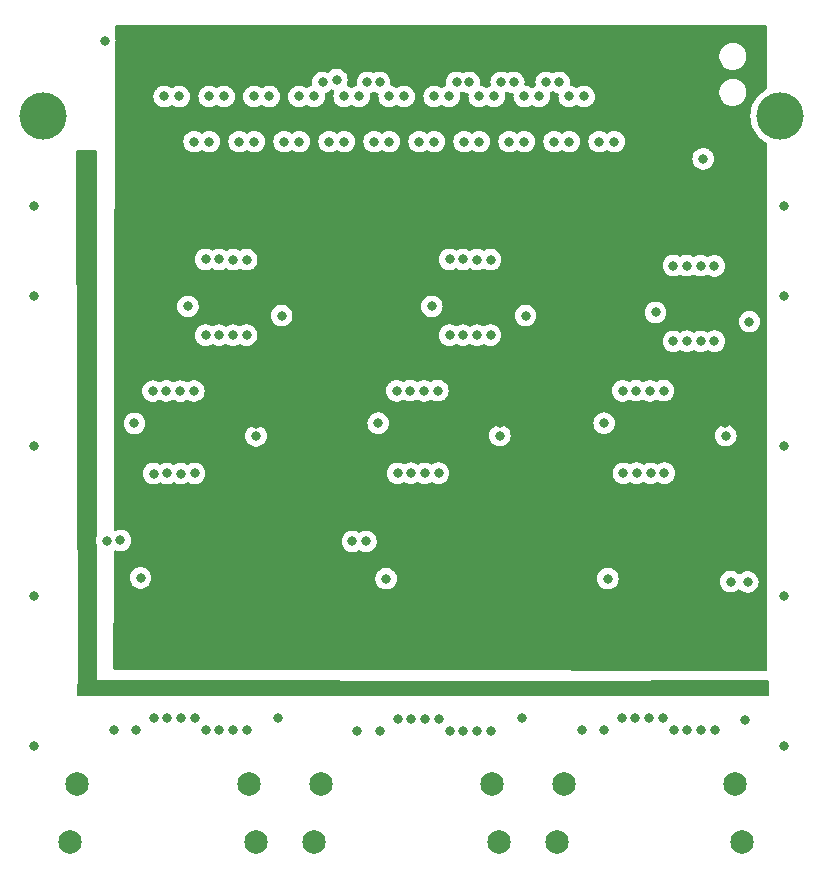
<source format=gbr>
G04 #@! TF.GenerationSoftware,KiCad,Pcbnew,(6.0.4-0)*
G04 #@! TF.CreationDate,2022-07-08T14:42:31+02:00*
G04 #@! TF.ProjectId,adapter_hybrid_assistor_hpc_3HDMI,61646170-7465-4725-9f68-79627269645f,rev?*
G04 #@! TF.SameCoordinates,Original*
G04 #@! TF.FileFunction,Copper,L3,Inr*
G04 #@! TF.FilePolarity,Positive*
%FSLAX46Y46*%
G04 Gerber Fmt 4.6, Leading zero omitted, Abs format (unit mm)*
G04 Created by KiCad (PCBNEW (6.0.4-0)) date 2022-07-08 14:42:31*
%MOMM*%
%LPD*%
G01*
G04 APERTURE LIST*
G04 #@! TA.AperFunction,ComponentPad*
%ADD10C,4.000000*%
G04 #@! TD*
G04 #@! TA.AperFunction,ComponentPad*
%ADD11C,1.995000*%
G04 #@! TD*
G04 #@! TA.AperFunction,ViaPad*
%ADD12C,0.800000*%
G04 #@! TD*
G04 APERTURE END LIST*
D10*
X165683000Y-110458000D03*
X103303000Y-110458000D03*
D11*
X106189000Y-167050000D03*
X120689000Y-167050000D03*
X105589000Y-171950000D03*
X121289000Y-171950000D03*
X147369000Y-167060000D03*
X161869000Y-167060000D03*
X146769000Y-171960000D03*
X162469000Y-171960000D03*
X126819000Y-167050000D03*
X141319000Y-167050000D03*
X126219000Y-171950000D03*
X141919000Y-171950000D03*
D12*
X164120000Y-158870000D03*
X107030000Y-114310000D03*
X132370000Y-158974000D03*
X145510000Y-158974000D03*
X151170000Y-158974000D03*
X111580000Y-158974000D03*
X125146000Y-158974000D03*
X166040000Y-151100000D03*
X166040000Y-138400000D03*
X115550000Y-126570000D03*
X163090000Y-127880000D03*
X102540000Y-118080000D03*
X102540000Y-125700000D03*
X161090000Y-137530000D03*
X131670000Y-136470000D03*
X143800000Y-161460000D03*
X102540000Y-163800000D03*
X155150000Y-127090000D03*
X162680000Y-161630000D03*
X123490000Y-127360000D03*
X132330000Y-149630000D03*
X150790000Y-136470000D03*
X111540000Y-149560000D03*
X121320000Y-137550000D03*
X102540000Y-151100000D03*
X166040000Y-163800000D03*
X123220000Y-161420000D03*
X108509000Y-104110000D03*
X102540000Y-138400000D03*
X136200000Y-126570000D03*
X166040000Y-125700000D03*
X111020000Y-136490000D03*
X144140000Y-127360000D03*
X159182000Y-114087000D03*
X166040000Y-118080000D03*
X141970000Y-137530000D03*
X151110000Y-149620000D03*
X121290000Y-136500000D03*
X161280000Y-156720000D03*
X136230000Y-125040000D03*
X141940000Y-136480000D03*
X161790000Y-127630000D03*
X110280000Y-108530000D03*
X161060000Y-136480000D03*
X142330000Y-156690000D03*
X144140000Y-122970000D03*
X123490000Y-122970000D03*
X130960000Y-149630000D03*
X131660000Y-137960000D03*
X124750000Y-152650000D03*
X110170000Y-149560000D03*
X155180000Y-125560000D03*
X115580000Y-125040000D03*
X122190000Y-127110000D03*
X163090000Y-123490000D03*
X142840000Y-127110000D03*
X150780000Y-137960000D03*
X121770000Y-156500000D03*
X164000000Y-152760000D03*
X111010000Y-137980000D03*
X149640000Y-151090000D03*
X145540000Y-152720000D03*
X118190000Y-122610000D03*
X126230000Y-108800000D03*
X109830489Y-146399511D03*
X114810000Y-108810000D03*
X108689511Y-146410489D03*
X113540000Y-108810000D03*
X145280000Y-108800000D03*
X138840000Y-122610000D03*
X140020000Y-122620000D03*
X147830000Y-108800000D03*
X141180000Y-122630000D03*
X149100000Y-108800000D03*
X118610000Y-108800000D03*
X113720000Y-133740000D03*
X117350000Y-108800000D03*
X112590000Y-133750000D03*
X122440000Y-108800000D03*
X116060000Y-133740000D03*
X121150000Y-108800000D03*
X114900000Y-133750000D03*
X117060000Y-122600000D03*
X124960000Y-108800000D03*
X140210000Y-108800000D03*
X135550000Y-133730000D03*
X133240000Y-133730000D03*
X136400000Y-108800000D03*
X134370000Y-133720000D03*
X137670000Y-108800000D03*
X141480000Y-108800000D03*
X136710000Y-133720000D03*
X144030000Y-108800000D03*
X137710000Y-122600000D03*
X132590000Y-108800000D03*
X129479511Y-146480489D03*
X130620489Y-146469511D03*
X133860000Y-108800000D03*
X120530000Y-129010000D03*
X120530000Y-162460000D03*
X119370000Y-129020000D03*
X119370000Y-162460000D03*
X118190000Y-162460000D03*
X118190000Y-129010000D03*
X117060000Y-162470000D03*
X117060000Y-129020000D03*
X116120000Y-140720000D03*
X116120000Y-161450000D03*
X114960000Y-161450000D03*
X114960000Y-140730000D03*
X113780000Y-161450000D03*
X113780000Y-140720000D03*
X112650000Y-140730000D03*
X112650000Y-161460000D03*
X111190000Y-162450000D03*
X109260000Y-162450000D03*
X129910000Y-162490000D03*
X131840000Y-162490000D03*
X133300000Y-140710000D03*
X133300000Y-161500000D03*
X134430000Y-140700000D03*
X134430000Y-161490000D03*
X135610000Y-161490000D03*
X135610000Y-140710000D03*
X136770000Y-161490000D03*
X136770000Y-140700000D03*
X137710000Y-162510000D03*
X137710000Y-129020000D03*
X138840000Y-129010000D03*
X138840000Y-162500000D03*
X140020000Y-129020000D03*
X140020000Y-162500000D03*
X141180000Y-129010000D03*
X141180000Y-162500000D03*
X130040000Y-108800000D03*
X120530000Y-122630000D03*
X119370000Y-122620000D03*
X128780000Y-108800000D03*
X146990000Y-107610000D03*
X160130000Y-123150000D03*
X158970000Y-123140000D03*
X145880000Y-107610000D03*
X143140000Y-107610000D03*
X157790000Y-123130000D03*
X156660000Y-123120000D03*
X142080000Y-107610000D03*
X155830000Y-133720000D03*
X139370000Y-107610000D03*
X154670000Y-133730000D03*
X138300000Y-107610000D03*
X153490000Y-133720000D03*
X131780000Y-107610000D03*
X130750000Y-107610000D03*
X152360000Y-133730000D03*
X128160000Y-107390000D03*
X162950000Y-149910000D03*
X161500000Y-149880000D03*
X126970000Y-107610000D03*
X151640000Y-112640000D03*
X150370000Y-112640000D03*
X147830000Y-112640000D03*
X136400000Y-112640000D03*
X135130000Y-112640000D03*
X128780000Y-112640000D03*
X131320000Y-112640000D03*
X132590000Y-112640000D03*
X140210000Y-112640000D03*
X138940000Y-112640000D03*
X144020000Y-112640000D03*
X142750000Y-112640000D03*
X146560000Y-112640000D03*
X123700000Y-112640000D03*
X119890000Y-112640000D03*
X121160000Y-112640000D03*
X124970000Y-112640000D03*
X127510000Y-112640000D03*
X116080000Y-112640000D03*
X117350000Y-112640000D03*
X160130000Y-129530000D03*
X160160000Y-162440000D03*
X159000000Y-162440000D03*
X158970000Y-129540000D03*
X157790000Y-129530000D03*
X157820000Y-162440000D03*
X156660000Y-129540000D03*
X156690000Y-162450000D03*
X155750000Y-161430000D03*
X155890000Y-140700000D03*
X154590000Y-161430000D03*
X154730000Y-140710000D03*
X153410000Y-161430000D03*
X153550000Y-140700000D03*
X152280000Y-161440000D03*
X152420000Y-140710000D03*
X150820000Y-162430000D03*
X148890000Y-162430000D03*
G04 #@! TA.AperFunction,Conductor*
G36*
X107890881Y-158189713D02*
G01*
X107904284Y-158189764D01*
X107904285Y-158189764D01*
X114670259Y-158215448D01*
X123247013Y-158248006D01*
X133571056Y-158287197D01*
X133579827Y-159574561D01*
X133560815Y-159580132D01*
X133537836Y-159594881D01*
X133502353Y-159599965D01*
X106279223Y-159587556D01*
X106267941Y-159584269D01*
X106269056Y-158183556D01*
X107890881Y-158189713D01*
G37*
G04 #@! TD.AperFunction*
G04 #@! TA.AperFunction,Conductor*
G36*
X164694429Y-158232352D02*
G01*
X164741097Y-158285855D01*
X164752651Y-158337559D01*
X164761647Y-159456315D01*
X164761748Y-159468924D01*
X164742294Y-159537203D01*
X164689014Y-159584126D01*
X164635638Y-159595937D01*
X150487490Y-159583160D01*
X150419388Y-159563096D01*
X150372943Y-159509399D01*
X150361607Y-159456315D01*
X150368795Y-158383903D01*
X150389253Y-158315918D01*
X150443219Y-158269786D01*
X150494378Y-158258749D01*
X158998924Y-158230960D01*
X164626243Y-158212573D01*
X164694429Y-158232352D01*
G37*
G04 #@! TD.AperFunction*
G04 #@! TA.AperFunction,Conductor*
G36*
X110989433Y-158445853D02*
G01*
X110989433Y-159585853D01*
X107874416Y-159592329D01*
X106306788Y-159595588D01*
X106238626Y-159575727D01*
X106192021Y-159522168D01*
X106180531Y-159468502D01*
X106188470Y-158547566D01*
X106209058Y-158479620D01*
X106260283Y-158436001D01*
X110989433Y-158445853D01*
G37*
G04 #@! TD.AperFunction*
G04 #@! TA.AperFunction,Conductor*
G36*
X164482279Y-102770004D02*
G01*
X164528773Y-102823658D01*
X164540161Y-102875842D01*
X164546617Y-107931755D01*
X164546890Y-108145322D01*
X164526975Y-108213468D01*
X164481592Y-108255897D01*
X164336221Y-108335816D01*
X164333017Y-108338144D01*
X164333012Y-108338147D01*
X164137535Y-108480169D01*
X164080860Y-108521346D01*
X163850767Y-108737418D01*
X163848243Y-108740469D01*
X163848242Y-108740470D01*
X163804425Y-108793436D01*
X163649568Y-108980625D01*
X163480438Y-109247131D01*
X163478754Y-109250710D01*
X163478750Y-109250717D01*
X163349485Y-109525421D01*
X163346044Y-109532734D01*
X163248505Y-109832928D01*
X163189359Y-110142980D01*
X163169540Y-110458000D01*
X163189359Y-110773020D01*
X163248505Y-111083072D01*
X163346044Y-111383266D01*
X163347731Y-111386852D01*
X163347733Y-111386856D01*
X163478750Y-111665283D01*
X163478754Y-111665290D01*
X163480438Y-111668869D01*
X163649568Y-111935375D01*
X163850767Y-112178582D01*
X164080860Y-112394654D01*
X164336221Y-112580184D01*
X164433084Y-112633435D01*
X164487502Y-112663352D01*
X164537560Y-112713697D01*
X164552800Y-112773605D01*
X164601334Y-150780166D01*
X164609664Y-157303738D01*
X164589749Y-157371884D01*
X164536153Y-157418446D01*
X164483570Y-157429899D01*
X131714221Y-157405481D01*
X109369100Y-157388830D01*
X109300994Y-157368777D01*
X109254541Y-157315087D01*
X109243194Y-157262516D01*
X109262407Y-149560000D01*
X110626496Y-149560000D01*
X110646458Y-149749928D01*
X110705473Y-149931556D01*
X110800960Y-150096944D01*
X110805378Y-150101851D01*
X110805379Y-150101852D01*
X110849836Y-150151226D01*
X110928747Y-150238866D01*
X111083248Y-150351118D01*
X111089276Y-150353802D01*
X111089278Y-150353803D01*
X111218253Y-150411226D01*
X111257712Y-150428794D01*
X111351113Y-150448647D01*
X111438056Y-150467128D01*
X111438061Y-150467128D01*
X111444513Y-150468500D01*
X111635487Y-150468500D01*
X111641939Y-150467128D01*
X111641944Y-150467128D01*
X111728887Y-150448647D01*
X111822288Y-150428794D01*
X111861747Y-150411226D01*
X111990722Y-150353803D01*
X111990724Y-150353802D01*
X111996752Y-150351118D01*
X112151253Y-150238866D01*
X112230164Y-150151226D01*
X112274621Y-150101852D01*
X112274622Y-150101851D01*
X112279040Y-150096944D01*
X112374527Y-149931556D01*
X112433542Y-149749928D01*
X112446147Y-149630000D01*
X131416496Y-149630000D01*
X131417186Y-149636565D01*
X131429761Y-149756206D01*
X131436458Y-149819928D01*
X131495473Y-150001556D01*
X131590960Y-150166944D01*
X131718747Y-150308866D01*
X131771560Y-150347237D01*
X131854143Y-150407237D01*
X131873248Y-150421118D01*
X131879276Y-150423802D01*
X131879278Y-150423803D01*
X132028333Y-150490166D01*
X132047712Y-150498794D01*
X132141113Y-150518647D01*
X132228056Y-150537128D01*
X132228061Y-150537128D01*
X132234513Y-150538500D01*
X132425487Y-150538500D01*
X132431939Y-150537128D01*
X132431944Y-150537128D01*
X132518887Y-150518647D01*
X132612288Y-150498794D01*
X132631667Y-150490166D01*
X132780722Y-150423803D01*
X132780724Y-150423802D01*
X132786752Y-150421118D01*
X132805858Y-150407237D01*
X132888440Y-150347237D01*
X132941253Y-150308866D01*
X133069040Y-150166944D01*
X133164527Y-150001556D01*
X133223542Y-149819928D01*
X133230240Y-149756206D01*
X133242814Y-149636565D01*
X133243504Y-149630000D01*
X133242453Y-149620000D01*
X150196496Y-149620000D01*
X150197186Y-149626565D01*
X150204551Y-149696635D01*
X150216458Y-149809928D01*
X150275473Y-149991556D01*
X150278776Y-149997278D01*
X150278777Y-149997279D01*
X150284551Y-150007279D01*
X150370960Y-150156944D01*
X150498747Y-150298866D01*
X150653248Y-150411118D01*
X150659276Y-150413802D01*
X150659278Y-150413803D01*
X150821681Y-150486109D01*
X150827712Y-150488794D01*
X150921112Y-150508647D01*
X151008056Y-150527128D01*
X151008061Y-150527128D01*
X151014513Y-150528500D01*
X151205487Y-150528500D01*
X151211939Y-150527128D01*
X151211944Y-150527128D01*
X151298888Y-150508647D01*
X151392288Y-150488794D01*
X151398319Y-150486109D01*
X151560722Y-150413803D01*
X151560724Y-150413802D01*
X151566752Y-150411118D01*
X151721253Y-150298866D01*
X151849040Y-150156944D01*
X151935449Y-150007279D01*
X151941223Y-149997279D01*
X151941224Y-149997278D01*
X151944527Y-149991556D01*
X151980774Y-149880000D01*
X160586496Y-149880000D01*
X160606458Y-150069928D01*
X160665473Y-150251556D01*
X160668776Y-150257278D01*
X160668777Y-150257279D01*
X160686098Y-150287279D01*
X160760960Y-150416944D01*
X160765378Y-150421851D01*
X160765379Y-150421852D01*
X160849827Y-150515641D01*
X160888747Y-150558866D01*
X161043248Y-150671118D01*
X161049276Y-150673802D01*
X161049278Y-150673803D01*
X161110629Y-150701118D01*
X161217712Y-150748794D01*
X161311112Y-150768647D01*
X161398056Y-150787128D01*
X161398061Y-150787128D01*
X161404513Y-150788500D01*
X161595487Y-150788500D01*
X161601939Y-150787128D01*
X161601944Y-150787128D01*
X161688888Y-150768647D01*
X161782288Y-150748794D01*
X161889371Y-150701118D01*
X161950722Y-150673803D01*
X161950724Y-150673802D01*
X161956752Y-150671118D01*
X162111253Y-150558866D01*
X162117858Y-150551530D01*
X162119473Y-150550535D01*
X162120577Y-150549541D01*
X162120759Y-150549743D01*
X162178301Y-150514291D01*
X162249284Y-150515641D01*
X162305128Y-150551528D01*
X162338747Y-150588866D01*
X162493248Y-150701118D01*
X162499276Y-150703802D01*
X162499278Y-150703803D01*
X162603412Y-150750166D01*
X162667712Y-150778794D01*
X162761112Y-150798647D01*
X162848056Y-150817128D01*
X162848061Y-150817128D01*
X162854513Y-150818500D01*
X163045487Y-150818500D01*
X163051939Y-150817128D01*
X163051944Y-150817128D01*
X163138888Y-150798647D01*
X163232288Y-150778794D01*
X163296588Y-150750166D01*
X163400722Y-150703803D01*
X163400724Y-150703802D01*
X163406752Y-150701118D01*
X163561253Y-150588866D01*
X163594869Y-150551532D01*
X163684621Y-150451852D01*
X163684622Y-150451851D01*
X163689040Y-150446944D01*
X163774533Y-150298866D01*
X163781223Y-150287279D01*
X163781224Y-150287278D01*
X163784527Y-150281556D01*
X163843542Y-150099928D01*
X163863504Y-149910000D01*
X163843542Y-149720072D01*
X163784527Y-149538444D01*
X163767207Y-149508444D01*
X163692341Y-149378774D01*
X163689040Y-149373056D01*
X163680701Y-149363794D01*
X163565675Y-149236045D01*
X163565674Y-149236044D01*
X163561253Y-149231134D01*
X163406752Y-149118882D01*
X163400724Y-149116198D01*
X163400722Y-149116197D01*
X163238319Y-149043891D01*
X163238318Y-149043891D01*
X163232288Y-149041206D01*
X163138888Y-149021353D01*
X163051944Y-149002872D01*
X163051939Y-149002872D01*
X163045487Y-149001500D01*
X162854513Y-149001500D01*
X162848061Y-149002872D01*
X162848056Y-149002872D01*
X162761112Y-149021353D01*
X162667712Y-149041206D01*
X162661682Y-149043891D01*
X162661681Y-149043891D01*
X162499278Y-149116197D01*
X162499276Y-149116198D01*
X162493248Y-149118882D01*
X162338747Y-149231134D01*
X162332142Y-149238470D01*
X162330527Y-149239465D01*
X162329423Y-149240459D01*
X162329241Y-149240257D01*
X162271699Y-149275709D01*
X162200716Y-149274359D01*
X162144872Y-149238472D01*
X162111253Y-149201134D01*
X161956752Y-149088882D01*
X161950724Y-149086198D01*
X161950722Y-149086197D01*
X161788319Y-149013891D01*
X161788318Y-149013891D01*
X161782288Y-149011206D01*
X161688888Y-148991353D01*
X161601944Y-148972872D01*
X161601939Y-148972872D01*
X161595487Y-148971500D01*
X161404513Y-148971500D01*
X161398061Y-148972872D01*
X161398056Y-148972872D01*
X161311112Y-148991353D01*
X161217712Y-149011206D01*
X161211682Y-149013891D01*
X161211681Y-149013891D01*
X161049278Y-149086197D01*
X161049276Y-149086198D01*
X161043248Y-149088882D01*
X160888747Y-149201134D01*
X160884326Y-149206044D01*
X160884325Y-149206045D01*
X160853521Y-149240257D01*
X160760960Y-149343056D01*
X160665473Y-149508444D01*
X160606458Y-149690072D01*
X160605768Y-149696633D01*
X160605768Y-149696635D01*
X160593201Y-149816206D01*
X160586496Y-149880000D01*
X151980774Y-149880000D01*
X152003542Y-149809928D01*
X152015450Y-149696635D01*
X152022814Y-149626565D01*
X152023504Y-149620000D01*
X152003542Y-149430072D01*
X151944527Y-149248444D01*
X151938769Y-149238470D01*
X151858115Y-149098774D01*
X151849040Y-149083056D01*
X151721253Y-148941134D01*
X151622157Y-148869136D01*
X151572094Y-148832763D01*
X151572093Y-148832762D01*
X151566752Y-148828882D01*
X151560724Y-148826198D01*
X151560722Y-148826197D01*
X151398319Y-148753891D01*
X151398318Y-148753891D01*
X151392288Y-148751206D01*
X151298888Y-148731353D01*
X151211944Y-148712872D01*
X151211939Y-148712872D01*
X151205487Y-148711500D01*
X151014513Y-148711500D01*
X151008061Y-148712872D01*
X151008056Y-148712872D01*
X150921112Y-148731353D01*
X150827712Y-148751206D01*
X150821682Y-148753891D01*
X150821681Y-148753891D01*
X150659278Y-148826197D01*
X150659276Y-148826198D01*
X150653248Y-148828882D01*
X150647907Y-148832762D01*
X150647906Y-148832763D01*
X150597843Y-148869136D01*
X150498747Y-148941134D01*
X150370960Y-149083056D01*
X150361885Y-149098774D01*
X150281232Y-149238470D01*
X150275473Y-149248444D01*
X150216458Y-149430072D01*
X150196496Y-149620000D01*
X133242453Y-149620000D01*
X133223542Y-149440072D01*
X133164527Y-149258444D01*
X133158754Y-149248444D01*
X133086191Y-149122763D01*
X133069040Y-149093056D01*
X132941253Y-148951134D01*
X132786752Y-148838882D01*
X132780724Y-148836198D01*
X132780722Y-148836197D01*
X132618319Y-148763891D01*
X132618318Y-148763891D01*
X132612288Y-148761206D01*
X132518887Y-148741353D01*
X132431944Y-148722872D01*
X132431939Y-148722872D01*
X132425487Y-148721500D01*
X132234513Y-148721500D01*
X132228061Y-148722872D01*
X132228056Y-148722872D01*
X132141113Y-148741353D01*
X132047712Y-148761206D01*
X132041682Y-148763891D01*
X132041681Y-148763891D01*
X131879278Y-148836197D01*
X131879276Y-148836198D01*
X131873248Y-148838882D01*
X131718747Y-148951134D01*
X131590960Y-149093056D01*
X131573809Y-149122763D01*
X131501247Y-149248444D01*
X131495473Y-149258444D01*
X131436458Y-149440072D01*
X131416496Y-149630000D01*
X112446147Y-149630000D01*
X112453504Y-149560000D01*
X112440538Y-149436635D01*
X112434232Y-149376635D01*
X112434232Y-149376633D01*
X112433542Y-149370072D01*
X112374527Y-149188444D01*
X112279040Y-149023056D01*
X112151253Y-148881134D01*
X111996752Y-148768882D01*
X111990724Y-148766198D01*
X111990722Y-148766197D01*
X111828319Y-148693891D01*
X111828318Y-148693891D01*
X111822288Y-148691206D01*
X111728888Y-148671353D01*
X111641944Y-148652872D01*
X111641939Y-148652872D01*
X111635487Y-148651500D01*
X111444513Y-148651500D01*
X111438061Y-148652872D01*
X111438056Y-148652872D01*
X111351112Y-148671353D01*
X111257712Y-148691206D01*
X111251682Y-148693891D01*
X111251681Y-148693891D01*
X111089278Y-148766197D01*
X111089276Y-148766198D01*
X111083248Y-148768882D01*
X110928747Y-148881134D01*
X110800960Y-149023056D01*
X110705473Y-149188444D01*
X110646458Y-149370072D01*
X110645768Y-149376633D01*
X110645768Y-149376635D01*
X110639462Y-149436635D01*
X110626496Y-149560000D01*
X109262407Y-149560000D01*
X109267952Y-147337239D01*
X109288124Y-147269168D01*
X109341896Y-147222809D01*
X109412195Y-147212881D01*
X109445197Y-147222445D01*
X109548201Y-147268305D01*
X109641601Y-147288158D01*
X109728545Y-147306639D01*
X109728550Y-147306639D01*
X109735002Y-147308011D01*
X109925976Y-147308011D01*
X109932428Y-147306639D01*
X109932433Y-147306639D01*
X110019377Y-147288158D01*
X110112777Y-147268305D01*
X110130018Y-147260629D01*
X110281211Y-147193314D01*
X110281213Y-147193313D01*
X110287241Y-147190629D01*
X110441742Y-147078377D01*
X110511649Y-147000737D01*
X110565110Y-146941363D01*
X110565111Y-146941362D01*
X110569529Y-146936455D01*
X110665016Y-146771067D01*
X110724031Y-146589439D01*
X110735482Y-146480489D01*
X128566007Y-146480489D01*
X128585969Y-146670417D01*
X128644984Y-146852045D01*
X128740471Y-147017433D01*
X128868258Y-147159355D01*
X128926413Y-147201607D01*
X129014519Y-147265620D01*
X129022759Y-147271607D01*
X129028787Y-147274291D01*
X129028789Y-147274292D01*
X129175647Y-147339677D01*
X129197223Y-147349283D01*
X129290624Y-147369136D01*
X129377567Y-147387617D01*
X129377572Y-147387617D01*
X129384024Y-147388989D01*
X129574998Y-147388989D01*
X129581450Y-147387617D01*
X129581455Y-147387617D01*
X129668398Y-147369136D01*
X129761799Y-147349283D01*
X129783375Y-147339677D01*
X129930233Y-147274292D01*
X129930235Y-147274291D01*
X129936263Y-147271607D01*
X129941604Y-147267726D01*
X129941610Y-147267723D01*
X129983495Y-147237292D01*
X130050362Y-147213433D01*
X130119514Y-147229514D01*
X130131615Y-147237291D01*
X130163737Y-147260629D01*
X130169765Y-147263313D01*
X130169767Y-147263314D01*
X130270159Y-147308011D01*
X130338201Y-147338305D01*
X130431601Y-147358158D01*
X130518545Y-147376639D01*
X130518550Y-147376639D01*
X130525002Y-147378011D01*
X130715976Y-147378011D01*
X130722428Y-147376639D01*
X130722433Y-147376639D01*
X130809377Y-147358158D01*
X130902777Y-147338305D01*
X130970819Y-147308011D01*
X131071211Y-147263314D01*
X131071213Y-147263313D01*
X131077241Y-147260629D01*
X131109362Y-147237292D01*
X131183423Y-147183483D01*
X131231742Y-147148377D01*
X131345225Y-147022341D01*
X131355110Y-147011363D01*
X131355111Y-147011362D01*
X131359529Y-147006455D01*
X131455016Y-146841067D01*
X131514031Y-146659439D01*
X131520235Y-146600417D01*
X131533303Y-146476076D01*
X131533993Y-146469511D01*
X131514031Y-146279583D01*
X131455016Y-146097955D01*
X131359529Y-145932567D01*
X131306386Y-145873545D01*
X131236164Y-145795556D01*
X131236163Y-145795555D01*
X131231742Y-145790645D01*
X131124471Y-145712708D01*
X131082583Y-145682274D01*
X131082582Y-145682273D01*
X131077241Y-145678393D01*
X131071213Y-145675709D01*
X131071211Y-145675708D01*
X130908808Y-145603402D01*
X130908807Y-145603402D01*
X130902777Y-145600717D01*
X130809377Y-145580864D01*
X130722433Y-145562383D01*
X130722428Y-145562383D01*
X130715976Y-145561011D01*
X130525002Y-145561011D01*
X130518550Y-145562383D01*
X130518545Y-145562383D01*
X130431601Y-145580864D01*
X130338201Y-145600717D01*
X130332171Y-145603402D01*
X130332170Y-145603402D01*
X130169767Y-145675708D01*
X130169765Y-145675709D01*
X130163737Y-145678393D01*
X130158396Y-145682274D01*
X130158390Y-145682277D01*
X130116505Y-145712708D01*
X130049638Y-145736567D01*
X129980486Y-145720486D01*
X129968385Y-145712709D01*
X129962003Y-145708073D01*
X129936263Y-145689371D01*
X129930235Y-145686687D01*
X129930233Y-145686686D01*
X129767830Y-145614380D01*
X129767829Y-145614380D01*
X129761799Y-145611695D01*
X129668399Y-145591842D01*
X129581455Y-145573361D01*
X129581450Y-145573361D01*
X129574998Y-145571989D01*
X129384024Y-145571989D01*
X129377572Y-145573361D01*
X129377567Y-145573361D01*
X129290623Y-145591842D01*
X129197223Y-145611695D01*
X129191193Y-145614380D01*
X129191192Y-145614380D01*
X129028789Y-145686686D01*
X129028787Y-145686687D01*
X129022759Y-145689371D01*
X129017418Y-145693251D01*
X129017417Y-145693252D01*
X128990637Y-145712709D01*
X128868258Y-145801623D01*
X128863837Y-145806533D01*
X128863836Y-145806534D01*
X128750356Y-145932567D01*
X128740471Y-145943545D01*
X128644984Y-146108933D01*
X128585969Y-146290561D01*
X128566007Y-146480489D01*
X110735482Y-146480489D01*
X110743993Y-146399511D01*
X110731388Y-146279583D01*
X110724721Y-146216146D01*
X110724721Y-146216144D01*
X110724031Y-146209583D01*
X110665016Y-146027955D01*
X110569529Y-145862567D01*
X110441742Y-145720645D01*
X110302351Y-145619371D01*
X110292583Y-145612274D01*
X110292582Y-145612273D01*
X110287241Y-145608393D01*
X110281213Y-145605709D01*
X110281211Y-145605708D01*
X110118808Y-145533402D01*
X110118807Y-145533402D01*
X110112777Y-145530717D01*
X110019377Y-145510864D01*
X109932433Y-145492383D01*
X109932428Y-145492383D01*
X109925976Y-145491011D01*
X109735002Y-145491011D01*
X109728550Y-145492383D01*
X109728545Y-145492383D01*
X109641601Y-145510864D01*
X109548201Y-145530717D01*
X109449884Y-145574490D01*
X109379519Y-145583924D01*
X109315222Y-145553818D01*
X109277409Y-145493729D01*
X109272637Y-145459069D01*
X109284433Y-140730000D01*
X111736496Y-140730000D01*
X111756458Y-140919928D01*
X111815473Y-141101556D01*
X111910960Y-141266944D01*
X112038747Y-141408866D01*
X112127179Y-141473116D01*
X112174143Y-141507237D01*
X112193248Y-141521118D01*
X112199276Y-141523802D01*
X112199278Y-141523803D01*
X112348333Y-141590166D01*
X112367712Y-141598794D01*
X112453966Y-141617128D01*
X112548056Y-141637128D01*
X112548061Y-141637128D01*
X112554513Y-141638500D01*
X112745487Y-141638500D01*
X112751939Y-141637128D01*
X112751944Y-141637128D01*
X112846034Y-141617128D01*
X112932288Y-141598794D01*
X112951667Y-141590166D01*
X113100722Y-141523803D01*
X113100724Y-141523802D01*
X113106752Y-141521118D01*
X113147822Y-141491279D01*
X113214690Y-141467421D01*
X113283841Y-141483502D01*
X113295943Y-141491279D01*
X113323248Y-141511118D01*
X113329276Y-141513802D01*
X113329278Y-141513803D01*
X113478333Y-141580166D01*
X113497712Y-141588794D01*
X113583966Y-141607128D01*
X113678056Y-141627128D01*
X113678061Y-141627128D01*
X113684513Y-141628500D01*
X113875487Y-141628500D01*
X113881939Y-141627128D01*
X113881944Y-141627128D01*
X113976034Y-141607128D01*
X114062288Y-141588794D01*
X114081667Y-141580166D01*
X114230722Y-141513803D01*
X114230724Y-141513802D01*
X114236752Y-141511118D01*
X114255858Y-141497237D01*
X114289057Y-141473116D01*
X114355925Y-141449258D01*
X114425076Y-141465338D01*
X114437179Y-141473116D01*
X114484144Y-141507238D01*
X114503248Y-141521118D01*
X114509276Y-141523802D01*
X114509278Y-141523803D01*
X114658333Y-141590166D01*
X114677712Y-141598794D01*
X114763966Y-141617128D01*
X114858056Y-141637128D01*
X114858061Y-141637128D01*
X114864513Y-141638500D01*
X115055487Y-141638500D01*
X115061939Y-141637128D01*
X115061944Y-141637128D01*
X115156034Y-141617128D01*
X115242288Y-141598794D01*
X115261667Y-141590166D01*
X115410722Y-141523803D01*
X115410724Y-141523802D01*
X115416752Y-141521118D01*
X115457822Y-141491279D01*
X115472822Y-141480381D01*
X115539690Y-141456523D01*
X115608841Y-141472604D01*
X115620942Y-141480381D01*
X115663248Y-141511118D01*
X115669276Y-141513802D01*
X115669278Y-141513803D01*
X115818333Y-141580166D01*
X115837712Y-141588794D01*
X115923966Y-141607128D01*
X116018056Y-141627128D01*
X116018061Y-141627128D01*
X116024513Y-141628500D01*
X116215487Y-141628500D01*
X116221939Y-141627128D01*
X116221944Y-141627128D01*
X116316034Y-141607128D01*
X116402288Y-141588794D01*
X116421667Y-141580166D01*
X116570722Y-141513803D01*
X116570724Y-141513802D01*
X116576752Y-141511118D01*
X116595858Y-141497237D01*
X116632157Y-141470864D01*
X116731253Y-141398866D01*
X116859040Y-141256944D01*
X116945449Y-141107279D01*
X116951223Y-141097279D01*
X116951224Y-141097278D01*
X116954527Y-141091556D01*
X117013542Y-140909928D01*
X117033504Y-140720000D01*
X117032453Y-140710000D01*
X132386496Y-140710000D01*
X132406458Y-140899928D01*
X132465473Y-141081556D01*
X132468776Y-141087278D01*
X132468777Y-141087279D01*
X132473391Y-141095271D01*
X132560960Y-141246944D01*
X132565378Y-141251851D01*
X132565379Y-141251852D01*
X132574383Y-141261852D01*
X132688747Y-141388866D01*
X132787179Y-141460381D01*
X132824143Y-141487237D01*
X132843248Y-141501118D01*
X132849276Y-141503802D01*
X132849278Y-141503803D01*
X132998333Y-141570166D01*
X133017712Y-141578794D01*
X133111112Y-141598647D01*
X133198056Y-141617128D01*
X133198061Y-141617128D01*
X133204513Y-141618500D01*
X133395487Y-141618500D01*
X133401939Y-141617128D01*
X133401944Y-141617128D01*
X133488888Y-141598647D01*
X133582288Y-141578794D01*
X133601667Y-141570166D01*
X133750722Y-141503803D01*
X133750724Y-141503802D01*
X133756752Y-141501118D01*
X133785294Y-141480381D01*
X133797822Y-141471279D01*
X133864690Y-141447421D01*
X133933841Y-141463502D01*
X133945943Y-141471279D01*
X133973248Y-141491118D01*
X133979276Y-141493802D01*
X133979278Y-141493803D01*
X134040629Y-141521118D01*
X134147712Y-141568794D01*
X134241113Y-141588647D01*
X134328056Y-141607128D01*
X134328061Y-141607128D01*
X134334513Y-141608500D01*
X134525487Y-141608500D01*
X134531939Y-141607128D01*
X134531944Y-141607128D01*
X134618887Y-141588647D01*
X134712288Y-141568794D01*
X134819371Y-141521118D01*
X134880722Y-141493803D01*
X134880724Y-141493802D01*
X134886752Y-141491118D01*
X134897235Y-141483502D01*
X134939057Y-141453116D01*
X135005925Y-141429258D01*
X135075076Y-141445338D01*
X135087179Y-141453116D01*
X135134144Y-141487238D01*
X135153248Y-141501118D01*
X135159276Y-141503802D01*
X135159278Y-141503803D01*
X135308333Y-141570166D01*
X135327712Y-141578794D01*
X135421112Y-141598647D01*
X135508056Y-141617128D01*
X135508061Y-141617128D01*
X135514513Y-141618500D01*
X135705487Y-141618500D01*
X135711939Y-141617128D01*
X135711944Y-141617128D01*
X135798888Y-141598647D01*
X135892288Y-141578794D01*
X135911667Y-141570166D01*
X136060722Y-141503803D01*
X136060724Y-141503802D01*
X136066752Y-141501118D01*
X136098129Y-141478321D01*
X136122822Y-141460381D01*
X136189690Y-141436523D01*
X136258841Y-141452604D01*
X136270942Y-141460381D01*
X136313248Y-141491118D01*
X136319276Y-141493802D01*
X136319278Y-141493803D01*
X136380629Y-141521118D01*
X136487712Y-141568794D01*
X136581113Y-141588647D01*
X136668056Y-141607128D01*
X136668061Y-141607128D01*
X136674513Y-141608500D01*
X136865487Y-141608500D01*
X136871939Y-141607128D01*
X136871944Y-141607128D01*
X136958887Y-141588647D01*
X137052288Y-141568794D01*
X137159371Y-141521118D01*
X137220722Y-141493803D01*
X137220724Y-141493802D01*
X137226752Y-141491118D01*
X137237235Y-141483502D01*
X137284367Y-141449258D01*
X137381253Y-141378866D01*
X137486613Y-141261852D01*
X137504621Y-141241852D01*
X137504622Y-141241851D01*
X137509040Y-141236944D01*
X137583902Y-141107279D01*
X137601223Y-141077279D01*
X137601224Y-141077278D01*
X137604527Y-141071556D01*
X137663542Y-140889928D01*
X137682453Y-140710000D01*
X151506496Y-140710000D01*
X151526458Y-140899928D01*
X151585473Y-141081556D01*
X151588776Y-141087278D01*
X151588777Y-141087279D01*
X151593391Y-141095271D01*
X151680960Y-141246944D01*
X151685378Y-141251851D01*
X151685379Y-141251852D01*
X151694383Y-141261852D01*
X151808747Y-141388866D01*
X151907179Y-141460381D01*
X151944143Y-141487237D01*
X151963248Y-141501118D01*
X151969276Y-141503802D01*
X151969278Y-141503803D01*
X152118333Y-141570166D01*
X152137712Y-141578794D01*
X152231112Y-141598647D01*
X152318056Y-141617128D01*
X152318061Y-141617128D01*
X152324513Y-141618500D01*
X152515487Y-141618500D01*
X152521939Y-141617128D01*
X152521944Y-141617128D01*
X152608888Y-141598647D01*
X152702288Y-141578794D01*
X152721667Y-141570166D01*
X152870722Y-141503803D01*
X152870724Y-141503802D01*
X152876752Y-141501118D01*
X152905294Y-141480381D01*
X152917822Y-141471279D01*
X152984690Y-141447421D01*
X153053841Y-141463502D01*
X153065943Y-141471279D01*
X153093248Y-141491118D01*
X153099276Y-141493802D01*
X153099278Y-141493803D01*
X153160629Y-141521118D01*
X153267712Y-141568794D01*
X153361113Y-141588647D01*
X153448056Y-141607128D01*
X153448061Y-141607128D01*
X153454513Y-141608500D01*
X153645487Y-141608500D01*
X153651939Y-141607128D01*
X153651944Y-141607128D01*
X153738887Y-141588647D01*
X153832288Y-141568794D01*
X153939371Y-141521118D01*
X154000722Y-141493803D01*
X154000724Y-141493802D01*
X154006752Y-141491118D01*
X154017235Y-141483502D01*
X154059057Y-141453116D01*
X154125925Y-141429258D01*
X154195076Y-141445338D01*
X154207179Y-141453116D01*
X154254144Y-141487238D01*
X154273248Y-141501118D01*
X154279276Y-141503802D01*
X154279278Y-141503803D01*
X154428333Y-141570166D01*
X154447712Y-141578794D01*
X154541112Y-141598647D01*
X154628056Y-141617128D01*
X154628061Y-141617128D01*
X154634513Y-141618500D01*
X154825487Y-141618500D01*
X154831939Y-141617128D01*
X154831944Y-141617128D01*
X154918888Y-141598647D01*
X155012288Y-141578794D01*
X155031667Y-141570166D01*
X155180722Y-141503803D01*
X155180724Y-141503802D01*
X155186752Y-141501118D01*
X155218129Y-141478321D01*
X155242822Y-141460381D01*
X155309690Y-141436523D01*
X155378841Y-141452604D01*
X155390942Y-141460381D01*
X155433248Y-141491118D01*
X155439276Y-141493802D01*
X155439278Y-141493803D01*
X155500629Y-141521118D01*
X155607712Y-141568794D01*
X155701113Y-141588647D01*
X155788056Y-141607128D01*
X155788061Y-141607128D01*
X155794513Y-141608500D01*
X155985487Y-141608500D01*
X155991939Y-141607128D01*
X155991944Y-141607128D01*
X156078887Y-141588647D01*
X156172288Y-141568794D01*
X156279371Y-141521118D01*
X156340722Y-141493803D01*
X156340724Y-141493802D01*
X156346752Y-141491118D01*
X156357235Y-141483502D01*
X156404367Y-141449258D01*
X156501253Y-141378866D01*
X156606613Y-141261852D01*
X156624621Y-141241852D01*
X156624622Y-141241851D01*
X156629040Y-141236944D01*
X156703902Y-141107279D01*
X156721223Y-141077279D01*
X156721224Y-141077278D01*
X156724527Y-141071556D01*
X156783542Y-140889928D01*
X156803504Y-140700000D01*
X156783542Y-140510072D01*
X156724527Y-140328444D01*
X156629040Y-140163056D01*
X156501253Y-140021134D01*
X156370584Y-139926197D01*
X156352094Y-139912763D01*
X156352093Y-139912762D01*
X156346752Y-139908882D01*
X156340724Y-139906198D01*
X156340722Y-139906197D01*
X156178319Y-139833891D01*
X156178318Y-139833891D01*
X156172288Y-139831206D01*
X156078888Y-139811353D01*
X155991944Y-139792872D01*
X155991939Y-139792872D01*
X155985487Y-139791500D01*
X155794513Y-139791500D01*
X155788061Y-139792872D01*
X155788056Y-139792872D01*
X155701112Y-139811353D01*
X155607712Y-139831206D01*
X155601682Y-139833891D01*
X155601681Y-139833891D01*
X155439278Y-139906197D01*
X155439276Y-139906198D01*
X155433248Y-139908882D01*
X155409416Y-139926197D01*
X155377178Y-139949619D01*
X155310310Y-139973477D01*
X155241159Y-139957396D01*
X155229058Y-139949619D01*
X155210584Y-139936197D01*
X155186752Y-139918882D01*
X155180724Y-139916198D01*
X155180722Y-139916197D01*
X155018319Y-139843891D01*
X155018318Y-139843891D01*
X155012288Y-139841206D01*
X154918887Y-139821353D01*
X154831944Y-139802872D01*
X154831939Y-139802872D01*
X154825487Y-139801500D01*
X154634513Y-139801500D01*
X154628061Y-139802872D01*
X154628056Y-139802872D01*
X154541113Y-139821353D01*
X154447712Y-139841206D01*
X154441682Y-139843891D01*
X154441681Y-139843891D01*
X154279278Y-139916197D01*
X154279276Y-139916198D01*
X154273248Y-139918882D01*
X154267907Y-139922762D01*
X154267906Y-139922763D01*
X154220943Y-139956884D01*
X154154075Y-139980742D01*
X154084924Y-139964662D01*
X154072821Y-139956884D01*
X154012094Y-139912763D01*
X154012093Y-139912762D01*
X154006752Y-139908882D01*
X154000724Y-139906198D01*
X154000722Y-139906197D01*
X153838319Y-139833891D01*
X153838318Y-139833891D01*
X153832288Y-139831206D01*
X153738888Y-139811353D01*
X153651944Y-139792872D01*
X153651939Y-139792872D01*
X153645487Y-139791500D01*
X153454513Y-139791500D01*
X153448061Y-139792872D01*
X153448056Y-139792872D01*
X153361112Y-139811353D01*
X153267712Y-139831206D01*
X153261682Y-139833891D01*
X153261681Y-139833891D01*
X153099278Y-139906197D01*
X153099276Y-139906198D01*
X153093248Y-139908882D01*
X153069416Y-139926197D01*
X153052178Y-139938721D01*
X152985310Y-139962579D01*
X152916159Y-139946498D01*
X152904058Y-139938721D01*
X152886820Y-139926197D01*
X152876752Y-139918882D01*
X152870724Y-139916198D01*
X152870722Y-139916197D01*
X152708319Y-139843891D01*
X152708318Y-139843891D01*
X152702288Y-139841206D01*
X152608887Y-139821353D01*
X152521944Y-139802872D01*
X152521939Y-139802872D01*
X152515487Y-139801500D01*
X152324513Y-139801500D01*
X152318061Y-139802872D01*
X152318056Y-139802872D01*
X152231113Y-139821353D01*
X152137712Y-139841206D01*
X152131682Y-139843891D01*
X152131681Y-139843891D01*
X151969278Y-139916197D01*
X151969276Y-139916198D01*
X151963248Y-139918882D01*
X151957907Y-139922762D01*
X151957906Y-139922763D01*
X151939416Y-139936197D01*
X151808747Y-140031134D01*
X151680960Y-140173056D01*
X151672247Y-140188148D01*
X151591247Y-140328444D01*
X151585473Y-140338444D01*
X151526458Y-140520072D01*
X151506496Y-140710000D01*
X137682453Y-140710000D01*
X137683504Y-140700000D01*
X137663542Y-140510072D01*
X137604527Y-140328444D01*
X137509040Y-140163056D01*
X137381253Y-140021134D01*
X137250584Y-139926197D01*
X137232094Y-139912763D01*
X137232093Y-139912762D01*
X137226752Y-139908882D01*
X137220724Y-139906198D01*
X137220722Y-139906197D01*
X137058319Y-139833891D01*
X137058318Y-139833891D01*
X137052288Y-139831206D01*
X136958888Y-139811353D01*
X136871944Y-139792872D01*
X136871939Y-139792872D01*
X136865487Y-139791500D01*
X136674513Y-139791500D01*
X136668061Y-139792872D01*
X136668056Y-139792872D01*
X136581112Y-139811353D01*
X136487712Y-139831206D01*
X136481682Y-139833891D01*
X136481681Y-139833891D01*
X136319278Y-139906197D01*
X136319276Y-139906198D01*
X136313248Y-139908882D01*
X136289416Y-139926197D01*
X136257178Y-139949619D01*
X136190310Y-139973477D01*
X136121159Y-139957396D01*
X136109058Y-139949619D01*
X136090584Y-139936197D01*
X136066752Y-139918882D01*
X136060724Y-139916198D01*
X136060722Y-139916197D01*
X135898319Y-139843891D01*
X135898318Y-139843891D01*
X135892288Y-139841206D01*
X135798887Y-139821353D01*
X135711944Y-139802872D01*
X135711939Y-139802872D01*
X135705487Y-139801500D01*
X135514513Y-139801500D01*
X135508061Y-139802872D01*
X135508056Y-139802872D01*
X135421113Y-139821353D01*
X135327712Y-139841206D01*
X135321682Y-139843891D01*
X135321681Y-139843891D01*
X135159278Y-139916197D01*
X135159276Y-139916198D01*
X135153248Y-139918882D01*
X135147907Y-139922762D01*
X135147906Y-139922763D01*
X135100943Y-139956884D01*
X135034075Y-139980742D01*
X134964924Y-139964662D01*
X134952821Y-139956884D01*
X134892094Y-139912763D01*
X134892093Y-139912762D01*
X134886752Y-139908882D01*
X134880724Y-139906198D01*
X134880722Y-139906197D01*
X134718319Y-139833891D01*
X134718318Y-139833891D01*
X134712288Y-139831206D01*
X134618888Y-139811353D01*
X134531944Y-139792872D01*
X134531939Y-139792872D01*
X134525487Y-139791500D01*
X134334513Y-139791500D01*
X134328061Y-139792872D01*
X134328056Y-139792872D01*
X134241112Y-139811353D01*
X134147712Y-139831206D01*
X134141682Y-139833891D01*
X134141681Y-139833891D01*
X133979278Y-139906197D01*
X133979276Y-139906198D01*
X133973248Y-139908882D01*
X133949416Y-139926197D01*
X133932178Y-139938721D01*
X133865310Y-139962579D01*
X133796159Y-139946498D01*
X133784058Y-139938721D01*
X133766820Y-139926197D01*
X133756752Y-139918882D01*
X133750724Y-139916198D01*
X133750722Y-139916197D01*
X133588319Y-139843891D01*
X133588318Y-139843891D01*
X133582288Y-139841206D01*
X133488887Y-139821353D01*
X133401944Y-139802872D01*
X133401939Y-139802872D01*
X133395487Y-139801500D01*
X133204513Y-139801500D01*
X133198061Y-139802872D01*
X133198056Y-139802872D01*
X133111113Y-139821353D01*
X133017712Y-139841206D01*
X133011682Y-139843891D01*
X133011681Y-139843891D01*
X132849278Y-139916197D01*
X132849276Y-139916198D01*
X132843248Y-139918882D01*
X132837907Y-139922762D01*
X132837906Y-139922763D01*
X132819416Y-139936197D01*
X132688747Y-140031134D01*
X132560960Y-140173056D01*
X132552247Y-140188148D01*
X132471247Y-140328444D01*
X132465473Y-140338444D01*
X132406458Y-140520072D01*
X132386496Y-140710000D01*
X117032453Y-140710000D01*
X117013542Y-140530072D01*
X116954527Y-140348444D01*
X116948754Y-140338444D01*
X116868115Y-140198774D01*
X116859040Y-140183056D01*
X116846181Y-140168774D01*
X116735675Y-140046045D01*
X116735674Y-140046044D01*
X116731253Y-140041134D01*
X116600998Y-139946498D01*
X116582094Y-139932763D01*
X116582093Y-139932762D01*
X116576752Y-139928882D01*
X116570724Y-139926198D01*
X116570722Y-139926197D01*
X116408319Y-139853891D01*
X116408318Y-139853891D01*
X116402288Y-139851206D01*
X116301741Y-139829834D01*
X116221944Y-139812872D01*
X116221939Y-139812872D01*
X116215487Y-139811500D01*
X116024513Y-139811500D01*
X116018061Y-139812872D01*
X116018056Y-139812872D01*
X115938259Y-139829834D01*
X115837712Y-139851206D01*
X115831682Y-139853891D01*
X115831681Y-139853891D01*
X115669278Y-139926197D01*
X115669276Y-139926198D01*
X115663248Y-139928882D01*
X115639002Y-139946498D01*
X115607178Y-139969619D01*
X115540310Y-139993477D01*
X115471159Y-139977396D01*
X115459058Y-139969619D01*
X115431530Y-139949619D01*
X115416752Y-139938882D01*
X115410724Y-139936198D01*
X115410722Y-139936197D01*
X115248319Y-139863891D01*
X115248318Y-139863891D01*
X115242288Y-139861206D01*
X115141741Y-139839834D01*
X115061944Y-139822872D01*
X115061939Y-139822872D01*
X115055487Y-139821500D01*
X114864513Y-139821500D01*
X114858061Y-139822872D01*
X114858056Y-139822872D01*
X114778259Y-139839834D01*
X114677712Y-139861206D01*
X114671682Y-139863891D01*
X114671681Y-139863891D01*
X114509278Y-139936197D01*
X114509276Y-139936198D01*
X114503248Y-139938882D01*
X114497907Y-139942762D01*
X114497906Y-139942763D01*
X114450943Y-139976884D01*
X114384075Y-140000742D01*
X114314924Y-139984662D01*
X114302821Y-139976884D01*
X114242094Y-139932763D01*
X114242093Y-139932762D01*
X114236752Y-139928882D01*
X114230724Y-139926198D01*
X114230722Y-139926197D01*
X114068319Y-139853891D01*
X114068318Y-139853891D01*
X114062288Y-139851206D01*
X113961741Y-139829834D01*
X113881944Y-139812872D01*
X113881939Y-139812872D01*
X113875487Y-139811500D01*
X113684513Y-139811500D01*
X113678061Y-139812872D01*
X113678056Y-139812872D01*
X113598259Y-139829834D01*
X113497712Y-139851206D01*
X113491682Y-139853891D01*
X113491681Y-139853891D01*
X113329278Y-139926197D01*
X113329276Y-139926198D01*
X113323248Y-139928882D01*
X113299002Y-139946498D01*
X113282178Y-139958721D01*
X113215310Y-139982579D01*
X113146159Y-139966498D01*
X113134058Y-139958721D01*
X113117234Y-139946498D01*
X113106752Y-139938882D01*
X113100724Y-139936198D01*
X113100722Y-139936197D01*
X112938319Y-139863891D01*
X112938318Y-139863891D01*
X112932288Y-139861206D01*
X112831741Y-139839834D01*
X112751944Y-139822872D01*
X112751939Y-139822872D01*
X112745487Y-139821500D01*
X112554513Y-139821500D01*
X112548061Y-139822872D01*
X112548056Y-139822872D01*
X112468259Y-139839834D01*
X112367712Y-139861206D01*
X112361682Y-139863891D01*
X112361681Y-139863891D01*
X112199278Y-139936197D01*
X112199276Y-139936198D01*
X112193248Y-139938882D01*
X112187907Y-139942762D01*
X112187906Y-139942763D01*
X112178470Y-139949619D01*
X112038747Y-140051134D01*
X112034326Y-140056044D01*
X112034325Y-140056045D01*
X111923820Y-140178774D01*
X111910960Y-140193056D01*
X111907659Y-140198774D01*
X111821247Y-140348444D01*
X111815473Y-140358444D01*
X111756458Y-140540072D01*
X111736496Y-140730000D01*
X109284433Y-140730000D01*
X109292366Y-137550000D01*
X120406496Y-137550000D01*
X120426458Y-137739928D01*
X120485473Y-137921556D01*
X120580960Y-138086944D01*
X120708747Y-138228866D01*
X120863248Y-138341118D01*
X120869276Y-138343802D01*
X120869278Y-138343803D01*
X121031681Y-138416109D01*
X121037712Y-138418794D01*
X121123966Y-138437128D01*
X121218056Y-138457128D01*
X121218061Y-138457128D01*
X121224513Y-138458500D01*
X121415487Y-138458500D01*
X121421939Y-138457128D01*
X121421944Y-138457128D01*
X121516034Y-138437128D01*
X121602288Y-138418794D01*
X121608319Y-138416109D01*
X121770722Y-138343803D01*
X121770724Y-138343802D01*
X121776752Y-138341118D01*
X121931253Y-138228866D01*
X122059040Y-138086944D01*
X122154527Y-137921556D01*
X122213542Y-137739928D01*
X122233504Y-137550000D01*
X122231402Y-137530000D01*
X141056496Y-137530000D01*
X141076458Y-137719928D01*
X141135473Y-137901556D01*
X141230960Y-138066944D01*
X141235378Y-138071851D01*
X141235379Y-138071852D01*
X141248968Y-138086944D01*
X141358747Y-138208866D01*
X141513248Y-138321118D01*
X141519276Y-138323802D01*
X141519278Y-138323803D01*
X141681681Y-138396109D01*
X141687712Y-138398794D01*
X141781112Y-138418647D01*
X141868056Y-138437128D01*
X141868061Y-138437128D01*
X141874513Y-138438500D01*
X142065487Y-138438500D01*
X142071939Y-138437128D01*
X142071944Y-138437128D01*
X142158888Y-138418647D01*
X142252288Y-138398794D01*
X142258319Y-138396109D01*
X142420722Y-138323803D01*
X142420724Y-138323802D01*
X142426752Y-138321118D01*
X142581253Y-138208866D01*
X142691032Y-138086944D01*
X142704621Y-138071852D01*
X142704622Y-138071851D01*
X142709040Y-138066944D01*
X142804527Y-137901556D01*
X142863542Y-137719928D01*
X142883504Y-137530000D01*
X160176496Y-137530000D01*
X160196458Y-137719928D01*
X160255473Y-137901556D01*
X160350960Y-138066944D01*
X160355378Y-138071851D01*
X160355379Y-138071852D01*
X160368968Y-138086944D01*
X160478747Y-138208866D01*
X160633248Y-138321118D01*
X160639276Y-138323802D01*
X160639278Y-138323803D01*
X160801681Y-138396109D01*
X160807712Y-138398794D01*
X160901112Y-138418647D01*
X160988056Y-138437128D01*
X160988061Y-138437128D01*
X160994513Y-138438500D01*
X161185487Y-138438500D01*
X161191939Y-138437128D01*
X161191944Y-138437128D01*
X161278888Y-138418647D01*
X161372288Y-138398794D01*
X161378319Y-138396109D01*
X161540722Y-138323803D01*
X161540724Y-138323802D01*
X161546752Y-138321118D01*
X161701253Y-138208866D01*
X161811032Y-138086944D01*
X161824621Y-138071852D01*
X161824622Y-138071851D01*
X161829040Y-138066944D01*
X161924527Y-137901556D01*
X161983542Y-137719928D01*
X162003504Y-137530000D01*
X161983542Y-137340072D01*
X161924527Y-137158444D01*
X161829040Y-136993056D01*
X161701253Y-136851134D01*
X161546752Y-136738882D01*
X161540724Y-136736198D01*
X161540722Y-136736197D01*
X161378319Y-136663891D01*
X161378318Y-136663891D01*
X161372288Y-136661206D01*
X161278887Y-136641353D01*
X161191944Y-136622872D01*
X161191939Y-136622872D01*
X161185487Y-136621500D01*
X160994513Y-136621500D01*
X160988061Y-136622872D01*
X160988056Y-136622872D01*
X160901113Y-136641353D01*
X160807712Y-136661206D01*
X160801682Y-136663891D01*
X160801681Y-136663891D01*
X160639278Y-136736197D01*
X160639276Y-136736198D01*
X160633248Y-136738882D01*
X160478747Y-136851134D01*
X160350960Y-136993056D01*
X160255473Y-137158444D01*
X160196458Y-137340072D01*
X160176496Y-137530000D01*
X142883504Y-137530000D01*
X142863542Y-137340072D01*
X142804527Y-137158444D01*
X142709040Y-136993056D01*
X142581253Y-136851134D01*
X142426752Y-136738882D01*
X142420724Y-136736198D01*
X142420722Y-136736197D01*
X142258319Y-136663891D01*
X142258318Y-136663891D01*
X142252288Y-136661206D01*
X142158887Y-136641353D01*
X142071944Y-136622872D01*
X142071939Y-136622872D01*
X142065487Y-136621500D01*
X141874513Y-136621500D01*
X141868061Y-136622872D01*
X141868056Y-136622872D01*
X141781113Y-136641353D01*
X141687712Y-136661206D01*
X141681682Y-136663891D01*
X141681681Y-136663891D01*
X141519278Y-136736197D01*
X141519276Y-136736198D01*
X141513248Y-136738882D01*
X141358747Y-136851134D01*
X141230960Y-136993056D01*
X141135473Y-137158444D01*
X141076458Y-137340072D01*
X141056496Y-137530000D01*
X122231402Y-137530000D01*
X122213542Y-137360072D01*
X122154527Y-137178444D01*
X122059040Y-137013056D01*
X122046181Y-136998774D01*
X121935675Y-136876045D01*
X121935674Y-136876044D01*
X121931253Y-136871134D01*
X121776752Y-136758882D01*
X121770724Y-136756198D01*
X121770722Y-136756197D01*
X121608319Y-136683891D01*
X121608318Y-136683891D01*
X121602288Y-136681206D01*
X121508196Y-136661206D01*
X121421944Y-136642872D01*
X121421939Y-136642872D01*
X121415487Y-136641500D01*
X121224513Y-136641500D01*
X121218061Y-136642872D01*
X121218056Y-136642872D01*
X121131804Y-136661206D01*
X121037712Y-136681206D01*
X121031682Y-136683891D01*
X121031681Y-136683891D01*
X120869278Y-136756197D01*
X120869276Y-136756198D01*
X120863248Y-136758882D01*
X120708747Y-136871134D01*
X120704326Y-136876044D01*
X120704325Y-136876045D01*
X120593820Y-136998774D01*
X120580960Y-137013056D01*
X120485473Y-137178444D01*
X120426458Y-137360072D01*
X120406496Y-137550000D01*
X109292366Y-137550000D01*
X109295010Y-136490000D01*
X110106496Y-136490000D01*
X110126458Y-136679928D01*
X110185473Y-136861556D01*
X110280960Y-137026944D01*
X110408747Y-137168866D01*
X110563248Y-137281118D01*
X110569276Y-137283802D01*
X110569278Y-137283803D01*
X110731681Y-137356109D01*
X110737712Y-137358794D01*
X110823966Y-137377128D01*
X110918056Y-137397128D01*
X110918061Y-137397128D01*
X110924513Y-137398500D01*
X111115487Y-137398500D01*
X111121939Y-137397128D01*
X111121944Y-137397128D01*
X111216034Y-137377128D01*
X111302288Y-137358794D01*
X111308319Y-137356109D01*
X111470722Y-137283803D01*
X111470724Y-137283802D01*
X111476752Y-137281118D01*
X111631253Y-137168866D01*
X111759040Y-137026944D01*
X111854527Y-136861556D01*
X111913542Y-136679928D01*
X111933504Y-136490000D01*
X111931402Y-136470000D01*
X130756496Y-136470000D01*
X130776458Y-136659928D01*
X130835473Y-136841556D01*
X130930960Y-137006944D01*
X130935378Y-137011851D01*
X130935379Y-137011852D01*
X130948968Y-137026944D01*
X131058747Y-137148866D01*
X131213248Y-137261118D01*
X131219276Y-137263802D01*
X131219278Y-137263803D01*
X131381681Y-137336109D01*
X131387712Y-137338794D01*
X131481113Y-137358647D01*
X131568056Y-137377128D01*
X131568061Y-137377128D01*
X131574513Y-137378500D01*
X131765487Y-137378500D01*
X131771939Y-137377128D01*
X131771944Y-137377128D01*
X131858887Y-137358647D01*
X131952288Y-137338794D01*
X131958319Y-137336109D01*
X132120722Y-137263803D01*
X132120724Y-137263802D01*
X132126752Y-137261118D01*
X132281253Y-137148866D01*
X132391032Y-137026944D01*
X132404621Y-137011852D01*
X132404622Y-137011851D01*
X132409040Y-137006944D01*
X132504527Y-136841556D01*
X132563542Y-136659928D01*
X132583504Y-136470000D01*
X149876496Y-136470000D01*
X149896458Y-136659928D01*
X149955473Y-136841556D01*
X150050960Y-137006944D01*
X150055378Y-137011851D01*
X150055379Y-137011852D01*
X150068968Y-137026944D01*
X150178747Y-137148866D01*
X150333248Y-137261118D01*
X150339276Y-137263802D01*
X150339278Y-137263803D01*
X150501681Y-137336109D01*
X150507712Y-137338794D01*
X150601113Y-137358647D01*
X150688056Y-137377128D01*
X150688061Y-137377128D01*
X150694513Y-137378500D01*
X150885487Y-137378500D01*
X150891939Y-137377128D01*
X150891944Y-137377128D01*
X150978887Y-137358647D01*
X151072288Y-137338794D01*
X151078319Y-137336109D01*
X151240722Y-137263803D01*
X151240724Y-137263802D01*
X151246752Y-137261118D01*
X151401253Y-137148866D01*
X151511032Y-137026944D01*
X151524621Y-137011852D01*
X151524622Y-137011851D01*
X151529040Y-137006944D01*
X151624527Y-136841556D01*
X151683542Y-136659928D01*
X151703504Y-136470000D01*
X151683542Y-136280072D01*
X151624527Y-136098444D01*
X151529040Y-135933056D01*
X151401253Y-135791134D01*
X151246752Y-135678882D01*
X151240724Y-135676198D01*
X151240722Y-135676197D01*
X151078319Y-135603891D01*
X151078318Y-135603891D01*
X151072288Y-135601206D01*
X150978887Y-135581353D01*
X150891944Y-135562872D01*
X150891939Y-135562872D01*
X150885487Y-135561500D01*
X150694513Y-135561500D01*
X150688061Y-135562872D01*
X150688056Y-135562872D01*
X150601113Y-135581353D01*
X150507712Y-135601206D01*
X150501682Y-135603891D01*
X150501681Y-135603891D01*
X150339278Y-135676197D01*
X150339276Y-135676198D01*
X150333248Y-135678882D01*
X150178747Y-135791134D01*
X150050960Y-135933056D01*
X149955473Y-136098444D01*
X149896458Y-136280072D01*
X149876496Y-136470000D01*
X132583504Y-136470000D01*
X132563542Y-136280072D01*
X132504527Y-136098444D01*
X132409040Y-135933056D01*
X132281253Y-135791134D01*
X132126752Y-135678882D01*
X132120724Y-135676198D01*
X132120722Y-135676197D01*
X131958319Y-135603891D01*
X131958318Y-135603891D01*
X131952288Y-135601206D01*
X131858887Y-135581353D01*
X131771944Y-135562872D01*
X131771939Y-135562872D01*
X131765487Y-135561500D01*
X131574513Y-135561500D01*
X131568061Y-135562872D01*
X131568056Y-135562872D01*
X131481113Y-135581353D01*
X131387712Y-135601206D01*
X131381682Y-135603891D01*
X131381681Y-135603891D01*
X131219278Y-135676197D01*
X131219276Y-135676198D01*
X131213248Y-135678882D01*
X131058747Y-135791134D01*
X130930960Y-135933056D01*
X130835473Y-136098444D01*
X130776458Y-136280072D01*
X130756496Y-136470000D01*
X111931402Y-136470000D01*
X111913542Y-136300072D01*
X111854527Y-136118444D01*
X111759040Y-135953056D01*
X111746181Y-135938774D01*
X111635675Y-135816045D01*
X111635674Y-135816044D01*
X111631253Y-135811134D01*
X111476752Y-135698882D01*
X111470724Y-135696198D01*
X111470722Y-135696197D01*
X111308319Y-135623891D01*
X111308318Y-135623891D01*
X111302288Y-135621206D01*
X111201741Y-135599834D01*
X111121944Y-135582872D01*
X111121939Y-135582872D01*
X111115487Y-135581500D01*
X110924513Y-135581500D01*
X110918061Y-135582872D01*
X110918056Y-135582872D01*
X110838259Y-135599834D01*
X110737712Y-135621206D01*
X110731682Y-135623891D01*
X110731681Y-135623891D01*
X110569278Y-135696197D01*
X110569276Y-135696198D01*
X110563248Y-135698882D01*
X110408747Y-135811134D01*
X110404326Y-135816044D01*
X110404325Y-135816045D01*
X110293820Y-135938774D01*
X110280960Y-135953056D01*
X110185473Y-136118444D01*
X110126458Y-136300072D01*
X110106496Y-136490000D01*
X109295010Y-136490000D01*
X109301845Y-133750000D01*
X111676496Y-133750000D01*
X111696458Y-133939928D01*
X111755473Y-134121556D01*
X111850960Y-134286944D01*
X111978747Y-134428866D01*
X112067179Y-134493116D01*
X112114143Y-134527237D01*
X112133248Y-134541118D01*
X112139276Y-134543802D01*
X112139278Y-134543803D01*
X112288333Y-134610166D01*
X112307712Y-134618794D01*
X112393966Y-134637128D01*
X112488056Y-134657128D01*
X112488061Y-134657128D01*
X112494513Y-134658500D01*
X112685487Y-134658500D01*
X112691939Y-134657128D01*
X112691944Y-134657128D01*
X112786034Y-134637128D01*
X112872288Y-134618794D01*
X112891667Y-134610166D01*
X113040722Y-134543803D01*
X113040724Y-134543802D01*
X113046752Y-134541118D01*
X113087822Y-134511279D01*
X113154690Y-134487421D01*
X113223841Y-134503502D01*
X113235943Y-134511279D01*
X113263248Y-134531118D01*
X113269276Y-134533802D01*
X113269278Y-134533803D01*
X113418333Y-134600166D01*
X113437712Y-134608794D01*
X113523966Y-134627128D01*
X113618056Y-134647128D01*
X113618061Y-134647128D01*
X113624513Y-134648500D01*
X113815487Y-134648500D01*
X113821939Y-134647128D01*
X113821944Y-134647128D01*
X113916034Y-134627128D01*
X114002288Y-134608794D01*
X114021667Y-134600166D01*
X114170722Y-134533803D01*
X114170724Y-134533802D01*
X114176752Y-134531118D01*
X114195858Y-134517237D01*
X114229057Y-134493116D01*
X114295925Y-134469258D01*
X114365076Y-134485338D01*
X114377179Y-134493116D01*
X114424144Y-134527238D01*
X114443248Y-134541118D01*
X114449276Y-134543802D01*
X114449278Y-134543803D01*
X114598333Y-134610166D01*
X114617712Y-134618794D01*
X114703966Y-134637128D01*
X114798056Y-134657128D01*
X114798061Y-134657128D01*
X114804513Y-134658500D01*
X114995487Y-134658500D01*
X115001939Y-134657128D01*
X115001944Y-134657128D01*
X115096034Y-134637128D01*
X115182288Y-134618794D01*
X115201667Y-134610166D01*
X115350722Y-134543803D01*
X115350724Y-134543802D01*
X115356752Y-134541118D01*
X115397822Y-134511279D01*
X115412822Y-134500381D01*
X115479690Y-134476523D01*
X115548841Y-134492604D01*
X115560942Y-134500381D01*
X115603248Y-134531118D01*
X115609276Y-134533802D01*
X115609278Y-134533803D01*
X115758333Y-134600166D01*
X115777712Y-134608794D01*
X115863966Y-134627128D01*
X115958056Y-134647128D01*
X115958061Y-134647128D01*
X115964513Y-134648500D01*
X116155487Y-134648500D01*
X116161939Y-134647128D01*
X116161944Y-134647128D01*
X116256034Y-134627128D01*
X116342288Y-134608794D01*
X116361667Y-134600166D01*
X116510722Y-134533803D01*
X116510724Y-134533802D01*
X116516752Y-134531118D01*
X116535858Y-134517237D01*
X116572157Y-134490864D01*
X116671253Y-134418866D01*
X116799040Y-134276944D01*
X116885449Y-134127279D01*
X116891223Y-134117279D01*
X116891224Y-134117278D01*
X116894527Y-134111556D01*
X116953542Y-133929928D01*
X116973504Y-133740000D01*
X116972453Y-133730000D01*
X132326496Y-133730000D01*
X132346458Y-133919928D01*
X132405473Y-134101556D01*
X132408776Y-134107278D01*
X132408777Y-134107279D01*
X132413391Y-134115271D01*
X132500960Y-134266944D01*
X132505378Y-134271851D01*
X132505379Y-134271852D01*
X132514383Y-134281852D01*
X132628747Y-134408866D01*
X132727179Y-134480381D01*
X132764143Y-134507237D01*
X132783248Y-134521118D01*
X132789276Y-134523802D01*
X132789278Y-134523803D01*
X132938333Y-134590166D01*
X132957712Y-134598794D01*
X133051113Y-134618647D01*
X133138056Y-134637128D01*
X133138061Y-134637128D01*
X133144513Y-134638500D01*
X133335487Y-134638500D01*
X133341939Y-134637128D01*
X133341944Y-134637128D01*
X133428887Y-134618647D01*
X133522288Y-134598794D01*
X133541667Y-134590166D01*
X133690722Y-134523803D01*
X133690724Y-134523802D01*
X133696752Y-134521118D01*
X133725294Y-134500381D01*
X133737822Y-134491279D01*
X133804690Y-134467421D01*
X133873841Y-134483502D01*
X133885943Y-134491279D01*
X133913248Y-134511118D01*
X133919276Y-134513802D01*
X133919278Y-134513803D01*
X133980629Y-134541118D01*
X134087712Y-134588794D01*
X134181112Y-134608647D01*
X134268056Y-134627128D01*
X134268061Y-134627128D01*
X134274513Y-134628500D01*
X134465487Y-134628500D01*
X134471939Y-134627128D01*
X134471944Y-134627128D01*
X134558888Y-134608647D01*
X134652288Y-134588794D01*
X134759371Y-134541118D01*
X134820722Y-134513803D01*
X134820724Y-134513802D01*
X134826752Y-134511118D01*
X134837235Y-134503502D01*
X134879057Y-134473116D01*
X134945925Y-134449258D01*
X135015076Y-134465338D01*
X135027179Y-134473116D01*
X135074144Y-134507238D01*
X135093248Y-134521118D01*
X135099276Y-134523802D01*
X135099278Y-134523803D01*
X135248333Y-134590166D01*
X135267712Y-134598794D01*
X135361113Y-134618647D01*
X135448056Y-134637128D01*
X135448061Y-134637128D01*
X135454513Y-134638500D01*
X135645487Y-134638500D01*
X135651939Y-134637128D01*
X135651944Y-134637128D01*
X135738887Y-134618647D01*
X135832288Y-134598794D01*
X135851667Y-134590166D01*
X136000722Y-134523803D01*
X136000724Y-134523802D01*
X136006752Y-134521118D01*
X136038129Y-134498321D01*
X136062822Y-134480381D01*
X136129690Y-134456523D01*
X136198841Y-134472604D01*
X136210942Y-134480381D01*
X136253248Y-134511118D01*
X136259276Y-134513802D01*
X136259278Y-134513803D01*
X136320629Y-134541118D01*
X136427712Y-134588794D01*
X136521112Y-134608647D01*
X136608056Y-134627128D01*
X136608061Y-134627128D01*
X136614513Y-134628500D01*
X136805487Y-134628500D01*
X136811939Y-134627128D01*
X136811944Y-134627128D01*
X136898888Y-134608647D01*
X136992288Y-134588794D01*
X137099371Y-134541118D01*
X137160722Y-134513803D01*
X137160724Y-134513802D01*
X137166752Y-134511118D01*
X137177235Y-134503502D01*
X137224367Y-134469258D01*
X137321253Y-134398866D01*
X137426613Y-134281852D01*
X137444621Y-134261852D01*
X137444622Y-134261851D01*
X137449040Y-134256944D01*
X137523902Y-134127279D01*
X137541223Y-134097279D01*
X137541224Y-134097278D01*
X137544527Y-134091556D01*
X137603542Y-133909928D01*
X137622453Y-133730000D01*
X151446496Y-133730000D01*
X151466458Y-133919928D01*
X151525473Y-134101556D01*
X151528776Y-134107278D01*
X151528777Y-134107279D01*
X151533391Y-134115271D01*
X151620960Y-134266944D01*
X151625378Y-134271851D01*
X151625379Y-134271852D01*
X151634383Y-134281852D01*
X151748747Y-134408866D01*
X151847179Y-134480381D01*
X151884143Y-134507237D01*
X151903248Y-134521118D01*
X151909276Y-134523802D01*
X151909278Y-134523803D01*
X152058333Y-134590166D01*
X152077712Y-134598794D01*
X152171113Y-134618647D01*
X152258056Y-134637128D01*
X152258061Y-134637128D01*
X152264513Y-134638500D01*
X152455487Y-134638500D01*
X152461939Y-134637128D01*
X152461944Y-134637128D01*
X152548887Y-134618647D01*
X152642288Y-134598794D01*
X152661667Y-134590166D01*
X152810722Y-134523803D01*
X152810724Y-134523802D01*
X152816752Y-134521118D01*
X152845294Y-134500381D01*
X152857822Y-134491279D01*
X152924690Y-134467421D01*
X152993841Y-134483502D01*
X153005943Y-134491279D01*
X153033248Y-134511118D01*
X153039276Y-134513802D01*
X153039278Y-134513803D01*
X153100629Y-134541118D01*
X153207712Y-134588794D01*
X153301112Y-134608647D01*
X153388056Y-134627128D01*
X153388061Y-134627128D01*
X153394513Y-134628500D01*
X153585487Y-134628500D01*
X153591939Y-134627128D01*
X153591944Y-134627128D01*
X153678888Y-134608647D01*
X153772288Y-134588794D01*
X153879371Y-134541118D01*
X153940722Y-134513803D01*
X153940724Y-134513802D01*
X153946752Y-134511118D01*
X153957235Y-134503502D01*
X153999057Y-134473116D01*
X154065925Y-134449258D01*
X154135076Y-134465338D01*
X154147179Y-134473116D01*
X154194144Y-134507238D01*
X154213248Y-134521118D01*
X154219276Y-134523802D01*
X154219278Y-134523803D01*
X154368333Y-134590166D01*
X154387712Y-134598794D01*
X154481113Y-134618647D01*
X154568056Y-134637128D01*
X154568061Y-134637128D01*
X154574513Y-134638500D01*
X154765487Y-134638500D01*
X154771939Y-134637128D01*
X154771944Y-134637128D01*
X154858887Y-134618647D01*
X154952288Y-134598794D01*
X154971667Y-134590166D01*
X155120722Y-134523803D01*
X155120724Y-134523802D01*
X155126752Y-134521118D01*
X155158129Y-134498321D01*
X155182822Y-134480381D01*
X155249690Y-134456523D01*
X155318841Y-134472604D01*
X155330942Y-134480381D01*
X155373248Y-134511118D01*
X155379276Y-134513802D01*
X155379278Y-134513803D01*
X155440629Y-134541118D01*
X155547712Y-134588794D01*
X155641112Y-134608647D01*
X155728056Y-134627128D01*
X155728061Y-134627128D01*
X155734513Y-134628500D01*
X155925487Y-134628500D01*
X155931939Y-134627128D01*
X155931944Y-134627128D01*
X156018888Y-134608647D01*
X156112288Y-134588794D01*
X156219371Y-134541118D01*
X156280722Y-134513803D01*
X156280724Y-134513802D01*
X156286752Y-134511118D01*
X156297235Y-134503502D01*
X156344367Y-134469258D01*
X156441253Y-134398866D01*
X156546613Y-134281852D01*
X156564621Y-134261852D01*
X156564622Y-134261851D01*
X156569040Y-134256944D01*
X156643902Y-134127279D01*
X156661223Y-134097279D01*
X156661224Y-134097278D01*
X156664527Y-134091556D01*
X156723542Y-133909928D01*
X156743504Y-133720000D01*
X156723542Y-133530072D01*
X156664527Y-133348444D01*
X156569040Y-133183056D01*
X156441253Y-133041134D01*
X156310584Y-132946197D01*
X156292094Y-132932763D01*
X156292093Y-132932762D01*
X156286752Y-132928882D01*
X156280724Y-132926198D01*
X156280722Y-132926197D01*
X156118319Y-132853891D01*
X156118318Y-132853891D01*
X156112288Y-132851206D01*
X156018887Y-132831353D01*
X155931944Y-132812872D01*
X155931939Y-132812872D01*
X155925487Y-132811500D01*
X155734513Y-132811500D01*
X155728061Y-132812872D01*
X155728056Y-132812872D01*
X155641113Y-132831353D01*
X155547712Y-132851206D01*
X155541682Y-132853891D01*
X155541681Y-132853891D01*
X155379278Y-132926197D01*
X155379276Y-132926198D01*
X155373248Y-132928882D01*
X155349416Y-132946197D01*
X155317178Y-132969619D01*
X155250310Y-132993477D01*
X155181159Y-132977396D01*
X155169058Y-132969619D01*
X155150584Y-132956197D01*
X155126752Y-132938882D01*
X155120724Y-132936198D01*
X155120722Y-132936197D01*
X154958319Y-132863891D01*
X154958318Y-132863891D01*
X154952288Y-132861206D01*
X154858888Y-132841353D01*
X154771944Y-132822872D01*
X154771939Y-132822872D01*
X154765487Y-132821500D01*
X154574513Y-132821500D01*
X154568061Y-132822872D01*
X154568056Y-132822872D01*
X154481112Y-132841353D01*
X154387712Y-132861206D01*
X154381682Y-132863891D01*
X154381681Y-132863891D01*
X154219278Y-132936197D01*
X154219276Y-132936198D01*
X154213248Y-132938882D01*
X154207907Y-132942762D01*
X154207906Y-132942763D01*
X154160943Y-132976884D01*
X154094075Y-133000742D01*
X154024924Y-132984662D01*
X154012821Y-132976884D01*
X153952094Y-132932763D01*
X153952093Y-132932762D01*
X153946752Y-132928882D01*
X153940724Y-132926198D01*
X153940722Y-132926197D01*
X153778319Y-132853891D01*
X153778318Y-132853891D01*
X153772288Y-132851206D01*
X153678887Y-132831353D01*
X153591944Y-132812872D01*
X153591939Y-132812872D01*
X153585487Y-132811500D01*
X153394513Y-132811500D01*
X153388061Y-132812872D01*
X153388056Y-132812872D01*
X153301113Y-132831353D01*
X153207712Y-132851206D01*
X153201682Y-132853891D01*
X153201681Y-132853891D01*
X153039278Y-132926197D01*
X153039276Y-132926198D01*
X153033248Y-132928882D01*
X153009416Y-132946197D01*
X152992178Y-132958721D01*
X152925310Y-132982579D01*
X152856159Y-132966498D01*
X152844058Y-132958721D01*
X152826820Y-132946197D01*
X152816752Y-132938882D01*
X152810724Y-132936198D01*
X152810722Y-132936197D01*
X152648319Y-132863891D01*
X152648318Y-132863891D01*
X152642288Y-132861206D01*
X152548888Y-132841353D01*
X152461944Y-132822872D01*
X152461939Y-132822872D01*
X152455487Y-132821500D01*
X152264513Y-132821500D01*
X152258061Y-132822872D01*
X152258056Y-132822872D01*
X152171112Y-132841353D01*
X152077712Y-132861206D01*
X152071682Y-132863891D01*
X152071681Y-132863891D01*
X151909278Y-132936197D01*
X151909276Y-132936198D01*
X151903248Y-132938882D01*
X151897907Y-132942762D01*
X151897906Y-132942763D01*
X151879416Y-132956197D01*
X151748747Y-133051134D01*
X151620960Y-133193056D01*
X151612247Y-133208148D01*
X151531247Y-133348444D01*
X151525473Y-133358444D01*
X151466458Y-133540072D01*
X151446496Y-133730000D01*
X137622453Y-133730000D01*
X137623504Y-133720000D01*
X137603542Y-133530072D01*
X137544527Y-133348444D01*
X137449040Y-133183056D01*
X137321253Y-133041134D01*
X137190584Y-132946197D01*
X137172094Y-132932763D01*
X137172093Y-132932762D01*
X137166752Y-132928882D01*
X137160724Y-132926198D01*
X137160722Y-132926197D01*
X136998319Y-132853891D01*
X136998318Y-132853891D01*
X136992288Y-132851206D01*
X136898887Y-132831353D01*
X136811944Y-132812872D01*
X136811939Y-132812872D01*
X136805487Y-132811500D01*
X136614513Y-132811500D01*
X136608061Y-132812872D01*
X136608056Y-132812872D01*
X136521113Y-132831353D01*
X136427712Y-132851206D01*
X136421682Y-132853891D01*
X136421681Y-132853891D01*
X136259278Y-132926197D01*
X136259276Y-132926198D01*
X136253248Y-132928882D01*
X136229416Y-132946197D01*
X136197178Y-132969619D01*
X136130310Y-132993477D01*
X136061159Y-132977396D01*
X136049058Y-132969619D01*
X136030584Y-132956197D01*
X136006752Y-132938882D01*
X136000724Y-132936198D01*
X136000722Y-132936197D01*
X135838319Y-132863891D01*
X135838318Y-132863891D01*
X135832288Y-132861206D01*
X135738888Y-132841353D01*
X135651944Y-132822872D01*
X135651939Y-132822872D01*
X135645487Y-132821500D01*
X135454513Y-132821500D01*
X135448061Y-132822872D01*
X135448056Y-132822872D01*
X135361112Y-132841353D01*
X135267712Y-132861206D01*
X135261682Y-132863891D01*
X135261681Y-132863891D01*
X135099278Y-132936197D01*
X135099276Y-132936198D01*
X135093248Y-132938882D01*
X135087907Y-132942762D01*
X135087906Y-132942763D01*
X135040943Y-132976884D01*
X134974075Y-133000742D01*
X134904924Y-132984662D01*
X134892821Y-132976884D01*
X134832094Y-132932763D01*
X134832093Y-132932762D01*
X134826752Y-132928882D01*
X134820724Y-132926198D01*
X134820722Y-132926197D01*
X134658319Y-132853891D01*
X134658318Y-132853891D01*
X134652288Y-132851206D01*
X134558887Y-132831353D01*
X134471944Y-132812872D01*
X134471939Y-132812872D01*
X134465487Y-132811500D01*
X134274513Y-132811500D01*
X134268061Y-132812872D01*
X134268056Y-132812872D01*
X134181113Y-132831353D01*
X134087712Y-132851206D01*
X134081682Y-132853891D01*
X134081681Y-132853891D01*
X133919278Y-132926197D01*
X133919276Y-132926198D01*
X133913248Y-132928882D01*
X133889416Y-132946197D01*
X133872178Y-132958721D01*
X133805310Y-132982579D01*
X133736159Y-132966498D01*
X133724058Y-132958721D01*
X133706820Y-132946197D01*
X133696752Y-132938882D01*
X133690724Y-132936198D01*
X133690722Y-132936197D01*
X133528319Y-132863891D01*
X133528318Y-132863891D01*
X133522288Y-132861206D01*
X133428888Y-132841353D01*
X133341944Y-132822872D01*
X133341939Y-132822872D01*
X133335487Y-132821500D01*
X133144513Y-132821500D01*
X133138061Y-132822872D01*
X133138056Y-132822872D01*
X133051112Y-132841353D01*
X132957712Y-132861206D01*
X132951682Y-132863891D01*
X132951681Y-132863891D01*
X132789278Y-132936197D01*
X132789276Y-132936198D01*
X132783248Y-132938882D01*
X132777907Y-132942762D01*
X132777906Y-132942763D01*
X132759416Y-132956197D01*
X132628747Y-133051134D01*
X132500960Y-133193056D01*
X132492247Y-133208148D01*
X132411247Y-133348444D01*
X132405473Y-133358444D01*
X132346458Y-133540072D01*
X132326496Y-133730000D01*
X116972453Y-133730000D01*
X116953542Y-133550072D01*
X116894527Y-133368444D01*
X116888754Y-133358444D01*
X116808115Y-133218774D01*
X116799040Y-133203056D01*
X116786181Y-133188774D01*
X116675675Y-133066045D01*
X116675674Y-133066044D01*
X116671253Y-133061134D01*
X116540998Y-132966498D01*
X116522094Y-132952763D01*
X116522093Y-132952762D01*
X116516752Y-132948882D01*
X116510724Y-132946198D01*
X116510722Y-132946197D01*
X116348319Y-132873891D01*
X116348318Y-132873891D01*
X116342288Y-132871206D01*
X116241741Y-132849834D01*
X116161944Y-132832872D01*
X116161939Y-132832872D01*
X116155487Y-132831500D01*
X115964513Y-132831500D01*
X115958061Y-132832872D01*
X115958056Y-132832872D01*
X115878259Y-132849834D01*
X115777712Y-132871206D01*
X115771682Y-132873891D01*
X115771681Y-132873891D01*
X115609278Y-132946197D01*
X115609276Y-132946198D01*
X115603248Y-132948882D01*
X115579002Y-132966498D01*
X115547178Y-132989619D01*
X115480310Y-133013477D01*
X115411159Y-132997396D01*
X115399058Y-132989619D01*
X115371530Y-132969619D01*
X115356752Y-132958882D01*
X115350724Y-132956198D01*
X115350722Y-132956197D01*
X115188319Y-132883891D01*
X115188318Y-132883891D01*
X115182288Y-132881206D01*
X115081741Y-132859834D01*
X115001944Y-132842872D01*
X115001939Y-132842872D01*
X114995487Y-132841500D01*
X114804513Y-132841500D01*
X114798061Y-132842872D01*
X114798056Y-132842872D01*
X114718259Y-132859834D01*
X114617712Y-132881206D01*
X114611682Y-132883891D01*
X114611681Y-132883891D01*
X114449278Y-132956197D01*
X114449276Y-132956198D01*
X114443248Y-132958882D01*
X114437907Y-132962762D01*
X114437906Y-132962763D01*
X114390943Y-132996884D01*
X114324075Y-133020742D01*
X114254924Y-133004662D01*
X114242821Y-132996884D01*
X114182094Y-132952763D01*
X114182093Y-132952762D01*
X114176752Y-132948882D01*
X114170724Y-132946198D01*
X114170722Y-132946197D01*
X114008319Y-132873891D01*
X114008318Y-132873891D01*
X114002288Y-132871206D01*
X113901741Y-132849834D01*
X113821944Y-132832872D01*
X113821939Y-132832872D01*
X113815487Y-132831500D01*
X113624513Y-132831500D01*
X113618061Y-132832872D01*
X113618056Y-132832872D01*
X113538259Y-132849834D01*
X113437712Y-132871206D01*
X113431682Y-132873891D01*
X113431681Y-132873891D01*
X113269278Y-132946197D01*
X113269276Y-132946198D01*
X113263248Y-132948882D01*
X113239002Y-132966498D01*
X113222178Y-132978721D01*
X113155310Y-133002579D01*
X113086159Y-132986498D01*
X113074058Y-132978721D01*
X113057234Y-132966498D01*
X113046752Y-132958882D01*
X113040724Y-132956198D01*
X113040722Y-132956197D01*
X112878319Y-132883891D01*
X112878318Y-132883891D01*
X112872288Y-132881206D01*
X112771741Y-132859834D01*
X112691944Y-132842872D01*
X112691939Y-132842872D01*
X112685487Y-132841500D01*
X112494513Y-132841500D01*
X112488061Y-132842872D01*
X112488056Y-132842872D01*
X112408259Y-132859834D01*
X112307712Y-132881206D01*
X112301682Y-132883891D01*
X112301681Y-132883891D01*
X112139278Y-132956197D01*
X112139276Y-132956198D01*
X112133248Y-132958882D01*
X112127907Y-132962762D01*
X112127906Y-132962763D01*
X112118470Y-132969619D01*
X111978747Y-133071134D01*
X111974326Y-133076044D01*
X111974325Y-133076045D01*
X111863820Y-133198774D01*
X111850960Y-133213056D01*
X111847659Y-133218774D01*
X111761247Y-133368444D01*
X111755473Y-133378444D01*
X111696458Y-133560072D01*
X111676496Y-133750000D01*
X109301845Y-133750000D01*
X109313644Y-129020000D01*
X116146496Y-129020000D01*
X116166458Y-129209928D01*
X116225473Y-129391556D01*
X116320960Y-129556944D01*
X116448747Y-129698866D01*
X116537179Y-129763116D01*
X116584143Y-129797237D01*
X116603248Y-129811118D01*
X116609276Y-129813802D01*
X116609278Y-129813803D01*
X116758333Y-129880166D01*
X116777712Y-129888794D01*
X116855230Y-129905271D01*
X116958056Y-129927128D01*
X116958061Y-129927128D01*
X116964513Y-129928500D01*
X117155487Y-129928500D01*
X117161939Y-129927128D01*
X117161944Y-129927128D01*
X117264770Y-129905271D01*
X117342288Y-129888794D01*
X117361667Y-129880166D01*
X117510722Y-129813803D01*
X117510724Y-129813802D01*
X117516752Y-129811118D01*
X117557822Y-129781279D01*
X117624690Y-129757421D01*
X117693841Y-129773502D01*
X117705943Y-129781279D01*
X117733248Y-129801118D01*
X117739276Y-129803802D01*
X117739278Y-129803803D01*
X117755708Y-129811118D01*
X117907712Y-129878794D01*
X117985230Y-129895271D01*
X118088056Y-129917128D01*
X118088061Y-129917128D01*
X118094513Y-129918500D01*
X118285487Y-129918500D01*
X118291939Y-129917128D01*
X118291944Y-129917128D01*
X118394770Y-129895271D01*
X118472288Y-129878794D01*
X118624292Y-129811118D01*
X118640722Y-129803803D01*
X118640724Y-129803802D01*
X118646752Y-129801118D01*
X118699057Y-129763116D01*
X118765925Y-129739258D01*
X118835076Y-129755338D01*
X118847179Y-129763116D01*
X118894144Y-129797238D01*
X118913248Y-129811118D01*
X118919276Y-129813802D01*
X118919278Y-129813803D01*
X119068333Y-129880166D01*
X119087712Y-129888794D01*
X119165230Y-129905271D01*
X119268056Y-129927128D01*
X119268061Y-129927128D01*
X119274513Y-129928500D01*
X119465487Y-129928500D01*
X119471939Y-129927128D01*
X119471944Y-129927128D01*
X119574770Y-129905271D01*
X119652288Y-129888794D01*
X119671667Y-129880166D01*
X119820722Y-129813803D01*
X119820724Y-129813802D01*
X119826752Y-129811118D01*
X119882821Y-129770381D01*
X119949690Y-129746523D01*
X120018841Y-129762604D01*
X120030942Y-129770381D01*
X120073248Y-129801118D01*
X120079276Y-129803802D01*
X120079278Y-129803803D01*
X120095708Y-129811118D01*
X120247712Y-129878794D01*
X120325230Y-129895271D01*
X120428056Y-129917128D01*
X120428061Y-129917128D01*
X120434513Y-129918500D01*
X120625487Y-129918500D01*
X120631939Y-129917128D01*
X120631944Y-129917128D01*
X120734770Y-129895271D01*
X120812288Y-129878794D01*
X120964292Y-129811118D01*
X120980722Y-129803803D01*
X120980724Y-129803802D01*
X120986752Y-129801118D01*
X121141253Y-129688866D01*
X121269040Y-129546944D01*
X121355449Y-129397279D01*
X121361223Y-129387279D01*
X121361224Y-129387278D01*
X121364527Y-129381556D01*
X121423542Y-129199928D01*
X121426191Y-129174729D01*
X121442453Y-129020000D01*
X136796496Y-129020000D01*
X136816458Y-129209928D01*
X136875473Y-129391556D01*
X136970960Y-129556944D01*
X137098747Y-129698866D01*
X137187179Y-129763116D01*
X137234143Y-129797237D01*
X137253248Y-129811118D01*
X137259276Y-129813802D01*
X137259278Y-129813803D01*
X137408333Y-129880166D01*
X137427712Y-129888794D01*
X137505230Y-129905271D01*
X137608056Y-129927128D01*
X137608061Y-129927128D01*
X137614513Y-129928500D01*
X137805487Y-129928500D01*
X137811939Y-129927128D01*
X137811944Y-129927128D01*
X137914770Y-129905271D01*
X137992288Y-129888794D01*
X138011667Y-129880166D01*
X138160722Y-129813803D01*
X138160724Y-129813802D01*
X138166752Y-129811118D01*
X138207822Y-129781279D01*
X138274690Y-129757421D01*
X138343841Y-129773502D01*
X138355943Y-129781279D01*
X138383248Y-129801118D01*
X138389276Y-129803802D01*
X138389278Y-129803803D01*
X138405708Y-129811118D01*
X138557712Y-129878794D01*
X138635230Y-129895271D01*
X138738056Y-129917128D01*
X138738061Y-129917128D01*
X138744513Y-129918500D01*
X138935487Y-129918500D01*
X138941939Y-129917128D01*
X138941944Y-129917128D01*
X139044770Y-129895271D01*
X139122288Y-129878794D01*
X139274292Y-129811118D01*
X139290722Y-129803803D01*
X139290724Y-129803802D01*
X139296752Y-129801118D01*
X139349057Y-129763116D01*
X139415925Y-129739258D01*
X139485076Y-129755338D01*
X139497179Y-129763116D01*
X139544144Y-129797238D01*
X139563248Y-129811118D01*
X139569276Y-129813802D01*
X139569278Y-129813803D01*
X139718333Y-129880166D01*
X139737712Y-129888794D01*
X139815230Y-129905271D01*
X139918056Y-129927128D01*
X139918061Y-129927128D01*
X139924513Y-129928500D01*
X140115487Y-129928500D01*
X140121939Y-129927128D01*
X140121944Y-129927128D01*
X140224770Y-129905271D01*
X140302288Y-129888794D01*
X140321667Y-129880166D01*
X140470722Y-129813803D01*
X140470724Y-129813802D01*
X140476752Y-129811118D01*
X140532821Y-129770381D01*
X140599690Y-129746523D01*
X140668841Y-129762604D01*
X140680942Y-129770381D01*
X140723248Y-129801118D01*
X140729276Y-129803802D01*
X140729278Y-129803803D01*
X140745708Y-129811118D01*
X140897712Y-129878794D01*
X140975230Y-129895271D01*
X141078056Y-129917128D01*
X141078061Y-129917128D01*
X141084513Y-129918500D01*
X141275487Y-129918500D01*
X141281939Y-129917128D01*
X141281944Y-129917128D01*
X141384770Y-129895271D01*
X141462288Y-129878794D01*
X141614292Y-129811118D01*
X141630722Y-129803803D01*
X141630724Y-129803802D01*
X141636752Y-129801118D01*
X141791253Y-129688866D01*
X141919040Y-129546944D01*
X141923049Y-129540000D01*
X155746496Y-129540000D01*
X155747186Y-129546565D01*
X155764291Y-129709307D01*
X155766458Y-129729928D01*
X155825473Y-129911556D01*
X155828776Y-129917278D01*
X155828777Y-129917279D01*
X155862686Y-129976010D01*
X155920960Y-130076944D01*
X156048747Y-130218866D01*
X156137179Y-130283116D01*
X156184143Y-130317237D01*
X156203248Y-130331118D01*
X156209276Y-130333802D01*
X156209278Y-130333803D01*
X156358333Y-130400166D01*
X156377712Y-130408794D01*
X156471113Y-130428647D01*
X156558056Y-130447128D01*
X156558061Y-130447128D01*
X156564513Y-130448500D01*
X156755487Y-130448500D01*
X156761939Y-130447128D01*
X156761944Y-130447128D01*
X156848887Y-130428647D01*
X156942288Y-130408794D01*
X156961667Y-130400166D01*
X157110722Y-130333803D01*
X157110724Y-130333802D01*
X157116752Y-130331118D01*
X157157822Y-130301279D01*
X157224690Y-130277421D01*
X157293841Y-130293502D01*
X157305943Y-130301279D01*
X157333248Y-130321118D01*
X157339276Y-130323802D01*
X157339278Y-130323803D01*
X157355708Y-130331118D01*
X157507712Y-130398794D01*
X157601112Y-130418647D01*
X157688056Y-130437128D01*
X157688061Y-130437128D01*
X157694513Y-130438500D01*
X157885487Y-130438500D01*
X157891939Y-130437128D01*
X157891944Y-130437128D01*
X157978888Y-130418647D01*
X158072288Y-130398794D01*
X158224292Y-130331118D01*
X158240722Y-130323803D01*
X158240724Y-130323802D01*
X158246752Y-130321118D01*
X158299057Y-130283116D01*
X158365925Y-130259258D01*
X158435076Y-130275338D01*
X158447179Y-130283116D01*
X158494144Y-130317238D01*
X158513248Y-130331118D01*
X158519276Y-130333802D01*
X158519278Y-130333803D01*
X158668333Y-130400166D01*
X158687712Y-130408794D01*
X158781113Y-130428647D01*
X158868056Y-130447128D01*
X158868061Y-130447128D01*
X158874513Y-130448500D01*
X159065487Y-130448500D01*
X159071939Y-130447128D01*
X159071944Y-130447128D01*
X159158887Y-130428647D01*
X159252288Y-130408794D01*
X159271667Y-130400166D01*
X159420722Y-130333803D01*
X159420724Y-130333802D01*
X159426752Y-130331118D01*
X159482821Y-130290381D01*
X159549690Y-130266523D01*
X159618841Y-130282604D01*
X159630942Y-130290381D01*
X159673248Y-130321118D01*
X159679276Y-130323802D01*
X159679278Y-130323803D01*
X159695708Y-130331118D01*
X159847712Y-130398794D01*
X159941112Y-130418647D01*
X160028056Y-130437128D01*
X160028061Y-130437128D01*
X160034513Y-130438500D01*
X160225487Y-130438500D01*
X160231939Y-130437128D01*
X160231944Y-130437128D01*
X160318888Y-130418647D01*
X160412288Y-130398794D01*
X160564292Y-130331118D01*
X160580722Y-130323803D01*
X160580724Y-130323802D01*
X160586752Y-130321118D01*
X160741253Y-130208866D01*
X160869040Y-130066944D01*
X160949763Y-129927128D01*
X160961223Y-129907279D01*
X160961224Y-129907278D01*
X160964527Y-129901556D01*
X161023542Y-129719928D01*
X161024659Y-129709307D01*
X161042814Y-129536565D01*
X161043504Y-129530000D01*
X161023542Y-129340072D01*
X160964527Y-129158444D01*
X160869040Y-128993056D01*
X160741253Y-128851134D01*
X160627822Y-128768721D01*
X160592094Y-128742763D01*
X160592093Y-128742762D01*
X160586752Y-128738882D01*
X160580724Y-128736198D01*
X160580722Y-128736197D01*
X160418319Y-128663891D01*
X160418318Y-128663891D01*
X160412288Y-128661206D01*
X160305202Y-128638444D01*
X160231944Y-128622872D01*
X160231939Y-128622872D01*
X160225487Y-128621500D01*
X160034513Y-128621500D01*
X160028061Y-128622872D01*
X160028056Y-128622872D01*
X159954798Y-128638444D01*
X159847712Y-128661206D01*
X159841682Y-128663891D01*
X159841681Y-128663891D01*
X159679278Y-128736197D01*
X159679276Y-128736198D01*
X159673248Y-128738882D01*
X159641871Y-128761679D01*
X159617178Y-128779619D01*
X159550310Y-128803477D01*
X159481159Y-128787396D01*
X159469058Y-128779619D01*
X159454058Y-128768721D01*
X159426752Y-128748882D01*
X159420724Y-128746198D01*
X159420722Y-128746197D01*
X159258319Y-128673891D01*
X159258318Y-128673891D01*
X159252288Y-128671206D01*
X159145202Y-128648444D01*
X159071944Y-128632872D01*
X159071939Y-128632872D01*
X159065487Y-128631500D01*
X158874513Y-128631500D01*
X158868061Y-128632872D01*
X158868056Y-128632872D01*
X158794798Y-128648444D01*
X158687712Y-128671206D01*
X158681682Y-128673891D01*
X158681681Y-128673891D01*
X158519278Y-128746197D01*
X158519276Y-128746198D01*
X158513248Y-128748882D01*
X158507907Y-128752762D01*
X158507906Y-128752763D01*
X158460943Y-128786884D01*
X158394075Y-128810742D01*
X158324924Y-128794662D01*
X158312821Y-128786884D01*
X158252094Y-128742763D01*
X158252093Y-128742762D01*
X158246752Y-128738882D01*
X158240724Y-128736198D01*
X158240722Y-128736197D01*
X158078319Y-128663891D01*
X158078318Y-128663891D01*
X158072288Y-128661206D01*
X157965202Y-128638444D01*
X157891944Y-128622872D01*
X157891939Y-128622872D01*
X157885487Y-128621500D01*
X157694513Y-128621500D01*
X157688061Y-128622872D01*
X157688056Y-128622872D01*
X157614798Y-128638444D01*
X157507712Y-128661206D01*
X157501682Y-128663891D01*
X157501681Y-128663891D01*
X157339278Y-128736197D01*
X157339276Y-128736198D01*
X157333248Y-128738882D01*
X157305843Y-128758793D01*
X157292178Y-128768721D01*
X157225310Y-128792579D01*
X157156159Y-128776498D01*
X157144058Y-128768721D01*
X157140465Y-128766111D01*
X157116752Y-128748882D01*
X157110724Y-128746198D01*
X157110722Y-128746197D01*
X156948319Y-128673891D01*
X156948318Y-128673891D01*
X156942288Y-128671206D01*
X156835202Y-128648444D01*
X156761944Y-128632872D01*
X156761939Y-128632872D01*
X156755487Y-128631500D01*
X156564513Y-128631500D01*
X156558061Y-128632872D01*
X156558056Y-128632872D01*
X156484798Y-128648444D01*
X156377712Y-128671206D01*
X156371682Y-128673891D01*
X156371681Y-128673891D01*
X156209278Y-128746197D01*
X156209276Y-128746198D01*
X156203248Y-128748882D01*
X156048747Y-128861134D01*
X155920960Y-129003056D01*
X155907387Y-129026565D01*
X155831247Y-129158444D01*
X155825473Y-129168444D01*
X155766458Y-129350072D01*
X155765768Y-129356633D01*
X155765768Y-129356635D01*
X155763149Y-129381556D01*
X155746496Y-129540000D01*
X141923049Y-129540000D01*
X142005449Y-129397279D01*
X142011223Y-129387279D01*
X142011224Y-129387278D01*
X142014527Y-129381556D01*
X142073542Y-129199928D01*
X142076191Y-129174729D01*
X142092814Y-129016565D01*
X142093504Y-129010000D01*
X142076399Y-128847251D01*
X142074232Y-128826635D01*
X142074232Y-128826633D01*
X142073542Y-128820072D01*
X142014527Y-128638444D01*
X142005537Y-128622872D01*
X141970824Y-128562749D01*
X141919040Y-128473056D01*
X141791253Y-128331134D01*
X141673073Y-128245271D01*
X141642094Y-128222763D01*
X141642093Y-128222762D01*
X141636752Y-128218882D01*
X141630724Y-128216198D01*
X141630722Y-128216197D01*
X141468319Y-128143891D01*
X141468318Y-128143891D01*
X141462288Y-128141206D01*
X141368887Y-128121353D01*
X141281944Y-128102872D01*
X141281939Y-128102872D01*
X141275487Y-128101500D01*
X141084513Y-128101500D01*
X141078061Y-128102872D01*
X141078056Y-128102872D01*
X140991113Y-128121353D01*
X140897712Y-128141206D01*
X140891682Y-128143891D01*
X140891681Y-128143891D01*
X140729278Y-128216197D01*
X140729276Y-128216198D01*
X140723248Y-128218882D01*
X140691871Y-128241679D01*
X140667178Y-128259619D01*
X140600310Y-128283477D01*
X140531159Y-128267396D01*
X140519058Y-128259619D01*
X140499309Y-128245271D01*
X140476752Y-128228882D01*
X140470724Y-128226198D01*
X140470722Y-128226197D01*
X140308319Y-128153891D01*
X140308318Y-128153891D01*
X140302288Y-128151206D01*
X140208888Y-128131353D01*
X140121944Y-128112872D01*
X140121939Y-128112872D01*
X140115487Y-128111500D01*
X139924513Y-128111500D01*
X139918061Y-128112872D01*
X139918056Y-128112872D01*
X139831112Y-128131353D01*
X139737712Y-128151206D01*
X139731682Y-128153891D01*
X139731681Y-128153891D01*
X139569278Y-128226197D01*
X139569276Y-128226198D01*
X139563248Y-128228882D01*
X139557907Y-128232762D01*
X139557906Y-128232763D01*
X139510943Y-128266884D01*
X139444075Y-128290742D01*
X139374924Y-128274662D01*
X139362821Y-128266884D01*
X139302094Y-128222763D01*
X139302093Y-128222762D01*
X139296752Y-128218882D01*
X139290724Y-128216198D01*
X139290722Y-128216197D01*
X139128319Y-128143891D01*
X139128318Y-128143891D01*
X139122288Y-128141206D01*
X139028887Y-128121353D01*
X138941944Y-128102872D01*
X138941939Y-128102872D01*
X138935487Y-128101500D01*
X138744513Y-128101500D01*
X138738061Y-128102872D01*
X138738056Y-128102872D01*
X138651113Y-128121353D01*
X138557712Y-128141206D01*
X138551682Y-128143891D01*
X138551681Y-128143891D01*
X138389278Y-128216197D01*
X138389276Y-128216198D01*
X138383248Y-128218882D01*
X138355843Y-128238793D01*
X138342178Y-128248721D01*
X138275310Y-128272579D01*
X138206159Y-128256498D01*
X138194058Y-128248721D01*
X138189309Y-128245271D01*
X138166752Y-128228882D01*
X138160724Y-128226198D01*
X138160722Y-128226197D01*
X137998319Y-128153891D01*
X137998318Y-128153891D01*
X137992288Y-128151206D01*
X137898888Y-128131353D01*
X137811944Y-128112872D01*
X137811939Y-128112872D01*
X137805487Y-128111500D01*
X137614513Y-128111500D01*
X137608061Y-128112872D01*
X137608056Y-128112872D01*
X137521112Y-128131353D01*
X137427712Y-128151206D01*
X137421682Y-128153891D01*
X137421681Y-128153891D01*
X137259278Y-128226197D01*
X137259276Y-128226198D01*
X137253248Y-128228882D01*
X137247907Y-128232762D01*
X137247906Y-128232763D01*
X137225942Y-128248721D01*
X137098747Y-128341134D01*
X136970960Y-128483056D01*
X136967659Y-128488774D01*
X136881247Y-128638444D01*
X136875473Y-128648444D01*
X136816458Y-128830072D01*
X136815768Y-128836633D01*
X136815768Y-128836635D01*
X136814652Y-128847251D01*
X136796496Y-129020000D01*
X121442453Y-129020000D01*
X121442814Y-129016565D01*
X121443504Y-129010000D01*
X121426399Y-128847251D01*
X121424232Y-128826635D01*
X121424232Y-128826633D01*
X121423542Y-128820072D01*
X121364527Y-128638444D01*
X121355537Y-128622872D01*
X121320824Y-128562749D01*
X121269040Y-128473056D01*
X121141253Y-128331134D01*
X121023073Y-128245271D01*
X120992094Y-128222763D01*
X120992093Y-128222762D01*
X120986752Y-128218882D01*
X120980724Y-128216198D01*
X120980722Y-128216197D01*
X120818319Y-128143891D01*
X120818318Y-128143891D01*
X120812288Y-128141206D01*
X120718887Y-128121353D01*
X120631944Y-128102872D01*
X120631939Y-128102872D01*
X120625487Y-128101500D01*
X120434513Y-128101500D01*
X120428061Y-128102872D01*
X120428056Y-128102872D01*
X120341113Y-128121353D01*
X120247712Y-128141206D01*
X120241682Y-128143891D01*
X120241681Y-128143891D01*
X120079278Y-128216197D01*
X120079276Y-128216198D01*
X120073248Y-128218882D01*
X120041871Y-128241679D01*
X120017178Y-128259619D01*
X119950310Y-128283477D01*
X119881159Y-128267396D01*
X119869058Y-128259619D01*
X119849309Y-128245271D01*
X119826752Y-128228882D01*
X119820724Y-128226198D01*
X119820722Y-128226197D01*
X119658319Y-128153891D01*
X119658318Y-128153891D01*
X119652288Y-128151206D01*
X119558888Y-128131353D01*
X119471944Y-128112872D01*
X119471939Y-128112872D01*
X119465487Y-128111500D01*
X119274513Y-128111500D01*
X119268061Y-128112872D01*
X119268056Y-128112872D01*
X119181112Y-128131353D01*
X119087712Y-128151206D01*
X119081682Y-128153891D01*
X119081681Y-128153891D01*
X118919278Y-128226197D01*
X118919276Y-128226198D01*
X118913248Y-128228882D01*
X118907907Y-128232762D01*
X118907906Y-128232763D01*
X118860943Y-128266884D01*
X118794075Y-128290742D01*
X118724924Y-128274662D01*
X118712821Y-128266884D01*
X118652094Y-128222763D01*
X118652093Y-128222762D01*
X118646752Y-128218882D01*
X118640724Y-128216198D01*
X118640722Y-128216197D01*
X118478319Y-128143891D01*
X118478318Y-128143891D01*
X118472288Y-128141206D01*
X118378887Y-128121353D01*
X118291944Y-128102872D01*
X118291939Y-128102872D01*
X118285487Y-128101500D01*
X118094513Y-128101500D01*
X118088061Y-128102872D01*
X118088056Y-128102872D01*
X118001113Y-128121353D01*
X117907712Y-128141206D01*
X117901682Y-128143891D01*
X117901681Y-128143891D01*
X117739278Y-128216197D01*
X117739276Y-128216198D01*
X117733248Y-128218882D01*
X117705843Y-128238793D01*
X117692178Y-128248721D01*
X117625310Y-128272579D01*
X117556159Y-128256498D01*
X117544058Y-128248721D01*
X117539309Y-128245271D01*
X117516752Y-128228882D01*
X117510724Y-128226198D01*
X117510722Y-128226197D01*
X117348319Y-128153891D01*
X117348318Y-128153891D01*
X117342288Y-128151206D01*
X117248888Y-128131353D01*
X117161944Y-128112872D01*
X117161939Y-128112872D01*
X117155487Y-128111500D01*
X116964513Y-128111500D01*
X116958061Y-128112872D01*
X116958056Y-128112872D01*
X116871112Y-128131353D01*
X116777712Y-128151206D01*
X116771682Y-128153891D01*
X116771681Y-128153891D01*
X116609278Y-128226197D01*
X116609276Y-128226198D01*
X116603248Y-128228882D01*
X116597907Y-128232762D01*
X116597906Y-128232763D01*
X116575942Y-128248721D01*
X116448747Y-128341134D01*
X116320960Y-128483056D01*
X116317659Y-128488774D01*
X116231247Y-128638444D01*
X116225473Y-128648444D01*
X116166458Y-128830072D01*
X116165768Y-128836633D01*
X116165768Y-128836635D01*
X116164652Y-128847251D01*
X116146496Y-129020000D01*
X109313644Y-129020000D01*
X109319755Y-126570000D01*
X114636496Y-126570000D01*
X114637186Y-126576565D01*
X114648177Y-126681134D01*
X114656458Y-126759928D01*
X114715473Y-126941556D01*
X114718776Y-126947278D01*
X114718777Y-126947279D01*
X114752686Y-127006010D01*
X114810960Y-127106944D01*
X114815378Y-127111851D01*
X114815379Y-127111852D01*
X114873710Y-127176635D01*
X114938747Y-127248866D01*
X115093248Y-127361118D01*
X115099276Y-127363802D01*
X115099278Y-127363803D01*
X115105482Y-127366565D01*
X115267712Y-127438794D01*
X115345230Y-127455271D01*
X115448056Y-127477128D01*
X115448061Y-127477128D01*
X115454513Y-127478500D01*
X115645487Y-127478500D01*
X115651939Y-127477128D01*
X115651944Y-127477128D01*
X115754770Y-127455271D01*
X115832288Y-127438794D01*
X115994518Y-127366565D01*
X116000722Y-127363803D01*
X116000724Y-127363802D01*
X116006752Y-127361118D01*
X116008291Y-127360000D01*
X122576496Y-127360000D01*
X122577186Y-127366565D01*
X122588807Y-127477128D01*
X122596458Y-127549928D01*
X122655473Y-127731556D01*
X122750960Y-127896944D01*
X122878747Y-128038866D01*
X123033248Y-128151118D01*
X123039276Y-128153802D01*
X123039278Y-128153803D01*
X123194166Y-128222763D01*
X123207712Y-128228794D01*
X123285230Y-128245271D01*
X123388056Y-128267128D01*
X123388061Y-128267128D01*
X123394513Y-128268500D01*
X123585487Y-128268500D01*
X123591939Y-128267128D01*
X123591944Y-128267128D01*
X123694770Y-128245271D01*
X123772288Y-128228794D01*
X123785834Y-128222763D01*
X123940722Y-128153803D01*
X123940724Y-128153802D01*
X123946752Y-128151118D01*
X124101253Y-128038866D01*
X124229040Y-127896944D01*
X124324527Y-127731556D01*
X124383542Y-127549928D01*
X124391194Y-127477128D01*
X124402814Y-127366565D01*
X124403504Y-127360000D01*
X124392232Y-127252749D01*
X124384232Y-127176635D01*
X124384232Y-127176633D01*
X124383542Y-127170072D01*
X124324527Y-126988444D01*
X124315537Y-126972872D01*
X124232341Y-126828774D01*
X124229040Y-126823056D01*
X124172200Y-126759928D01*
X124105675Y-126686045D01*
X124105674Y-126686044D01*
X124101253Y-126681134D01*
X123948291Y-126570000D01*
X135286496Y-126570000D01*
X135287186Y-126576565D01*
X135298177Y-126681134D01*
X135306458Y-126759928D01*
X135365473Y-126941556D01*
X135368776Y-126947278D01*
X135368777Y-126947279D01*
X135402686Y-127006010D01*
X135460960Y-127106944D01*
X135465378Y-127111851D01*
X135465379Y-127111852D01*
X135523710Y-127176635D01*
X135588747Y-127248866D01*
X135743248Y-127361118D01*
X135749276Y-127363802D01*
X135749278Y-127363803D01*
X135755482Y-127366565D01*
X135917712Y-127438794D01*
X135995230Y-127455271D01*
X136098056Y-127477128D01*
X136098061Y-127477128D01*
X136104513Y-127478500D01*
X136295487Y-127478500D01*
X136301939Y-127477128D01*
X136301944Y-127477128D01*
X136404770Y-127455271D01*
X136482288Y-127438794D01*
X136644518Y-127366565D01*
X136650722Y-127363803D01*
X136650724Y-127363802D01*
X136656752Y-127361118D01*
X136658291Y-127360000D01*
X143226496Y-127360000D01*
X143227186Y-127366565D01*
X143238807Y-127477128D01*
X143246458Y-127549928D01*
X143305473Y-127731556D01*
X143400960Y-127896944D01*
X143528747Y-128038866D01*
X143683248Y-128151118D01*
X143689276Y-128153802D01*
X143689278Y-128153803D01*
X143844166Y-128222763D01*
X143857712Y-128228794D01*
X143935230Y-128245271D01*
X144038056Y-128267128D01*
X144038061Y-128267128D01*
X144044513Y-128268500D01*
X144235487Y-128268500D01*
X144241939Y-128267128D01*
X144241944Y-128267128D01*
X144344770Y-128245271D01*
X144422288Y-128228794D01*
X144435834Y-128222763D01*
X144590722Y-128153803D01*
X144590724Y-128153802D01*
X144596752Y-128151118D01*
X144751253Y-128038866D01*
X144879040Y-127896944D01*
X144974527Y-127731556D01*
X145033542Y-127549928D01*
X145041194Y-127477128D01*
X145052814Y-127366565D01*
X145053504Y-127360000D01*
X145042232Y-127252749D01*
X145034232Y-127176635D01*
X145034232Y-127176633D01*
X145033542Y-127170072D01*
X145007525Y-127090000D01*
X154236496Y-127090000D01*
X154237186Y-127096565D01*
X154248177Y-127201134D01*
X154256458Y-127279928D01*
X154315473Y-127461556D01*
X154318776Y-127467278D01*
X154318777Y-127467279D01*
X154352686Y-127526010D01*
X154410960Y-127626944D01*
X154415378Y-127631851D01*
X154415379Y-127631852D01*
X154473710Y-127696635D01*
X154538747Y-127768866D01*
X154693248Y-127881118D01*
X154699276Y-127883802D01*
X154699278Y-127883803D01*
X154861681Y-127956109D01*
X154867712Y-127958794D01*
X154961113Y-127978647D01*
X155048056Y-127997128D01*
X155048061Y-127997128D01*
X155054513Y-127998500D01*
X155245487Y-127998500D01*
X155251939Y-127997128D01*
X155251944Y-127997128D01*
X155338887Y-127978647D01*
X155432288Y-127958794D01*
X155438319Y-127956109D01*
X155600722Y-127883803D01*
X155600724Y-127883802D01*
X155606752Y-127881118D01*
X155608291Y-127880000D01*
X162176496Y-127880000D01*
X162177186Y-127886565D01*
X162188807Y-127997128D01*
X162196458Y-128069928D01*
X162255473Y-128251556D01*
X162258776Y-128257278D01*
X162258777Y-128257279D01*
X162267611Y-128272579D01*
X162350960Y-128416944D01*
X162478747Y-128558866D01*
X162564955Y-128621500D01*
X162610691Y-128654729D01*
X162633248Y-128671118D01*
X162639276Y-128673802D01*
X162639278Y-128673803D01*
X162794166Y-128742763D01*
X162807712Y-128748794D01*
X162901113Y-128768647D01*
X162988056Y-128787128D01*
X162988061Y-128787128D01*
X162994513Y-128788500D01*
X163185487Y-128788500D01*
X163191939Y-128787128D01*
X163191944Y-128787128D01*
X163278887Y-128768647D01*
X163372288Y-128748794D01*
X163385834Y-128742763D01*
X163540722Y-128673803D01*
X163540724Y-128673802D01*
X163546752Y-128671118D01*
X163569310Y-128654729D01*
X163615045Y-128621500D01*
X163701253Y-128558866D01*
X163829040Y-128416944D01*
X163912389Y-128272579D01*
X163921223Y-128257279D01*
X163921224Y-128257278D01*
X163924527Y-128251556D01*
X163983542Y-128069928D01*
X163991194Y-127997128D01*
X164002814Y-127886565D01*
X164003504Y-127880000D01*
X163992232Y-127772749D01*
X163984232Y-127696635D01*
X163984232Y-127696633D01*
X163983542Y-127690072D01*
X163924527Y-127508444D01*
X163893828Y-127455271D01*
X163839468Y-127361118D01*
X163829040Y-127343056D01*
X163772200Y-127279928D01*
X163705675Y-127206045D01*
X163705674Y-127206044D01*
X163701253Y-127201134D01*
X163546752Y-127088882D01*
X163540724Y-127086198D01*
X163540722Y-127086197D01*
X163378319Y-127013891D01*
X163378318Y-127013891D01*
X163372288Y-127011206D01*
X163265202Y-126988444D01*
X163191944Y-126972872D01*
X163191939Y-126972872D01*
X163185487Y-126971500D01*
X162994513Y-126971500D01*
X162988061Y-126972872D01*
X162988056Y-126972872D01*
X162914798Y-126988444D01*
X162807712Y-127011206D01*
X162801682Y-127013891D01*
X162801681Y-127013891D01*
X162639278Y-127086197D01*
X162639276Y-127086198D01*
X162633248Y-127088882D01*
X162478747Y-127201134D01*
X162474326Y-127206044D01*
X162474325Y-127206045D01*
X162407801Y-127279928D01*
X162350960Y-127343056D01*
X162340532Y-127361118D01*
X162286173Y-127455271D01*
X162255473Y-127508444D01*
X162196458Y-127690072D01*
X162195768Y-127696633D01*
X162195768Y-127696635D01*
X162187768Y-127772749D01*
X162176496Y-127880000D01*
X155608291Y-127880000D01*
X155761253Y-127768866D01*
X155826290Y-127696635D01*
X155884621Y-127631852D01*
X155884622Y-127631851D01*
X155889040Y-127626944D01*
X155947314Y-127526010D01*
X155981223Y-127467279D01*
X155981224Y-127467278D01*
X155984527Y-127461556D01*
X156043542Y-127279928D01*
X156051824Y-127201134D01*
X156062814Y-127096565D01*
X156063504Y-127090000D01*
X156052229Y-126982721D01*
X156044232Y-126906635D01*
X156044232Y-126906633D01*
X156043542Y-126900072D01*
X155984527Y-126718444D01*
X155889040Y-126553056D01*
X155761253Y-126411134D01*
X155606752Y-126298882D01*
X155600724Y-126296198D01*
X155600722Y-126296197D01*
X155438319Y-126223891D01*
X155438318Y-126223891D01*
X155432288Y-126221206D01*
X155325202Y-126198444D01*
X155251944Y-126182872D01*
X155251939Y-126182872D01*
X155245487Y-126181500D01*
X155054513Y-126181500D01*
X155048061Y-126182872D01*
X155048056Y-126182872D01*
X154974798Y-126198444D01*
X154867712Y-126221206D01*
X154861682Y-126223891D01*
X154861681Y-126223891D01*
X154699278Y-126296197D01*
X154699276Y-126296198D01*
X154693248Y-126298882D01*
X154538747Y-126411134D01*
X154410960Y-126553056D01*
X154315473Y-126718444D01*
X154256458Y-126900072D01*
X154255768Y-126906633D01*
X154255768Y-126906635D01*
X154247771Y-126982721D01*
X154236496Y-127090000D01*
X145007525Y-127090000D01*
X144974527Y-126988444D01*
X144965537Y-126972872D01*
X144882341Y-126828774D01*
X144879040Y-126823056D01*
X144822200Y-126759928D01*
X144755675Y-126686045D01*
X144755674Y-126686044D01*
X144751253Y-126681134D01*
X144596752Y-126568882D01*
X144590724Y-126566198D01*
X144590722Y-126566197D01*
X144428319Y-126493891D01*
X144428318Y-126493891D01*
X144422288Y-126491206D01*
X144328888Y-126471353D01*
X144241944Y-126452872D01*
X144241939Y-126452872D01*
X144235487Y-126451500D01*
X144044513Y-126451500D01*
X144038061Y-126452872D01*
X144038056Y-126452872D01*
X143951112Y-126471353D01*
X143857712Y-126491206D01*
X143851682Y-126493891D01*
X143851681Y-126493891D01*
X143689278Y-126566197D01*
X143689276Y-126566198D01*
X143683248Y-126568882D01*
X143528747Y-126681134D01*
X143524326Y-126686044D01*
X143524325Y-126686045D01*
X143457801Y-126759928D01*
X143400960Y-126823056D01*
X143397659Y-126828774D01*
X143314464Y-126972872D01*
X143305473Y-126988444D01*
X143246458Y-127170072D01*
X143245768Y-127176633D01*
X143245768Y-127176635D01*
X143237768Y-127252749D01*
X143226496Y-127360000D01*
X136658291Y-127360000D01*
X136811253Y-127248866D01*
X136876290Y-127176635D01*
X136934621Y-127111852D01*
X136934622Y-127111851D01*
X136939040Y-127106944D01*
X136997314Y-127006010D01*
X137031223Y-126947279D01*
X137031224Y-126947278D01*
X137034527Y-126941556D01*
X137093542Y-126759928D01*
X137101824Y-126681134D01*
X137112814Y-126576565D01*
X137113504Y-126570000D01*
X137105078Y-126489834D01*
X137094232Y-126386635D01*
X137094232Y-126386633D01*
X137093542Y-126380072D01*
X137034527Y-126198444D01*
X137025537Y-126182872D01*
X136942341Y-126038774D01*
X136939040Y-126033056D01*
X136811253Y-125891134D01*
X136656752Y-125778882D01*
X136650724Y-125776198D01*
X136650722Y-125776197D01*
X136488319Y-125703891D01*
X136488318Y-125703891D01*
X136482288Y-125701206D01*
X136388888Y-125681353D01*
X136301944Y-125662872D01*
X136301939Y-125662872D01*
X136295487Y-125661500D01*
X136104513Y-125661500D01*
X136098061Y-125662872D01*
X136098056Y-125662872D01*
X136011112Y-125681353D01*
X135917712Y-125701206D01*
X135911682Y-125703891D01*
X135911681Y-125703891D01*
X135749278Y-125776197D01*
X135749276Y-125776198D01*
X135743248Y-125778882D01*
X135588747Y-125891134D01*
X135460960Y-126033056D01*
X135457659Y-126038774D01*
X135374464Y-126182872D01*
X135365473Y-126198444D01*
X135306458Y-126380072D01*
X135305768Y-126386633D01*
X135305768Y-126386635D01*
X135294922Y-126489834D01*
X135286496Y-126570000D01*
X123948291Y-126570000D01*
X123946752Y-126568882D01*
X123940724Y-126566198D01*
X123940722Y-126566197D01*
X123778319Y-126493891D01*
X123778318Y-126493891D01*
X123772288Y-126491206D01*
X123678888Y-126471353D01*
X123591944Y-126452872D01*
X123591939Y-126452872D01*
X123585487Y-126451500D01*
X123394513Y-126451500D01*
X123388061Y-126452872D01*
X123388056Y-126452872D01*
X123301112Y-126471353D01*
X123207712Y-126491206D01*
X123201682Y-126493891D01*
X123201681Y-126493891D01*
X123039278Y-126566197D01*
X123039276Y-126566198D01*
X123033248Y-126568882D01*
X122878747Y-126681134D01*
X122874326Y-126686044D01*
X122874325Y-126686045D01*
X122807801Y-126759928D01*
X122750960Y-126823056D01*
X122747659Y-126828774D01*
X122664464Y-126972872D01*
X122655473Y-126988444D01*
X122596458Y-127170072D01*
X122595768Y-127176633D01*
X122595768Y-127176635D01*
X122587768Y-127252749D01*
X122576496Y-127360000D01*
X116008291Y-127360000D01*
X116161253Y-127248866D01*
X116226290Y-127176635D01*
X116284621Y-127111852D01*
X116284622Y-127111851D01*
X116289040Y-127106944D01*
X116347314Y-127006010D01*
X116381223Y-126947279D01*
X116381224Y-126947278D01*
X116384527Y-126941556D01*
X116443542Y-126759928D01*
X116451824Y-126681134D01*
X116462814Y-126576565D01*
X116463504Y-126570000D01*
X116455078Y-126489834D01*
X116444232Y-126386635D01*
X116444232Y-126386633D01*
X116443542Y-126380072D01*
X116384527Y-126198444D01*
X116375537Y-126182872D01*
X116292341Y-126038774D01*
X116289040Y-126033056D01*
X116161253Y-125891134D01*
X116006752Y-125778882D01*
X116000724Y-125776198D01*
X116000722Y-125776197D01*
X115838319Y-125703891D01*
X115838318Y-125703891D01*
X115832288Y-125701206D01*
X115738888Y-125681353D01*
X115651944Y-125662872D01*
X115651939Y-125662872D01*
X115645487Y-125661500D01*
X115454513Y-125661500D01*
X115448061Y-125662872D01*
X115448056Y-125662872D01*
X115361112Y-125681353D01*
X115267712Y-125701206D01*
X115261682Y-125703891D01*
X115261681Y-125703891D01*
X115099278Y-125776197D01*
X115099276Y-125776198D01*
X115093248Y-125778882D01*
X114938747Y-125891134D01*
X114810960Y-126033056D01*
X114807659Y-126038774D01*
X114724464Y-126182872D01*
X114715473Y-126198444D01*
X114656458Y-126380072D01*
X114655768Y-126386633D01*
X114655768Y-126386635D01*
X114644922Y-126489834D01*
X114636496Y-126570000D01*
X109319755Y-126570000D01*
X109329658Y-122600000D01*
X116146496Y-122600000D01*
X116166458Y-122789928D01*
X116225473Y-122971556D01*
X116228776Y-122977278D01*
X116228777Y-122977279D01*
X116246098Y-123007279D01*
X116320960Y-123136944D01*
X116325378Y-123141851D01*
X116325379Y-123141852D01*
X116347972Y-123166944D01*
X116448747Y-123278866D01*
X116603248Y-123391118D01*
X116609276Y-123393802D01*
X116609278Y-123393803D01*
X116670629Y-123421118D01*
X116777712Y-123468794D01*
X116871113Y-123488647D01*
X116958056Y-123507128D01*
X116958061Y-123507128D01*
X116964513Y-123508500D01*
X117155487Y-123508500D01*
X117161939Y-123507128D01*
X117161944Y-123507128D01*
X117248887Y-123488647D01*
X117342288Y-123468794D01*
X117449371Y-123421118D01*
X117510722Y-123393803D01*
X117510724Y-123393802D01*
X117516752Y-123391118D01*
X117544058Y-123371279D01*
X117610926Y-123347421D01*
X117680077Y-123363502D01*
X117692178Y-123371279D01*
X117733248Y-123401118D01*
X117739276Y-123403802D01*
X117739278Y-123403803D01*
X117888333Y-123470166D01*
X117907712Y-123478794D01*
X117994677Y-123497279D01*
X118088056Y-123517128D01*
X118088061Y-123517128D01*
X118094513Y-123518500D01*
X118285487Y-123518500D01*
X118291939Y-123517128D01*
X118291944Y-123517128D01*
X118385323Y-123497279D01*
X118472288Y-123478794D01*
X118491667Y-123470166D01*
X118640722Y-123403803D01*
X118640724Y-123403802D01*
X118646752Y-123401118D01*
X118665858Y-123387237D01*
X118699057Y-123363116D01*
X118765925Y-123339258D01*
X118835076Y-123355338D01*
X118847179Y-123363116D01*
X118894144Y-123397238D01*
X118913248Y-123411118D01*
X118919276Y-123413802D01*
X118919278Y-123413803D01*
X119068333Y-123480166D01*
X119087712Y-123488794D01*
X119173966Y-123507128D01*
X119268056Y-123527128D01*
X119268061Y-123527128D01*
X119274513Y-123528500D01*
X119465487Y-123528500D01*
X119471939Y-123527128D01*
X119471944Y-123527128D01*
X119566034Y-123507128D01*
X119652288Y-123488794D01*
X119671667Y-123480166D01*
X119820722Y-123413803D01*
X119820724Y-123413802D01*
X119826752Y-123411118D01*
X119869058Y-123380381D01*
X119935926Y-123356523D01*
X120005077Y-123372604D01*
X120017178Y-123380381D01*
X120035652Y-123393803D01*
X120073248Y-123421118D01*
X120079276Y-123423802D01*
X120079278Y-123423803D01*
X120228333Y-123490166D01*
X120247712Y-123498794D01*
X120325230Y-123515271D01*
X120428056Y-123537128D01*
X120428061Y-123537128D01*
X120434513Y-123538500D01*
X120625487Y-123538500D01*
X120631939Y-123537128D01*
X120631944Y-123537128D01*
X120734770Y-123515271D01*
X120812288Y-123498794D01*
X120831667Y-123490166D01*
X120980722Y-123423803D01*
X120980724Y-123423802D01*
X120986752Y-123421118D01*
X121005858Y-123407237D01*
X121042821Y-123380381D01*
X121141253Y-123308866D01*
X121269040Y-123166944D01*
X121364527Y-123001556D01*
X121423542Y-122819928D01*
X121443504Y-122630000D01*
X121440351Y-122600000D01*
X136796496Y-122600000D01*
X136816458Y-122789928D01*
X136875473Y-122971556D01*
X136878776Y-122977278D01*
X136878777Y-122977279D01*
X136896098Y-123007279D01*
X136970960Y-123136944D01*
X136975378Y-123141851D01*
X136975379Y-123141852D01*
X136997972Y-123166944D01*
X137098747Y-123278866D01*
X137253248Y-123391118D01*
X137259276Y-123393802D01*
X137259278Y-123393803D01*
X137320629Y-123421118D01*
X137427712Y-123468794D01*
X137521113Y-123488647D01*
X137608056Y-123507128D01*
X137608061Y-123507128D01*
X137614513Y-123508500D01*
X137805487Y-123508500D01*
X137811939Y-123507128D01*
X137811944Y-123507128D01*
X137898887Y-123488647D01*
X137992288Y-123468794D01*
X138099371Y-123421118D01*
X138160722Y-123393803D01*
X138160724Y-123393802D01*
X138166752Y-123391118D01*
X138194058Y-123371279D01*
X138260926Y-123347421D01*
X138330077Y-123363502D01*
X138342178Y-123371279D01*
X138383248Y-123401118D01*
X138389276Y-123403802D01*
X138389278Y-123403803D01*
X138538333Y-123470166D01*
X138557712Y-123478794D01*
X138644677Y-123497279D01*
X138738056Y-123517128D01*
X138738061Y-123517128D01*
X138744513Y-123518500D01*
X138935487Y-123518500D01*
X138941939Y-123517128D01*
X138941944Y-123517128D01*
X139035323Y-123497279D01*
X139122288Y-123478794D01*
X139141667Y-123470166D01*
X139290722Y-123403803D01*
X139290724Y-123403802D01*
X139296752Y-123401118D01*
X139315858Y-123387237D01*
X139349057Y-123363116D01*
X139415925Y-123339258D01*
X139485076Y-123355338D01*
X139497179Y-123363116D01*
X139544144Y-123397238D01*
X139563248Y-123411118D01*
X139569276Y-123413802D01*
X139569278Y-123413803D01*
X139718333Y-123480166D01*
X139737712Y-123488794D01*
X139823966Y-123507128D01*
X139918056Y-123527128D01*
X139918061Y-123527128D01*
X139924513Y-123528500D01*
X140115487Y-123528500D01*
X140121939Y-123527128D01*
X140121944Y-123527128D01*
X140216034Y-123507128D01*
X140302288Y-123488794D01*
X140321667Y-123480166D01*
X140470722Y-123413803D01*
X140470724Y-123413802D01*
X140476752Y-123411118D01*
X140519058Y-123380381D01*
X140585926Y-123356523D01*
X140655077Y-123372604D01*
X140667178Y-123380381D01*
X140685652Y-123393803D01*
X140723248Y-123421118D01*
X140729276Y-123423802D01*
X140729278Y-123423803D01*
X140878333Y-123490166D01*
X140897712Y-123498794D01*
X140975230Y-123515271D01*
X141078056Y-123537128D01*
X141078061Y-123537128D01*
X141084513Y-123538500D01*
X141275487Y-123538500D01*
X141281939Y-123537128D01*
X141281944Y-123537128D01*
X141384770Y-123515271D01*
X141462288Y-123498794D01*
X141481667Y-123490166D01*
X141630722Y-123423803D01*
X141630724Y-123423802D01*
X141636752Y-123421118D01*
X141655858Y-123407237D01*
X141692821Y-123380381D01*
X141791253Y-123308866D01*
X141919040Y-123166944D01*
X141946143Y-123120000D01*
X155746496Y-123120000D01*
X155766458Y-123309928D01*
X155825473Y-123491556D01*
X155828776Y-123497278D01*
X155828777Y-123497279D01*
X155846098Y-123527279D01*
X155920960Y-123656944D01*
X155925378Y-123661851D01*
X155925379Y-123661852D01*
X155947972Y-123686944D01*
X156048747Y-123798866D01*
X156203248Y-123911118D01*
X156209276Y-123913802D01*
X156209278Y-123913803D01*
X156270629Y-123941118D01*
X156377712Y-123988794D01*
X156471113Y-124008647D01*
X156558056Y-124027128D01*
X156558061Y-124027128D01*
X156564513Y-124028500D01*
X156755487Y-124028500D01*
X156761939Y-124027128D01*
X156761944Y-124027128D01*
X156848887Y-124008647D01*
X156942288Y-123988794D01*
X157049371Y-123941118D01*
X157110722Y-123913803D01*
X157110724Y-123913802D01*
X157116752Y-123911118D01*
X157144058Y-123891279D01*
X157210926Y-123867421D01*
X157280077Y-123883502D01*
X157292178Y-123891279D01*
X157333248Y-123921118D01*
X157339276Y-123923802D01*
X157339278Y-123923803D01*
X157488333Y-123990166D01*
X157507712Y-123998794D01*
X157601112Y-124018647D01*
X157688056Y-124037128D01*
X157688061Y-124037128D01*
X157694513Y-124038500D01*
X157885487Y-124038500D01*
X157891939Y-124037128D01*
X157891944Y-124037128D01*
X157978888Y-124018647D01*
X158072288Y-123998794D01*
X158091667Y-123990166D01*
X158240722Y-123923803D01*
X158240724Y-123923802D01*
X158246752Y-123921118D01*
X158265858Y-123907237D01*
X158299057Y-123883116D01*
X158365925Y-123859258D01*
X158435076Y-123875338D01*
X158447179Y-123883116D01*
X158494144Y-123917238D01*
X158513248Y-123931118D01*
X158519276Y-123933802D01*
X158519278Y-123933803D01*
X158668333Y-124000166D01*
X158687712Y-124008794D01*
X158773966Y-124027128D01*
X158868056Y-124047128D01*
X158868061Y-124047128D01*
X158874513Y-124048500D01*
X159065487Y-124048500D01*
X159071939Y-124047128D01*
X159071944Y-124047128D01*
X159166034Y-124027128D01*
X159252288Y-124008794D01*
X159271667Y-124000166D01*
X159420722Y-123933803D01*
X159420724Y-123933802D01*
X159426752Y-123931118D01*
X159469058Y-123900381D01*
X159535926Y-123876523D01*
X159605077Y-123892604D01*
X159617178Y-123900381D01*
X159635652Y-123913803D01*
X159673248Y-123941118D01*
X159679276Y-123943802D01*
X159679278Y-123943803D01*
X159828333Y-124010166D01*
X159847712Y-124018794D01*
X159933966Y-124037128D01*
X160028056Y-124057128D01*
X160028061Y-124057128D01*
X160034513Y-124058500D01*
X160225487Y-124058500D01*
X160231939Y-124057128D01*
X160231944Y-124057128D01*
X160326034Y-124037128D01*
X160412288Y-124018794D01*
X160431667Y-124010166D01*
X160580722Y-123943803D01*
X160580724Y-123943802D01*
X160586752Y-123941118D01*
X160605858Y-123927237D01*
X160642821Y-123900381D01*
X160741253Y-123828866D01*
X160869040Y-123686944D01*
X160927314Y-123586010D01*
X160961223Y-123527279D01*
X160961224Y-123527278D01*
X160964527Y-123521556D01*
X161023542Y-123339928D01*
X161026761Y-123309307D01*
X161042814Y-123156565D01*
X161043504Y-123150000D01*
X161023542Y-122960072D01*
X160964527Y-122778444D01*
X160947207Y-122748444D01*
X160882613Y-122636565D01*
X160869040Y-122613056D01*
X160863196Y-122606565D01*
X160745675Y-122476045D01*
X160745674Y-122476044D01*
X160741253Y-122471134D01*
X160619368Y-122382579D01*
X160592094Y-122362763D01*
X160592093Y-122362762D01*
X160586752Y-122358882D01*
X160580724Y-122356198D01*
X160580722Y-122356197D01*
X160418319Y-122283891D01*
X160418318Y-122283891D01*
X160412288Y-122281206D01*
X160305202Y-122258444D01*
X160231944Y-122242872D01*
X160231939Y-122242872D01*
X160225487Y-122241500D01*
X160034513Y-122241500D01*
X160028061Y-122242872D01*
X160028056Y-122242872D01*
X159954798Y-122258444D01*
X159847712Y-122281206D01*
X159841682Y-122283891D01*
X159841681Y-122283891D01*
X159679278Y-122356197D01*
X159679276Y-122356198D01*
X159673248Y-122358882D01*
X159645353Y-122379149D01*
X159630942Y-122389619D01*
X159564074Y-122413477D01*
X159494923Y-122397396D01*
X159482822Y-122389619D01*
X159450998Y-122366498D01*
X159426752Y-122348882D01*
X159420724Y-122346198D01*
X159420722Y-122346197D01*
X159258319Y-122273891D01*
X159258318Y-122273891D01*
X159252288Y-122271206D01*
X159151741Y-122249834D01*
X159071944Y-122232872D01*
X159071939Y-122232872D01*
X159065487Y-122231500D01*
X158874513Y-122231500D01*
X158868061Y-122232872D01*
X158868056Y-122232872D01*
X158788259Y-122249834D01*
X158687712Y-122271206D01*
X158681682Y-122273891D01*
X158681681Y-122273891D01*
X158519278Y-122346197D01*
X158519276Y-122346198D01*
X158513248Y-122348882D01*
X158507907Y-122352762D01*
X158507906Y-122352763D01*
X158460943Y-122386884D01*
X158394075Y-122410742D01*
X158324924Y-122394662D01*
X158312821Y-122386884D01*
X158252094Y-122342763D01*
X158252093Y-122342762D01*
X158246752Y-122338882D01*
X158240724Y-122336198D01*
X158240722Y-122336197D01*
X158078319Y-122263891D01*
X158078318Y-122263891D01*
X158072288Y-122261206D01*
X157978887Y-122241353D01*
X157891944Y-122222872D01*
X157891939Y-122222872D01*
X157885487Y-122221500D01*
X157694513Y-122221500D01*
X157688061Y-122222872D01*
X157688056Y-122222872D01*
X157601113Y-122241353D01*
X157507712Y-122261206D01*
X157501682Y-122263891D01*
X157501681Y-122263891D01*
X157339278Y-122336197D01*
X157339276Y-122336198D01*
X157333248Y-122338882D01*
X157323180Y-122346197D01*
X157305942Y-122358721D01*
X157239074Y-122382579D01*
X157169923Y-122366498D01*
X157157822Y-122358721D01*
X157140584Y-122346197D01*
X157116752Y-122328882D01*
X157110724Y-122326198D01*
X157110722Y-122326197D01*
X156948319Y-122253891D01*
X156948318Y-122253891D01*
X156942288Y-122251206D01*
X156835202Y-122228444D01*
X156761944Y-122212872D01*
X156761939Y-122212872D01*
X156755487Y-122211500D01*
X156564513Y-122211500D01*
X156558061Y-122212872D01*
X156558056Y-122212872D01*
X156484798Y-122228444D01*
X156377712Y-122251206D01*
X156371682Y-122253891D01*
X156371681Y-122253891D01*
X156209278Y-122326197D01*
X156209276Y-122326198D01*
X156203248Y-122328882D01*
X156197907Y-122332762D01*
X156197906Y-122332763D01*
X156179416Y-122346197D01*
X156048747Y-122441134D01*
X155920960Y-122583056D01*
X155825473Y-122748444D01*
X155766458Y-122930072D01*
X155746496Y-123120000D01*
X141946143Y-123120000D01*
X142014527Y-123001556D01*
X142073542Y-122819928D01*
X142093504Y-122630000D01*
X142073542Y-122440072D01*
X142014527Y-122258444D01*
X142005537Y-122242872D01*
X141922341Y-122098774D01*
X141919040Y-122093056D01*
X141897177Y-122068774D01*
X141795675Y-121956045D01*
X141795674Y-121956044D01*
X141791253Y-121951134D01*
X141669368Y-121862579D01*
X141642094Y-121842763D01*
X141642093Y-121842762D01*
X141636752Y-121838882D01*
X141630724Y-121836198D01*
X141630722Y-121836197D01*
X141468319Y-121763891D01*
X141468318Y-121763891D01*
X141462288Y-121761206D01*
X141361741Y-121739834D01*
X141281944Y-121722872D01*
X141281939Y-121722872D01*
X141275487Y-121721500D01*
X141084513Y-121721500D01*
X141078061Y-121722872D01*
X141078056Y-121722872D01*
X140998259Y-121739834D01*
X140897712Y-121761206D01*
X140891682Y-121763891D01*
X140891681Y-121763891D01*
X140729278Y-121836197D01*
X140729276Y-121836198D01*
X140723248Y-121838882D01*
X140695353Y-121859149D01*
X140680942Y-121869619D01*
X140614074Y-121893477D01*
X140544923Y-121877396D01*
X140532822Y-121869619D01*
X140500998Y-121846498D01*
X140476752Y-121828882D01*
X140470724Y-121826198D01*
X140470722Y-121826197D01*
X140308319Y-121753891D01*
X140308318Y-121753891D01*
X140302288Y-121751206D01*
X140201741Y-121729834D01*
X140121944Y-121712872D01*
X140121939Y-121712872D01*
X140115487Y-121711500D01*
X139924513Y-121711500D01*
X139918061Y-121712872D01*
X139918056Y-121712872D01*
X139838259Y-121729834D01*
X139737712Y-121751206D01*
X139731682Y-121753891D01*
X139731681Y-121753891D01*
X139569278Y-121826197D01*
X139569276Y-121826198D01*
X139563248Y-121828882D01*
X139557907Y-121832762D01*
X139557906Y-121832763D01*
X139510943Y-121866884D01*
X139444075Y-121890742D01*
X139374924Y-121874662D01*
X139362821Y-121866884D01*
X139302094Y-121822763D01*
X139302093Y-121822762D01*
X139296752Y-121818882D01*
X139290724Y-121816198D01*
X139290722Y-121816197D01*
X139128319Y-121743891D01*
X139128318Y-121743891D01*
X139122288Y-121741206D01*
X139028887Y-121721353D01*
X138941944Y-121702872D01*
X138941939Y-121702872D01*
X138935487Y-121701500D01*
X138744513Y-121701500D01*
X138738061Y-121702872D01*
X138738056Y-121702872D01*
X138651113Y-121721353D01*
X138557712Y-121741206D01*
X138551682Y-121743891D01*
X138551681Y-121743891D01*
X138389278Y-121816197D01*
X138389276Y-121816198D01*
X138383248Y-121818882D01*
X138373180Y-121826197D01*
X138355942Y-121838721D01*
X138289074Y-121862579D01*
X138219923Y-121846498D01*
X138207822Y-121838721D01*
X138190584Y-121826197D01*
X138166752Y-121808882D01*
X138160724Y-121806198D01*
X138160722Y-121806197D01*
X137998319Y-121733891D01*
X137998318Y-121733891D01*
X137992288Y-121731206D01*
X137898887Y-121711353D01*
X137811944Y-121692872D01*
X137811939Y-121692872D01*
X137805487Y-121691500D01*
X137614513Y-121691500D01*
X137608061Y-121692872D01*
X137608056Y-121692872D01*
X137521113Y-121711353D01*
X137427712Y-121731206D01*
X137421682Y-121733891D01*
X137421681Y-121733891D01*
X137259278Y-121806197D01*
X137259276Y-121806198D01*
X137253248Y-121808882D01*
X137247907Y-121812762D01*
X137247906Y-121812763D01*
X137229416Y-121826197D01*
X137098747Y-121921134D01*
X136970960Y-122063056D01*
X136950338Y-122098774D01*
X136884464Y-122212872D01*
X136875473Y-122228444D01*
X136816458Y-122410072D01*
X136815768Y-122416633D01*
X136815768Y-122416635D01*
X136813193Y-122441134D01*
X136796496Y-122600000D01*
X121440351Y-122600000D01*
X121423542Y-122440072D01*
X121364527Y-122258444D01*
X121355537Y-122242872D01*
X121272341Y-122098774D01*
X121269040Y-122093056D01*
X121247177Y-122068774D01*
X121145675Y-121956045D01*
X121145674Y-121956044D01*
X121141253Y-121951134D01*
X121019368Y-121862579D01*
X120992094Y-121842763D01*
X120992093Y-121842762D01*
X120986752Y-121838882D01*
X120980724Y-121836198D01*
X120980722Y-121836197D01*
X120818319Y-121763891D01*
X120818318Y-121763891D01*
X120812288Y-121761206D01*
X120711741Y-121739834D01*
X120631944Y-121722872D01*
X120631939Y-121722872D01*
X120625487Y-121721500D01*
X120434513Y-121721500D01*
X120428061Y-121722872D01*
X120428056Y-121722872D01*
X120348259Y-121739834D01*
X120247712Y-121761206D01*
X120241682Y-121763891D01*
X120241681Y-121763891D01*
X120079278Y-121836197D01*
X120079276Y-121836198D01*
X120073248Y-121838882D01*
X120045353Y-121859149D01*
X120030942Y-121869619D01*
X119964074Y-121893477D01*
X119894923Y-121877396D01*
X119882822Y-121869619D01*
X119850998Y-121846498D01*
X119826752Y-121828882D01*
X119820724Y-121826198D01*
X119820722Y-121826197D01*
X119658319Y-121753891D01*
X119658318Y-121753891D01*
X119652288Y-121751206D01*
X119551741Y-121729834D01*
X119471944Y-121712872D01*
X119471939Y-121712872D01*
X119465487Y-121711500D01*
X119274513Y-121711500D01*
X119268061Y-121712872D01*
X119268056Y-121712872D01*
X119188259Y-121729834D01*
X119087712Y-121751206D01*
X119081682Y-121753891D01*
X119081681Y-121753891D01*
X118919278Y-121826197D01*
X118919276Y-121826198D01*
X118913248Y-121828882D01*
X118907907Y-121832762D01*
X118907906Y-121832763D01*
X118860943Y-121866884D01*
X118794075Y-121890742D01*
X118724924Y-121874662D01*
X118712821Y-121866884D01*
X118652094Y-121822763D01*
X118652093Y-121822762D01*
X118646752Y-121818882D01*
X118640724Y-121816198D01*
X118640722Y-121816197D01*
X118478319Y-121743891D01*
X118478318Y-121743891D01*
X118472288Y-121741206D01*
X118378887Y-121721353D01*
X118291944Y-121702872D01*
X118291939Y-121702872D01*
X118285487Y-121701500D01*
X118094513Y-121701500D01*
X118088061Y-121702872D01*
X118088056Y-121702872D01*
X118001113Y-121721353D01*
X117907712Y-121741206D01*
X117901682Y-121743891D01*
X117901681Y-121743891D01*
X117739278Y-121816197D01*
X117739276Y-121816198D01*
X117733248Y-121818882D01*
X117723180Y-121826197D01*
X117705942Y-121838721D01*
X117639074Y-121862579D01*
X117569923Y-121846498D01*
X117557822Y-121838721D01*
X117540584Y-121826197D01*
X117516752Y-121808882D01*
X117510724Y-121806198D01*
X117510722Y-121806197D01*
X117348319Y-121733891D01*
X117348318Y-121733891D01*
X117342288Y-121731206D01*
X117248887Y-121711353D01*
X117161944Y-121692872D01*
X117161939Y-121692872D01*
X117155487Y-121691500D01*
X116964513Y-121691500D01*
X116958061Y-121692872D01*
X116958056Y-121692872D01*
X116871113Y-121711353D01*
X116777712Y-121731206D01*
X116771682Y-121733891D01*
X116771681Y-121733891D01*
X116609278Y-121806197D01*
X116609276Y-121806198D01*
X116603248Y-121808882D01*
X116597907Y-121812762D01*
X116597906Y-121812763D01*
X116579416Y-121826197D01*
X116448747Y-121921134D01*
X116320960Y-122063056D01*
X116300338Y-122098774D01*
X116234464Y-122212872D01*
X116225473Y-122228444D01*
X116166458Y-122410072D01*
X116165768Y-122416633D01*
X116165768Y-122416635D01*
X116163193Y-122441134D01*
X116146496Y-122600000D01*
X109329658Y-122600000D01*
X109350893Y-114087000D01*
X158268496Y-114087000D01*
X158288458Y-114276928D01*
X158347473Y-114458556D01*
X158442960Y-114623944D01*
X158570747Y-114765866D01*
X158725248Y-114878118D01*
X158731276Y-114880802D01*
X158731278Y-114880803D01*
X158893681Y-114953109D01*
X158899712Y-114955794D01*
X158993112Y-114975647D01*
X159080056Y-114994128D01*
X159080061Y-114994128D01*
X159086513Y-114995500D01*
X159277487Y-114995500D01*
X159283939Y-114994128D01*
X159283944Y-114994128D01*
X159370888Y-114975647D01*
X159464288Y-114955794D01*
X159470319Y-114953109D01*
X159632722Y-114880803D01*
X159632724Y-114880802D01*
X159638752Y-114878118D01*
X159793253Y-114765866D01*
X159921040Y-114623944D01*
X160016527Y-114458556D01*
X160075542Y-114276928D01*
X160095504Y-114087000D01*
X160075542Y-113897072D01*
X160016527Y-113715444D01*
X159921040Y-113550056D01*
X159816366Y-113433803D01*
X159797675Y-113413045D01*
X159797674Y-113413044D01*
X159793253Y-113408134D01*
X159694157Y-113336136D01*
X159644094Y-113299763D01*
X159644093Y-113299762D01*
X159638752Y-113295882D01*
X159632724Y-113293198D01*
X159632722Y-113293197D01*
X159470319Y-113220891D01*
X159470318Y-113220891D01*
X159464288Y-113218206D01*
X159370888Y-113198353D01*
X159283944Y-113179872D01*
X159283939Y-113179872D01*
X159277487Y-113178500D01*
X159086513Y-113178500D01*
X159080061Y-113179872D01*
X159080056Y-113179872D01*
X158993113Y-113198353D01*
X158899712Y-113218206D01*
X158893682Y-113220891D01*
X158893681Y-113220891D01*
X158731278Y-113293197D01*
X158731276Y-113293198D01*
X158725248Y-113295882D01*
X158719907Y-113299762D01*
X158719906Y-113299763D01*
X158669843Y-113336136D01*
X158570747Y-113408134D01*
X158566326Y-113413044D01*
X158566325Y-113413045D01*
X158547635Y-113433803D01*
X158442960Y-113550056D01*
X158347473Y-113715444D01*
X158288458Y-113897072D01*
X158268496Y-114087000D01*
X109350893Y-114087000D01*
X109354503Y-112640000D01*
X115166496Y-112640000D01*
X115186458Y-112829928D01*
X115245473Y-113011556D01*
X115340960Y-113176944D01*
X115345378Y-113181851D01*
X115345379Y-113181852D01*
X115464325Y-113313955D01*
X115468747Y-113318866D01*
X115623248Y-113431118D01*
X115629276Y-113433802D01*
X115629278Y-113433803D01*
X115791681Y-113506109D01*
X115797712Y-113508794D01*
X115891112Y-113528647D01*
X115978056Y-113547128D01*
X115978061Y-113547128D01*
X115984513Y-113548500D01*
X116175487Y-113548500D01*
X116181939Y-113547128D01*
X116181944Y-113547128D01*
X116268887Y-113528647D01*
X116362288Y-113508794D01*
X116368319Y-113506109D01*
X116530722Y-113433803D01*
X116530724Y-113433802D01*
X116536752Y-113431118D01*
X116640940Y-113355421D01*
X116707806Y-113331563D01*
X116776958Y-113347643D01*
X116789056Y-113355418D01*
X116893248Y-113431118D01*
X116899276Y-113433802D01*
X116899278Y-113433803D01*
X117061681Y-113506109D01*
X117067712Y-113508794D01*
X117161112Y-113528647D01*
X117248056Y-113547128D01*
X117248061Y-113547128D01*
X117254513Y-113548500D01*
X117445487Y-113548500D01*
X117451939Y-113547128D01*
X117451944Y-113547128D01*
X117538887Y-113528647D01*
X117632288Y-113508794D01*
X117638319Y-113506109D01*
X117800722Y-113433803D01*
X117800724Y-113433802D01*
X117806752Y-113431118D01*
X117961253Y-113318866D01*
X117965675Y-113313955D01*
X118084621Y-113181852D01*
X118084622Y-113181851D01*
X118089040Y-113176944D01*
X118184527Y-113011556D01*
X118243542Y-112829928D01*
X118263504Y-112640000D01*
X118976496Y-112640000D01*
X118996458Y-112829928D01*
X119055473Y-113011556D01*
X119150960Y-113176944D01*
X119155378Y-113181851D01*
X119155379Y-113181852D01*
X119274325Y-113313955D01*
X119278747Y-113318866D01*
X119433248Y-113431118D01*
X119439276Y-113433802D01*
X119439278Y-113433803D01*
X119601681Y-113506109D01*
X119607712Y-113508794D01*
X119701112Y-113528647D01*
X119788056Y-113547128D01*
X119788061Y-113547128D01*
X119794513Y-113548500D01*
X119985487Y-113548500D01*
X119991939Y-113547128D01*
X119991944Y-113547128D01*
X120078887Y-113528647D01*
X120172288Y-113508794D01*
X120178319Y-113506109D01*
X120340722Y-113433803D01*
X120340724Y-113433802D01*
X120346752Y-113431118D01*
X120450940Y-113355421D01*
X120517806Y-113331563D01*
X120586958Y-113347643D01*
X120599056Y-113355418D01*
X120703248Y-113431118D01*
X120709276Y-113433802D01*
X120709278Y-113433803D01*
X120871681Y-113506109D01*
X120877712Y-113508794D01*
X120971112Y-113528647D01*
X121058056Y-113547128D01*
X121058061Y-113547128D01*
X121064513Y-113548500D01*
X121255487Y-113548500D01*
X121261939Y-113547128D01*
X121261944Y-113547128D01*
X121348887Y-113528647D01*
X121442288Y-113508794D01*
X121448319Y-113506109D01*
X121610722Y-113433803D01*
X121610724Y-113433802D01*
X121616752Y-113431118D01*
X121771253Y-113318866D01*
X121775675Y-113313955D01*
X121894621Y-113181852D01*
X121894622Y-113181851D01*
X121899040Y-113176944D01*
X121994527Y-113011556D01*
X122053542Y-112829928D01*
X122073504Y-112640000D01*
X122786496Y-112640000D01*
X122806458Y-112829928D01*
X122865473Y-113011556D01*
X122960960Y-113176944D01*
X122965378Y-113181851D01*
X122965379Y-113181852D01*
X123084325Y-113313955D01*
X123088747Y-113318866D01*
X123243248Y-113431118D01*
X123249276Y-113433802D01*
X123249278Y-113433803D01*
X123411681Y-113506109D01*
X123417712Y-113508794D01*
X123511112Y-113528647D01*
X123598056Y-113547128D01*
X123598061Y-113547128D01*
X123604513Y-113548500D01*
X123795487Y-113548500D01*
X123801939Y-113547128D01*
X123801944Y-113547128D01*
X123888887Y-113528647D01*
X123982288Y-113508794D01*
X123988319Y-113506109D01*
X124150722Y-113433803D01*
X124150724Y-113433802D01*
X124156752Y-113431118D01*
X124260940Y-113355421D01*
X124327806Y-113331563D01*
X124396958Y-113347643D01*
X124409056Y-113355418D01*
X124513248Y-113431118D01*
X124519276Y-113433802D01*
X124519278Y-113433803D01*
X124681681Y-113506109D01*
X124687712Y-113508794D01*
X124781112Y-113528647D01*
X124868056Y-113547128D01*
X124868061Y-113547128D01*
X124874513Y-113548500D01*
X125065487Y-113548500D01*
X125071939Y-113547128D01*
X125071944Y-113547128D01*
X125158887Y-113528647D01*
X125252288Y-113508794D01*
X125258319Y-113506109D01*
X125420722Y-113433803D01*
X125420724Y-113433802D01*
X125426752Y-113431118D01*
X125581253Y-113318866D01*
X125585675Y-113313955D01*
X125704621Y-113181852D01*
X125704622Y-113181851D01*
X125709040Y-113176944D01*
X125804527Y-113011556D01*
X125863542Y-112829928D01*
X125883504Y-112640000D01*
X126596496Y-112640000D01*
X126616458Y-112829928D01*
X126675473Y-113011556D01*
X126770960Y-113176944D01*
X126775378Y-113181851D01*
X126775379Y-113181852D01*
X126894325Y-113313955D01*
X126898747Y-113318866D01*
X127053248Y-113431118D01*
X127059276Y-113433802D01*
X127059278Y-113433803D01*
X127221681Y-113506109D01*
X127227712Y-113508794D01*
X127321112Y-113528647D01*
X127408056Y-113547128D01*
X127408061Y-113547128D01*
X127414513Y-113548500D01*
X127605487Y-113548500D01*
X127611939Y-113547128D01*
X127611944Y-113547128D01*
X127698887Y-113528647D01*
X127792288Y-113508794D01*
X127798319Y-113506109D01*
X127960722Y-113433803D01*
X127960724Y-113433802D01*
X127966752Y-113431118D01*
X128070940Y-113355421D01*
X128137806Y-113331563D01*
X128206958Y-113347643D01*
X128219056Y-113355418D01*
X128323248Y-113431118D01*
X128329276Y-113433802D01*
X128329278Y-113433803D01*
X128491681Y-113506109D01*
X128497712Y-113508794D01*
X128591112Y-113528647D01*
X128678056Y-113547128D01*
X128678061Y-113547128D01*
X128684513Y-113548500D01*
X128875487Y-113548500D01*
X128881939Y-113547128D01*
X128881944Y-113547128D01*
X128968887Y-113528647D01*
X129062288Y-113508794D01*
X129068319Y-113506109D01*
X129230722Y-113433803D01*
X129230724Y-113433802D01*
X129236752Y-113431118D01*
X129391253Y-113318866D01*
X129395675Y-113313955D01*
X129514621Y-113181852D01*
X129514622Y-113181851D01*
X129519040Y-113176944D01*
X129614527Y-113011556D01*
X129673542Y-112829928D01*
X129693504Y-112640000D01*
X130406496Y-112640000D01*
X130426458Y-112829928D01*
X130485473Y-113011556D01*
X130580960Y-113176944D01*
X130585378Y-113181851D01*
X130585379Y-113181852D01*
X130704325Y-113313955D01*
X130708747Y-113318866D01*
X130863248Y-113431118D01*
X130869276Y-113433802D01*
X130869278Y-113433803D01*
X131031681Y-113506109D01*
X131037712Y-113508794D01*
X131131112Y-113528647D01*
X131218056Y-113547128D01*
X131218061Y-113547128D01*
X131224513Y-113548500D01*
X131415487Y-113548500D01*
X131421939Y-113547128D01*
X131421944Y-113547128D01*
X131508887Y-113528647D01*
X131602288Y-113508794D01*
X131608319Y-113506109D01*
X131770722Y-113433803D01*
X131770724Y-113433802D01*
X131776752Y-113431118D01*
X131880940Y-113355421D01*
X131947806Y-113331563D01*
X132016958Y-113347643D01*
X132029056Y-113355418D01*
X132133248Y-113431118D01*
X132139276Y-113433802D01*
X132139278Y-113433803D01*
X132301681Y-113506109D01*
X132307712Y-113508794D01*
X132401112Y-113528647D01*
X132488056Y-113547128D01*
X132488061Y-113547128D01*
X132494513Y-113548500D01*
X132685487Y-113548500D01*
X132691939Y-113547128D01*
X132691944Y-113547128D01*
X132778887Y-113528647D01*
X132872288Y-113508794D01*
X132878319Y-113506109D01*
X133040722Y-113433803D01*
X133040724Y-113433802D01*
X133046752Y-113431118D01*
X133201253Y-113318866D01*
X133205675Y-113313955D01*
X133324621Y-113181852D01*
X133324622Y-113181851D01*
X133329040Y-113176944D01*
X133424527Y-113011556D01*
X133483542Y-112829928D01*
X133503504Y-112640000D01*
X134216496Y-112640000D01*
X134236458Y-112829928D01*
X134295473Y-113011556D01*
X134390960Y-113176944D01*
X134395378Y-113181851D01*
X134395379Y-113181852D01*
X134514325Y-113313955D01*
X134518747Y-113318866D01*
X134673248Y-113431118D01*
X134679276Y-113433802D01*
X134679278Y-113433803D01*
X134841681Y-113506109D01*
X134847712Y-113508794D01*
X134941112Y-113528647D01*
X135028056Y-113547128D01*
X135028061Y-113547128D01*
X135034513Y-113548500D01*
X135225487Y-113548500D01*
X135231939Y-113547128D01*
X135231944Y-113547128D01*
X135318887Y-113528647D01*
X135412288Y-113508794D01*
X135418319Y-113506109D01*
X135580722Y-113433803D01*
X135580724Y-113433802D01*
X135586752Y-113431118D01*
X135690940Y-113355421D01*
X135757806Y-113331563D01*
X135826958Y-113347643D01*
X135839056Y-113355418D01*
X135943248Y-113431118D01*
X135949276Y-113433802D01*
X135949278Y-113433803D01*
X136111681Y-113506109D01*
X136117712Y-113508794D01*
X136211112Y-113528647D01*
X136298056Y-113547128D01*
X136298061Y-113547128D01*
X136304513Y-113548500D01*
X136495487Y-113548500D01*
X136501939Y-113547128D01*
X136501944Y-113547128D01*
X136588887Y-113528647D01*
X136682288Y-113508794D01*
X136688319Y-113506109D01*
X136850722Y-113433803D01*
X136850724Y-113433802D01*
X136856752Y-113431118D01*
X137011253Y-113318866D01*
X137015675Y-113313955D01*
X137134621Y-113181852D01*
X137134622Y-113181851D01*
X137139040Y-113176944D01*
X137234527Y-113011556D01*
X137293542Y-112829928D01*
X137313504Y-112640000D01*
X138026496Y-112640000D01*
X138046458Y-112829928D01*
X138105473Y-113011556D01*
X138200960Y-113176944D01*
X138205378Y-113181851D01*
X138205379Y-113181852D01*
X138324325Y-113313955D01*
X138328747Y-113318866D01*
X138483248Y-113431118D01*
X138489276Y-113433802D01*
X138489278Y-113433803D01*
X138651681Y-113506109D01*
X138657712Y-113508794D01*
X138751112Y-113528647D01*
X138838056Y-113547128D01*
X138838061Y-113547128D01*
X138844513Y-113548500D01*
X139035487Y-113548500D01*
X139041939Y-113547128D01*
X139041944Y-113547128D01*
X139128887Y-113528647D01*
X139222288Y-113508794D01*
X139228319Y-113506109D01*
X139390722Y-113433803D01*
X139390724Y-113433802D01*
X139396752Y-113431118D01*
X139500940Y-113355421D01*
X139567806Y-113331563D01*
X139636958Y-113347643D01*
X139649056Y-113355418D01*
X139753248Y-113431118D01*
X139759276Y-113433802D01*
X139759278Y-113433803D01*
X139921681Y-113506109D01*
X139927712Y-113508794D01*
X140021112Y-113528647D01*
X140108056Y-113547128D01*
X140108061Y-113547128D01*
X140114513Y-113548500D01*
X140305487Y-113548500D01*
X140311939Y-113547128D01*
X140311944Y-113547128D01*
X140398887Y-113528647D01*
X140492288Y-113508794D01*
X140498319Y-113506109D01*
X140660722Y-113433803D01*
X140660724Y-113433802D01*
X140666752Y-113431118D01*
X140821253Y-113318866D01*
X140825675Y-113313955D01*
X140944621Y-113181852D01*
X140944622Y-113181851D01*
X140949040Y-113176944D01*
X141044527Y-113011556D01*
X141103542Y-112829928D01*
X141123504Y-112640000D01*
X141836496Y-112640000D01*
X141856458Y-112829928D01*
X141915473Y-113011556D01*
X142010960Y-113176944D01*
X142015378Y-113181851D01*
X142015379Y-113181852D01*
X142134325Y-113313955D01*
X142138747Y-113318866D01*
X142293248Y-113431118D01*
X142299276Y-113433802D01*
X142299278Y-113433803D01*
X142461681Y-113506109D01*
X142467712Y-113508794D01*
X142561112Y-113528647D01*
X142648056Y-113547128D01*
X142648061Y-113547128D01*
X142654513Y-113548500D01*
X142845487Y-113548500D01*
X142851939Y-113547128D01*
X142851944Y-113547128D01*
X142938887Y-113528647D01*
X143032288Y-113508794D01*
X143038319Y-113506109D01*
X143200722Y-113433803D01*
X143200724Y-113433802D01*
X143206752Y-113431118D01*
X143310940Y-113355421D01*
X143377806Y-113331563D01*
X143446958Y-113347643D01*
X143459056Y-113355418D01*
X143563248Y-113431118D01*
X143569276Y-113433802D01*
X143569278Y-113433803D01*
X143731681Y-113506109D01*
X143737712Y-113508794D01*
X143831112Y-113528647D01*
X143918056Y-113547128D01*
X143918061Y-113547128D01*
X143924513Y-113548500D01*
X144115487Y-113548500D01*
X144121939Y-113547128D01*
X144121944Y-113547128D01*
X144208887Y-113528647D01*
X144302288Y-113508794D01*
X144308319Y-113506109D01*
X144470722Y-113433803D01*
X144470724Y-113433802D01*
X144476752Y-113431118D01*
X144631253Y-113318866D01*
X144635675Y-113313955D01*
X144754621Y-113181852D01*
X144754622Y-113181851D01*
X144759040Y-113176944D01*
X144854527Y-113011556D01*
X144913542Y-112829928D01*
X144933504Y-112640000D01*
X145646496Y-112640000D01*
X145666458Y-112829928D01*
X145725473Y-113011556D01*
X145820960Y-113176944D01*
X145825378Y-113181851D01*
X145825379Y-113181852D01*
X145944325Y-113313955D01*
X145948747Y-113318866D01*
X146103248Y-113431118D01*
X146109276Y-113433802D01*
X146109278Y-113433803D01*
X146271681Y-113506109D01*
X146277712Y-113508794D01*
X146371112Y-113528647D01*
X146458056Y-113547128D01*
X146458061Y-113547128D01*
X146464513Y-113548500D01*
X146655487Y-113548500D01*
X146661939Y-113547128D01*
X146661944Y-113547128D01*
X146748887Y-113528647D01*
X146842288Y-113508794D01*
X146848319Y-113506109D01*
X147010722Y-113433803D01*
X147010724Y-113433802D01*
X147016752Y-113431118D01*
X147120940Y-113355421D01*
X147187806Y-113331563D01*
X147256958Y-113347643D01*
X147269056Y-113355418D01*
X147373248Y-113431118D01*
X147379276Y-113433802D01*
X147379278Y-113433803D01*
X147541681Y-113506109D01*
X147547712Y-113508794D01*
X147641112Y-113528647D01*
X147728056Y-113547128D01*
X147728061Y-113547128D01*
X147734513Y-113548500D01*
X147925487Y-113548500D01*
X147931939Y-113547128D01*
X147931944Y-113547128D01*
X148018887Y-113528647D01*
X148112288Y-113508794D01*
X148118319Y-113506109D01*
X148280722Y-113433803D01*
X148280724Y-113433802D01*
X148286752Y-113431118D01*
X148441253Y-113318866D01*
X148445675Y-113313955D01*
X148564621Y-113181852D01*
X148564622Y-113181851D01*
X148569040Y-113176944D01*
X148664527Y-113011556D01*
X148723542Y-112829928D01*
X148743504Y-112640000D01*
X149456496Y-112640000D01*
X149476458Y-112829928D01*
X149535473Y-113011556D01*
X149630960Y-113176944D01*
X149635378Y-113181851D01*
X149635379Y-113181852D01*
X149754325Y-113313955D01*
X149758747Y-113318866D01*
X149913248Y-113431118D01*
X149919276Y-113433802D01*
X149919278Y-113433803D01*
X150081681Y-113506109D01*
X150087712Y-113508794D01*
X150181112Y-113528647D01*
X150268056Y-113547128D01*
X150268061Y-113547128D01*
X150274513Y-113548500D01*
X150465487Y-113548500D01*
X150471939Y-113547128D01*
X150471944Y-113547128D01*
X150558887Y-113528647D01*
X150652288Y-113508794D01*
X150658319Y-113506109D01*
X150820722Y-113433803D01*
X150820724Y-113433802D01*
X150826752Y-113431118D01*
X150930940Y-113355421D01*
X150997806Y-113331563D01*
X151066958Y-113347643D01*
X151079056Y-113355418D01*
X151183248Y-113431118D01*
X151189276Y-113433802D01*
X151189278Y-113433803D01*
X151351681Y-113506109D01*
X151357712Y-113508794D01*
X151451112Y-113528647D01*
X151538056Y-113547128D01*
X151538061Y-113547128D01*
X151544513Y-113548500D01*
X151735487Y-113548500D01*
X151741939Y-113547128D01*
X151741944Y-113547128D01*
X151828887Y-113528647D01*
X151922288Y-113508794D01*
X151928319Y-113506109D01*
X152090722Y-113433803D01*
X152090724Y-113433802D01*
X152096752Y-113431118D01*
X152251253Y-113318866D01*
X152255675Y-113313955D01*
X152374621Y-113181852D01*
X152374622Y-113181851D01*
X152379040Y-113176944D01*
X152474527Y-113011556D01*
X152533542Y-112829928D01*
X152553504Y-112640000D01*
X152533542Y-112450072D01*
X152474527Y-112268444D01*
X152379040Y-112103056D01*
X152251253Y-111961134D01*
X152096752Y-111848882D01*
X152090724Y-111846198D01*
X152090722Y-111846197D01*
X151928319Y-111773891D01*
X151928318Y-111773891D01*
X151922288Y-111771206D01*
X151828888Y-111751353D01*
X151741944Y-111732872D01*
X151741939Y-111732872D01*
X151735487Y-111731500D01*
X151544513Y-111731500D01*
X151538061Y-111732872D01*
X151538056Y-111732872D01*
X151451112Y-111751353D01*
X151357712Y-111771206D01*
X151351682Y-111773891D01*
X151351681Y-111773891D01*
X151189278Y-111846197D01*
X151189276Y-111846198D01*
X151183248Y-111848882D01*
X151079060Y-111924579D01*
X151012194Y-111948437D01*
X150943042Y-111932357D01*
X150930944Y-111924582D01*
X150826752Y-111848882D01*
X150820724Y-111846198D01*
X150820722Y-111846197D01*
X150658319Y-111773891D01*
X150658318Y-111773891D01*
X150652288Y-111771206D01*
X150558888Y-111751353D01*
X150471944Y-111732872D01*
X150471939Y-111732872D01*
X150465487Y-111731500D01*
X150274513Y-111731500D01*
X150268061Y-111732872D01*
X150268056Y-111732872D01*
X150181112Y-111751353D01*
X150087712Y-111771206D01*
X150081682Y-111773891D01*
X150081681Y-111773891D01*
X149919278Y-111846197D01*
X149919276Y-111846198D01*
X149913248Y-111848882D01*
X149758747Y-111961134D01*
X149630960Y-112103056D01*
X149535473Y-112268444D01*
X149476458Y-112450072D01*
X149456496Y-112640000D01*
X148743504Y-112640000D01*
X148723542Y-112450072D01*
X148664527Y-112268444D01*
X148569040Y-112103056D01*
X148441253Y-111961134D01*
X148286752Y-111848882D01*
X148280724Y-111846198D01*
X148280722Y-111846197D01*
X148118319Y-111773891D01*
X148118318Y-111773891D01*
X148112288Y-111771206D01*
X148018888Y-111751353D01*
X147931944Y-111732872D01*
X147931939Y-111732872D01*
X147925487Y-111731500D01*
X147734513Y-111731500D01*
X147728061Y-111732872D01*
X147728056Y-111732872D01*
X147641112Y-111751353D01*
X147547712Y-111771206D01*
X147541682Y-111773891D01*
X147541681Y-111773891D01*
X147379278Y-111846197D01*
X147379276Y-111846198D01*
X147373248Y-111848882D01*
X147269060Y-111924579D01*
X147202194Y-111948437D01*
X147133042Y-111932357D01*
X147120944Y-111924582D01*
X147016752Y-111848882D01*
X147010724Y-111846198D01*
X147010722Y-111846197D01*
X146848319Y-111773891D01*
X146848318Y-111773891D01*
X146842288Y-111771206D01*
X146748888Y-111751353D01*
X146661944Y-111732872D01*
X146661939Y-111732872D01*
X146655487Y-111731500D01*
X146464513Y-111731500D01*
X146458061Y-111732872D01*
X146458056Y-111732872D01*
X146371112Y-111751353D01*
X146277712Y-111771206D01*
X146271682Y-111773891D01*
X146271681Y-111773891D01*
X146109278Y-111846197D01*
X146109276Y-111846198D01*
X146103248Y-111848882D01*
X145948747Y-111961134D01*
X145820960Y-112103056D01*
X145725473Y-112268444D01*
X145666458Y-112450072D01*
X145646496Y-112640000D01*
X144933504Y-112640000D01*
X144913542Y-112450072D01*
X144854527Y-112268444D01*
X144759040Y-112103056D01*
X144631253Y-111961134D01*
X144476752Y-111848882D01*
X144470724Y-111846198D01*
X144470722Y-111846197D01*
X144308319Y-111773891D01*
X144308318Y-111773891D01*
X144302288Y-111771206D01*
X144208888Y-111751353D01*
X144121944Y-111732872D01*
X144121939Y-111732872D01*
X144115487Y-111731500D01*
X143924513Y-111731500D01*
X143918061Y-111732872D01*
X143918056Y-111732872D01*
X143831112Y-111751353D01*
X143737712Y-111771206D01*
X143731682Y-111773891D01*
X143731681Y-111773891D01*
X143569278Y-111846197D01*
X143569276Y-111846198D01*
X143563248Y-111848882D01*
X143459060Y-111924579D01*
X143392194Y-111948437D01*
X143323042Y-111932357D01*
X143310944Y-111924582D01*
X143206752Y-111848882D01*
X143200724Y-111846198D01*
X143200722Y-111846197D01*
X143038319Y-111773891D01*
X143038318Y-111773891D01*
X143032288Y-111771206D01*
X142938888Y-111751353D01*
X142851944Y-111732872D01*
X142851939Y-111732872D01*
X142845487Y-111731500D01*
X142654513Y-111731500D01*
X142648061Y-111732872D01*
X142648056Y-111732872D01*
X142561112Y-111751353D01*
X142467712Y-111771206D01*
X142461682Y-111773891D01*
X142461681Y-111773891D01*
X142299278Y-111846197D01*
X142299276Y-111846198D01*
X142293248Y-111848882D01*
X142138747Y-111961134D01*
X142010960Y-112103056D01*
X141915473Y-112268444D01*
X141856458Y-112450072D01*
X141836496Y-112640000D01*
X141123504Y-112640000D01*
X141103542Y-112450072D01*
X141044527Y-112268444D01*
X140949040Y-112103056D01*
X140821253Y-111961134D01*
X140666752Y-111848882D01*
X140660724Y-111846198D01*
X140660722Y-111846197D01*
X140498319Y-111773891D01*
X140498318Y-111773891D01*
X140492288Y-111771206D01*
X140398888Y-111751353D01*
X140311944Y-111732872D01*
X140311939Y-111732872D01*
X140305487Y-111731500D01*
X140114513Y-111731500D01*
X140108061Y-111732872D01*
X140108056Y-111732872D01*
X140021112Y-111751353D01*
X139927712Y-111771206D01*
X139921682Y-111773891D01*
X139921681Y-111773891D01*
X139759278Y-111846197D01*
X139759276Y-111846198D01*
X139753248Y-111848882D01*
X139649060Y-111924579D01*
X139582194Y-111948437D01*
X139513042Y-111932357D01*
X139500944Y-111924582D01*
X139396752Y-111848882D01*
X139390724Y-111846198D01*
X139390722Y-111846197D01*
X139228319Y-111773891D01*
X139228318Y-111773891D01*
X139222288Y-111771206D01*
X139128888Y-111751353D01*
X139041944Y-111732872D01*
X139041939Y-111732872D01*
X139035487Y-111731500D01*
X138844513Y-111731500D01*
X138838061Y-111732872D01*
X138838056Y-111732872D01*
X138751112Y-111751353D01*
X138657712Y-111771206D01*
X138651682Y-111773891D01*
X138651681Y-111773891D01*
X138489278Y-111846197D01*
X138489276Y-111846198D01*
X138483248Y-111848882D01*
X138328747Y-111961134D01*
X138200960Y-112103056D01*
X138105473Y-112268444D01*
X138046458Y-112450072D01*
X138026496Y-112640000D01*
X137313504Y-112640000D01*
X137293542Y-112450072D01*
X137234527Y-112268444D01*
X137139040Y-112103056D01*
X137011253Y-111961134D01*
X136856752Y-111848882D01*
X136850724Y-111846198D01*
X136850722Y-111846197D01*
X136688319Y-111773891D01*
X136688318Y-111773891D01*
X136682288Y-111771206D01*
X136588888Y-111751353D01*
X136501944Y-111732872D01*
X136501939Y-111732872D01*
X136495487Y-111731500D01*
X136304513Y-111731500D01*
X136298061Y-111732872D01*
X136298056Y-111732872D01*
X136211112Y-111751353D01*
X136117712Y-111771206D01*
X136111682Y-111773891D01*
X136111681Y-111773891D01*
X135949278Y-111846197D01*
X135949276Y-111846198D01*
X135943248Y-111848882D01*
X135839060Y-111924579D01*
X135772194Y-111948437D01*
X135703042Y-111932357D01*
X135690944Y-111924582D01*
X135586752Y-111848882D01*
X135580724Y-111846198D01*
X135580722Y-111846197D01*
X135418319Y-111773891D01*
X135418318Y-111773891D01*
X135412288Y-111771206D01*
X135318888Y-111751353D01*
X135231944Y-111732872D01*
X135231939Y-111732872D01*
X135225487Y-111731500D01*
X135034513Y-111731500D01*
X135028061Y-111732872D01*
X135028056Y-111732872D01*
X134941112Y-111751353D01*
X134847712Y-111771206D01*
X134841682Y-111773891D01*
X134841681Y-111773891D01*
X134679278Y-111846197D01*
X134679276Y-111846198D01*
X134673248Y-111848882D01*
X134518747Y-111961134D01*
X134390960Y-112103056D01*
X134295473Y-112268444D01*
X134236458Y-112450072D01*
X134216496Y-112640000D01*
X133503504Y-112640000D01*
X133483542Y-112450072D01*
X133424527Y-112268444D01*
X133329040Y-112103056D01*
X133201253Y-111961134D01*
X133046752Y-111848882D01*
X133040724Y-111846198D01*
X133040722Y-111846197D01*
X132878319Y-111773891D01*
X132878318Y-111773891D01*
X132872288Y-111771206D01*
X132778888Y-111751353D01*
X132691944Y-111732872D01*
X132691939Y-111732872D01*
X132685487Y-111731500D01*
X132494513Y-111731500D01*
X132488061Y-111732872D01*
X132488056Y-111732872D01*
X132401112Y-111751353D01*
X132307712Y-111771206D01*
X132301682Y-111773891D01*
X132301681Y-111773891D01*
X132139278Y-111846197D01*
X132139276Y-111846198D01*
X132133248Y-111848882D01*
X132029060Y-111924579D01*
X131962194Y-111948437D01*
X131893042Y-111932357D01*
X131880944Y-111924582D01*
X131776752Y-111848882D01*
X131770724Y-111846198D01*
X131770722Y-111846197D01*
X131608319Y-111773891D01*
X131608318Y-111773891D01*
X131602288Y-111771206D01*
X131508888Y-111751353D01*
X131421944Y-111732872D01*
X131421939Y-111732872D01*
X131415487Y-111731500D01*
X131224513Y-111731500D01*
X131218061Y-111732872D01*
X131218056Y-111732872D01*
X131131112Y-111751353D01*
X131037712Y-111771206D01*
X131031682Y-111773891D01*
X131031681Y-111773891D01*
X130869278Y-111846197D01*
X130869276Y-111846198D01*
X130863248Y-111848882D01*
X130708747Y-111961134D01*
X130580960Y-112103056D01*
X130485473Y-112268444D01*
X130426458Y-112450072D01*
X130406496Y-112640000D01*
X129693504Y-112640000D01*
X129673542Y-112450072D01*
X129614527Y-112268444D01*
X129519040Y-112103056D01*
X129391253Y-111961134D01*
X129236752Y-111848882D01*
X129230724Y-111846198D01*
X129230722Y-111846197D01*
X129068319Y-111773891D01*
X129068318Y-111773891D01*
X129062288Y-111771206D01*
X128968888Y-111751353D01*
X128881944Y-111732872D01*
X128881939Y-111732872D01*
X128875487Y-111731500D01*
X128684513Y-111731500D01*
X128678061Y-111732872D01*
X128678056Y-111732872D01*
X128591112Y-111751353D01*
X128497712Y-111771206D01*
X128491682Y-111773891D01*
X128491681Y-111773891D01*
X128329278Y-111846197D01*
X128329276Y-111846198D01*
X128323248Y-111848882D01*
X128219060Y-111924579D01*
X128152194Y-111948437D01*
X128083042Y-111932357D01*
X128070944Y-111924582D01*
X127966752Y-111848882D01*
X127960724Y-111846198D01*
X127960722Y-111846197D01*
X127798319Y-111773891D01*
X127798318Y-111773891D01*
X127792288Y-111771206D01*
X127698888Y-111751353D01*
X127611944Y-111732872D01*
X127611939Y-111732872D01*
X127605487Y-111731500D01*
X127414513Y-111731500D01*
X127408061Y-111732872D01*
X127408056Y-111732872D01*
X127321112Y-111751353D01*
X127227712Y-111771206D01*
X127221682Y-111773891D01*
X127221681Y-111773891D01*
X127059278Y-111846197D01*
X127059276Y-111846198D01*
X127053248Y-111848882D01*
X126898747Y-111961134D01*
X126770960Y-112103056D01*
X126675473Y-112268444D01*
X126616458Y-112450072D01*
X126596496Y-112640000D01*
X125883504Y-112640000D01*
X125863542Y-112450072D01*
X125804527Y-112268444D01*
X125709040Y-112103056D01*
X125581253Y-111961134D01*
X125426752Y-111848882D01*
X125420724Y-111846198D01*
X125420722Y-111846197D01*
X125258319Y-111773891D01*
X125258318Y-111773891D01*
X125252288Y-111771206D01*
X125158888Y-111751353D01*
X125071944Y-111732872D01*
X125071939Y-111732872D01*
X125065487Y-111731500D01*
X124874513Y-111731500D01*
X124868061Y-111732872D01*
X124868056Y-111732872D01*
X124781112Y-111751353D01*
X124687712Y-111771206D01*
X124681682Y-111773891D01*
X124681681Y-111773891D01*
X124519278Y-111846197D01*
X124519276Y-111846198D01*
X124513248Y-111848882D01*
X124409060Y-111924579D01*
X124342194Y-111948437D01*
X124273042Y-111932357D01*
X124260944Y-111924582D01*
X124156752Y-111848882D01*
X124150724Y-111846198D01*
X124150722Y-111846197D01*
X123988319Y-111773891D01*
X123988318Y-111773891D01*
X123982288Y-111771206D01*
X123888888Y-111751353D01*
X123801944Y-111732872D01*
X123801939Y-111732872D01*
X123795487Y-111731500D01*
X123604513Y-111731500D01*
X123598061Y-111732872D01*
X123598056Y-111732872D01*
X123511112Y-111751353D01*
X123417712Y-111771206D01*
X123411682Y-111773891D01*
X123411681Y-111773891D01*
X123249278Y-111846197D01*
X123249276Y-111846198D01*
X123243248Y-111848882D01*
X123088747Y-111961134D01*
X122960960Y-112103056D01*
X122865473Y-112268444D01*
X122806458Y-112450072D01*
X122786496Y-112640000D01*
X122073504Y-112640000D01*
X122053542Y-112450072D01*
X121994527Y-112268444D01*
X121899040Y-112103056D01*
X121771253Y-111961134D01*
X121616752Y-111848882D01*
X121610724Y-111846198D01*
X121610722Y-111846197D01*
X121448319Y-111773891D01*
X121448318Y-111773891D01*
X121442288Y-111771206D01*
X121348888Y-111751353D01*
X121261944Y-111732872D01*
X121261939Y-111732872D01*
X121255487Y-111731500D01*
X121064513Y-111731500D01*
X121058061Y-111732872D01*
X121058056Y-111732872D01*
X120971112Y-111751353D01*
X120877712Y-111771206D01*
X120871682Y-111773891D01*
X120871681Y-111773891D01*
X120709278Y-111846197D01*
X120709276Y-111846198D01*
X120703248Y-111848882D01*
X120599060Y-111924579D01*
X120532194Y-111948437D01*
X120463042Y-111932357D01*
X120450944Y-111924582D01*
X120346752Y-111848882D01*
X120340724Y-111846198D01*
X120340722Y-111846197D01*
X120178319Y-111773891D01*
X120178318Y-111773891D01*
X120172288Y-111771206D01*
X120078888Y-111751353D01*
X119991944Y-111732872D01*
X119991939Y-111732872D01*
X119985487Y-111731500D01*
X119794513Y-111731500D01*
X119788061Y-111732872D01*
X119788056Y-111732872D01*
X119701112Y-111751353D01*
X119607712Y-111771206D01*
X119601682Y-111773891D01*
X119601681Y-111773891D01*
X119439278Y-111846197D01*
X119439276Y-111846198D01*
X119433248Y-111848882D01*
X119278747Y-111961134D01*
X119150960Y-112103056D01*
X119055473Y-112268444D01*
X118996458Y-112450072D01*
X118976496Y-112640000D01*
X118263504Y-112640000D01*
X118243542Y-112450072D01*
X118184527Y-112268444D01*
X118089040Y-112103056D01*
X117961253Y-111961134D01*
X117806752Y-111848882D01*
X117800724Y-111846198D01*
X117800722Y-111846197D01*
X117638319Y-111773891D01*
X117638318Y-111773891D01*
X117632288Y-111771206D01*
X117538888Y-111751353D01*
X117451944Y-111732872D01*
X117451939Y-111732872D01*
X117445487Y-111731500D01*
X117254513Y-111731500D01*
X117248061Y-111732872D01*
X117248056Y-111732872D01*
X117161112Y-111751353D01*
X117067712Y-111771206D01*
X117061682Y-111773891D01*
X117061681Y-111773891D01*
X116899278Y-111846197D01*
X116899276Y-111846198D01*
X116893248Y-111848882D01*
X116789060Y-111924579D01*
X116722194Y-111948437D01*
X116653042Y-111932357D01*
X116640944Y-111924582D01*
X116536752Y-111848882D01*
X116530724Y-111846198D01*
X116530722Y-111846197D01*
X116368319Y-111773891D01*
X116368318Y-111773891D01*
X116362288Y-111771206D01*
X116268888Y-111751353D01*
X116181944Y-111732872D01*
X116181939Y-111732872D01*
X116175487Y-111731500D01*
X115984513Y-111731500D01*
X115978061Y-111732872D01*
X115978056Y-111732872D01*
X115891112Y-111751353D01*
X115797712Y-111771206D01*
X115791682Y-111773891D01*
X115791681Y-111773891D01*
X115629278Y-111846197D01*
X115629276Y-111846198D01*
X115623248Y-111848882D01*
X115468747Y-111961134D01*
X115340960Y-112103056D01*
X115245473Y-112268444D01*
X115186458Y-112450072D01*
X115166496Y-112640000D01*
X109354503Y-112640000D01*
X109364057Y-108810000D01*
X112626496Y-108810000D01*
X112627186Y-108816565D01*
X112644810Y-108984245D01*
X112646458Y-108999928D01*
X112705473Y-109181556D01*
X112800960Y-109346944D01*
X112805378Y-109351851D01*
X112805379Y-109351852D01*
X112915321Y-109473955D01*
X112928747Y-109488866D01*
X112982014Y-109527567D01*
X113064143Y-109587237D01*
X113083248Y-109601118D01*
X113089276Y-109603802D01*
X113089278Y-109603803D01*
X113238333Y-109670166D01*
X113257712Y-109678794D01*
X113351113Y-109698647D01*
X113438056Y-109717128D01*
X113438061Y-109717128D01*
X113444513Y-109718500D01*
X113635487Y-109718500D01*
X113641939Y-109717128D01*
X113641944Y-109717128D01*
X113728888Y-109698647D01*
X113822288Y-109678794D01*
X113841667Y-109670166D01*
X113990722Y-109603803D01*
X113990724Y-109603802D01*
X113996752Y-109601118D01*
X114015858Y-109587237D01*
X114092308Y-109531692D01*
X114100940Y-109525421D01*
X114167806Y-109501563D01*
X114236958Y-109517643D01*
X114249056Y-109525418D01*
X114257692Y-109531692D01*
X114334143Y-109587237D01*
X114353248Y-109601118D01*
X114359276Y-109603802D01*
X114359278Y-109603803D01*
X114508333Y-109670166D01*
X114527712Y-109678794D01*
X114621113Y-109698647D01*
X114708056Y-109717128D01*
X114708061Y-109717128D01*
X114714513Y-109718500D01*
X114905487Y-109718500D01*
X114911939Y-109717128D01*
X114911944Y-109717128D01*
X114998888Y-109698647D01*
X115092288Y-109678794D01*
X115111667Y-109670166D01*
X115260722Y-109603803D01*
X115260724Y-109603802D01*
X115266752Y-109601118D01*
X115285858Y-109587237D01*
X115367986Y-109527567D01*
X115421253Y-109488866D01*
X115434679Y-109473955D01*
X115544621Y-109351852D01*
X115544622Y-109351851D01*
X115549040Y-109346944D01*
X115644527Y-109181556D01*
X115703542Y-108999928D01*
X115705191Y-108984245D01*
X115722814Y-108816565D01*
X115723504Y-108810000D01*
X115722453Y-108800000D01*
X116436496Y-108800000D01*
X116437186Y-108806565D01*
X116452514Y-108952399D01*
X116456458Y-108989928D01*
X116515473Y-109171556D01*
X116518776Y-109177278D01*
X116518777Y-109177279D01*
X116524551Y-109187279D01*
X116610960Y-109336944D01*
X116615378Y-109341851D01*
X116615379Y-109341852D01*
X116689184Y-109423821D01*
X116738747Y-109478866D01*
X116812890Y-109532734D01*
X116887813Y-109587169D01*
X116893248Y-109591118D01*
X116899276Y-109593802D01*
X116899278Y-109593803D01*
X116916566Y-109601500D01*
X117067712Y-109668794D01*
X117161112Y-109688647D01*
X117248056Y-109707128D01*
X117248061Y-109707128D01*
X117254513Y-109708500D01*
X117445487Y-109708500D01*
X117451939Y-109707128D01*
X117451944Y-109707128D01*
X117538888Y-109688647D01*
X117632288Y-109668794D01*
X117783434Y-109601500D01*
X117800722Y-109593803D01*
X117800724Y-109593802D01*
X117806752Y-109591118D01*
X117812188Y-109587169D01*
X117887110Y-109532734D01*
X117905939Y-109519054D01*
X117972806Y-109495196D01*
X118041958Y-109511276D01*
X118054059Y-109519053D01*
X118072890Y-109532734D01*
X118147813Y-109587169D01*
X118153248Y-109591118D01*
X118159276Y-109593802D01*
X118159278Y-109593803D01*
X118176566Y-109601500D01*
X118327712Y-109668794D01*
X118421112Y-109688647D01*
X118508056Y-109707128D01*
X118508061Y-109707128D01*
X118514513Y-109708500D01*
X118705487Y-109708500D01*
X118711939Y-109707128D01*
X118711944Y-109707128D01*
X118798888Y-109688647D01*
X118892288Y-109668794D01*
X119043434Y-109601500D01*
X119060722Y-109593803D01*
X119060724Y-109593802D01*
X119066752Y-109591118D01*
X119072188Y-109587169D01*
X119147110Y-109532734D01*
X119221253Y-109478866D01*
X119270816Y-109423821D01*
X119344621Y-109341852D01*
X119344622Y-109341851D01*
X119349040Y-109336944D01*
X119435449Y-109187279D01*
X119441223Y-109177279D01*
X119441224Y-109177278D01*
X119444527Y-109171556D01*
X119503542Y-108989928D01*
X119507487Y-108952399D01*
X119522814Y-108806565D01*
X119523504Y-108800000D01*
X120236496Y-108800000D01*
X120237186Y-108806565D01*
X120252514Y-108952399D01*
X120256458Y-108989928D01*
X120315473Y-109171556D01*
X120318776Y-109177278D01*
X120318777Y-109177279D01*
X120324551Y-109187279D01*
X120410960Y-109336944D01*
X120415378Y-109341851D01*
X120415379Y-109341852D01*
X120489184Y-109423821D01*
X120538747Y-109478866D01*
X120612890Y-109532734D01*
X120687813Y-109587169D01*
X120693248Y-109591118D01*
X120699276Y-109593802D01*
X120699278Y-109593803D01*
X120716566Y-109601500D01*
X120867712Y-109668794D01*
X120961112Y-109688647D01*
X121048056Y-109707128D01*
X121048061Y-109707128D01*
X121054513Y-109708500D01*
X121245487Y-109708500D01*
X121251939Y-109707128D01*
X121251944Y-109707128D01*
X121338888Y-109688647D01*
X121432288Y-109668794D01*
X121583434Y-109601500D01*
X121600722Y-109593803D01*
X121600724Y-109593802D01*
X121606752Y-109591118D01*
X121612188Y-109587169D01*
X121720939Y-109508156D01*
X121787807Y-109484298D01*
X121856958Y-109500378D01*
X121869061Y-109508156D01*
X121977813Y-109587169D01*
X121983248Y-109591118D01*
X121989276Y-109593802D01*
X121989278Y-109593803D01*
X122006566Y-109601500D01*
X122157712Y-109668794D01*
X122251112Y-109688647D01*
X122338056Y-109707128D01*
X122338061Y-109707128D01*
X122344513Y-109708500D01*
X122535487Y-109708500D01*
X122541939Y-109707128D01*
X122541944Y-109707128D01*
X122628888Y-109688647D01*
X122722288Y-109668794D01*
X122873434Y-109601500D01*
X122890722Y-109593803D01*
X122890724Y-109593802D01*
X122896752Y-109591118D01*
X122902188Y-109587169D01*
X122977110Y-109532734D01*
X123051253Y-109478866D01*
X123100816Y-109423821D01*
X123174621Y-109341852D01*
X123174622Y-109341851D01*
X123179040Y-109336944D01*
X123265449Y-109187279D01*
X123271223Y-109177279D01*
X123271224Y-109177278D01*
X123274527Y-109171556D01*
X123333542Y-108989928D01*
X123337487Y-108952399D01*
X123352814Y-108806565D01*
X123353504Y-108800000D01*
X124046496Y-108800000D01*
X124047186Y-108806565D01*
X124062514Y-108952399D01*
X124066458Y-108989928D01*
X124125473Y-109171556D01*
X124128776Y-109177278D01*
X124128777Y-109177279D01*
X124134551Y-109187279D01*
X124220960Y-109336944D01*
X124225378Y-109341851D01*
X124225379Y-109341852D01*
X124299184Y-109423821D01*
X124348747Y-109478866D01*
X124422890Y-109532734D01*
X124497813Y-109587169D01*
X124503248Y-109591118D01*
X124509276Y-109593802D01*
X124509278Y-109593803D01*
X124526566Y-109601500D01*
X124677712Y-109668794D01*
X124771112Y-109688647D01*
X124858056Y-109707128D01*
X124858061Y-109707128D01*
X124864513Y-109708500D01*
X125055487Y-109708500D01*
X125061939Y-109707128D01*
X125061944Y-109707128D01*
X125148888Y-109688647D01*
X125242288Y-109668794D01*
X125393434Y-109601500D01*
X125410722Y-109593803D01*
X125410724Y-109593802D01*
X125416752Y-109591118D01*
X125422188Y-109587169D01*
X125497110Y-109532734D01*
X125520940Y-109515421D01*
X125587806Y-109491563D01*
X125656958Y-109507643D01*
X125669056Y-109515418D01*
X125692890Y-109532734D01*
X125767813Y-109587169D01*
X125773248Y-109591118D01*
X125779276Y-109593802D01*
X125779278Y-109593803D01*
X125796566Y-109601500D01*
X125947712Y-109668794D01*
X126041112Y-109688647D01*
X126128056Y-109707128D01*
X126128061Y-109707128D01*
X126134513Y-109708500D01*
X126325487Y-109708500D01*
X126331939Y-109707128D01*
X126331944Y-109707128D01*
X126418888Y-109688647D01*
X126512288Y-109668794D01*
X126663434Y-109601500D01*
X126680722Y-109593803D01*
X126680724Y-109593802D01*
X126686752Y-109591118D01*
X126692188Y-109587169D01*
X126767110Y-109532734D01*
X126841253Y-109478866D01*
X126890816Y-109423821D01*
X126964621Y-109341852D01*
X126964622Y-109341851D01*
X126969040Y-109336944D01*
X127055449Y-109187279D01*
X127061223Y-109177279D01*
X127061224Y-109177278D01*
X127064527Y-109171556D01*
X127123542Y-108989928D01*
X127127487Y-108952399D01*
X127142814Y-108806565D01*
X127143504Y-108800000D01*
X127124718Y-108621260D01*
X127137490Y-108551422D01*
X127185992Y-108499575D01*
X127223830Y-108484844D01*
X127245824Y-108480169D01*
X127245833Y-108480166D01*
X127252288Y-108478794D01*
X127258319Y-108476109D01*
X127420722Y-108403803D01*
X127420724Y-108403802D01*
X127426752Y-108401118D01*
X127441645Y-108390298D01*
X127516632Y-108335816D01*
X127581253Y-108288866D01*
X127624163Y-108241209D01*
X127684608Y-108203971D01*
X127755592Y-108205323D01*
X127769046Y-108210414D01*
X127877711Y-108258794D01*
X127877106Y-108260152D01*
X127929357Y-108295881D01*
X127956994Y-108361278D01*
X127947120Y-108425592D01*
X127945473Y-108428444D01*
X127886458Y-108610072D01*
X127885768Y-108616633D01*
X127885768Y-108616635D01*
X127872753Y-108740470D01*
X127866496Y-108800000D01*
X127867186Y-108806565D01*
X127882514Y-108952399D01*
X127886458Y-108989928D01*
X127945473Y-109171556D01*
X127948776Y-109177278D01*
X127948777Y-109177279D01*
X127954551Y-109187279D01*
X128040960Y-109336944D01*
X128045378Y-109341851D01*
X128045379Y-109341852D01*
X128119184Y-109423821D01*
X128168747Y-109478866D01*
X128242890Y-109532734D01*
X128317813Y-109587169D01*
X128323248Y-109591118D01*
X128329276Y-109593802D01*
X128329278Y-109593803D01*
X128346566Y-109601500D01*
X128497712Y-109668794D01*
X128591112Y-109688647D01*
X128678056Y-109707128D01*
X128678061Y-109707128D01*
X128684513Y-109708500D01*
X128875487Y-109708500D01*
X128881939Y-109707128D01*
X128881944Y-109707128D01*
X128968888Y-109688647D01*
X129062288Y-109668794D01*
X129213434Y-109601500D01*
X129230722Y-109593803D01*
X129230724Y-109593802D01*
X129236752Y-109591118D01*
X129242188Y-109587169D01*
X129317110Y-109532734D01*
X129335939Y-109519054D01*
X129402806Y-109495196D01*
X129471958Y-109511276D01*
X129484059Y-109519053D01*
X129502890Y-109532734D01*
X129577813Y-109587169D01*
X129583248Y-109591118D01*
X129589276Y-109593802D01*
X129589278Y-109593803D01*
X129606566Y-109601500D01*
X129757712Y-109668794D01*
X129851112Y-109688647D01*
X129938056Y-109707128D01*
X129938061Y-109707128D01*
X129944513Y-109708500D01*
X130135487Y-109708500D01*
X130141939Y-109707128D01*
X130141944Y-109707128D01*
X130228888Y-109688647D01*
X130322288Y-109668794D01*
X130473434Y-109601500D01*
X130490722Y-109593803D01*
X130490724Y-109593802D01*
X130496752Y-109591118D01*
X130502188Y-109587169D01*
X130577110Y-109532734D01*
X130651253Y-109478866D01*
X130700816Y-109423821D01*
X130774621Y-109341852D01*
X130774622Y-109341851D01*
X130779040Y-109336944D01*
X130865449Y-109187279D01*
X130871223Y-109177279D01*
X130871224Y-109177278D01*
X130874527Y-109171556D01*
X130933542Y-108989928D01*
X130937487Y-108952399D01*
X130952814Y-108806565D01*
X130953504Y-108800000D01*
X130934052Y-108614926D01*
X130946824Y-108545088D01*
X130995326Y-108493241D01*
X131020426Y-108481923D01*
X131025833Y-108480166D01*
X131032288Y-108478794D01*
X131200719Y-108403804D01*
X131200726Y-108403801D01*
X131202827Y-108402865D01*
X131202829Y-108402865D01*
X131206752Y-108401118D01*
X131207071Y-108401835D01*
X131270994Y-108386327D01*
X131323031Y-108401607D01*
X131323248Y-108401118D01*
X131329274Y-108403801D01*
X131478940Y-108470436D01*
X131497712Y-108478794D01*
X131504167Y-108480166D01*
X131504176Y-108480169D01*
X131594640Y-108499398D01*
X131657113Y-108533126D01*
X131691434Y-108595276D01*
X131693752Y-108635814D01*
X131677597Y-108789526D01*
X131676496Y-108800000D01*
X131677186Y-108806565D01*
X131692514Y-108952399D01*
X131696458Y-108989928D01*
X131755473Y-109171556D01*
X131758776Y-109177278D01*
X131758777Y-109177279D01*
X131764551Y-109187279D01*
X131850960Y-109336944D01*
X131855378Y-109341851D01*
X131855379Y-109341852D01*
X131929184Y-109423821D01*
X131978747Y-109478866D01*
X132052890Y-109532734D01*
X132127813Y-109587169D01*
X132133248Y-109591118D01*
X132139276Y-109593802D01*
X132139278Y-109593803D01*
X132156566Y-109601500D01*
X132307712Y-109668794D01*
X132401112Y-109688647D01*
X132488056Y-109707128D01*
X132488061Y-109707128D01*
X132494513Y-109708500D01*
X132685487Y-109708500D01*
X132691939Y-109707128D01*
X132691944Y-109707128D01*
X132778888Y-109688647D01*
X132872288Y-109668794D01*
X133023434Y-109601500D01*
X133040722Y-109593803D01*
X133040724Y-109593802D01*
X133046752Y-109591118D01*
X133052188Y-109587169D01*
X133127110Y-109532734D01*
X133150940Y-109515421D01*
X133217806Y-109491563D01*
X133286958Y-109507643D01*
X133299056Y-109515418D01*
X133322890Y-109532734D01*
X133397813Y-109587169D01*
X133403248Y-109591118D01*
X133409276Y-109593802D01*
X133409278Y-109593803D01*
X133426566Y-109601500D01*
X133577712Y-109668794D01*
X133671112Y-109688647D01*
X133758056Y-109707128D01*
X133758061Y-109707128D01*
X133764513Y-109708500D01*
X133955487Y-109708500D01*
X133961939Y-109707128D01*
X133961944Y-109707128D01*
X134048888Y-109688647D01*
X134142288Y-109668794D01*
X134293434Y-109601500D01*
X134310722Y-109593803D01*
X134310724Y-109593802D01*
X134316752Y-109591118D01*
X134322188Y-109587169D01*
X134397110Y-109532734D01*
X134471253Y-109478866D01*
X134520816Y-109423821D01*
X134594621Y-109341852D01*
X134594622Y-109341851D01*
X134599040Y-109336944D01*
X134685449Y-109187279D01*
X134691223Y-109177279D01*
X134691224Y-109177278D01*
X134694527Y-109171556D01*
X134753542Y-108989928D01*
X134757487Y-108952399D01*
X134772814Y-108806565D01*
X134773504Y-108800000D01*
X135486496Y-108800000D01*
X135487186Y-108806565D01*
X135502514Y-108952399D01*
X135506458Y-108989928D01*
X135565473Y-109171556D01*
X135568776Y-109177278D01*
X135568777Y-109177279D01*
X135574551Y-109187279D01*
X135660960Y-109336944D01*
X135665378Y-109341851D01*
X135665379Y-109341852D01*
X135739184Y-109423821D01*
X135788747Y-109478866D01*
X135862890Y-109532734D01*
X135937813Y-109587169D01*
X135943248Y-109591118D01*
X135949276Y-109593802D01*
X135949278Y-109593803D01*
X135966566Y-109601500D01*
X136117712Y-109668794D01*
X136211112Y-109688647D01*
X136298056Y-109707128D01*
X136298061Y-109707128D01*
X136304513Y-109708500D01*
X136495487Y-109708500D01*
X136501939Y-109707128D01*
X136501944Y-109707128D01*
X136588888Y-109688647D01*
X136682288Y-109668794D01*
X136833434Y-109601500D01*
X136850722Y-109593803D01*
X136850724Y-109593802D01*
X136856752Y-109591118D01*
X136862188Y-109587169D01*
X136937110Y-109532734D01*
X136960940Y-109515421D01*
X137027806Y-109491563D01*
X137096958Y-109507643D01*
X137109056Y-109515418D01*
X137132890Y-109532734D01*
X137207813Y-109587169D01*
X137213248Y-109591118D01*
X137219276Y-109593802D01*
X137219278Y-109593803D01*
X137236566Y-109601500D01*
X137387712Y-109668794D01*
X137481112Y-109688647D01*
X137568056Y-109707128D01*
X137568061Y-109707128D01*
X137574513Y-109708500D01*
X137765487Y-109708500D01*
X137771939Y-109707128D01*
X137771944Y-109707128D01*
X137858888Y-109688647D01*
X137952288Y-109668794D01*
X138103434Y-109601500D01*
X138120722Y-109593803D01*
X138120724Y-109593802D01*
X138126752Y-109591118D01*
X138132188Y-109587169D01*
X138207110Y-109532734D01*
X138281253Y-109478866D01*
X138330816Y-109423821D01*
X138404621Y-109341852D01*
X138404622Y-109341851D01*
X138409040Y-109336944D01*
X138495449Y-109187279D01*
X138501223Y-109177279D01*
X138501224Y-109177278D01*
X138504527Y-109171556D01*
X138563542Y-108989928D01*
X138567487Y-108952399D01*
X138582814Y-108806565D01*
X138583504Y-108800000D01*
X138582403Y-108789526D01*
X138564233Y-108616642D01*
X138564232Y-108616635D01*
X138563542Y-108610072D01*
X138561500Y-108603787D01*
X138560240Y-108597859D01*
X138565642Y-108527068D01*
X138608459Y-108470436D01*
X138632238Y-108456555D01*
X138750722Y-108403803D01*
X138750724Y-108403802D01*
X138756752Y-108401118D01*
X138762094Y-108397237D01*
X138767811Y-108393936D01*
X138768619Y-108395335D01*
X138827807Y-108374217D01*
X138896959Y-108390298D01*
X138906428Y-108396383D01*
X138907904Y-108397235D01*
X138913248Y-108401118D01*
X138919276Y-108403802D01*
X138919278Y-108403803D01*
X139081681Y-108476109D01*
X139087712Y-108478794D01*
X139213984Y-108505634D01*
X139276457Y-108539363D01*
X139310779Y-108601512D01*
X139313097Y-108642051D01*
X139296496Y-108800000D01*
X139297186Y-108806565D01*
X139312514Y-108952399D01*
X139316458Y-108989928D01*
X139375473Y-109171556D01*
X139378776Y-109177278D01*
X139378777Y-109177279D01*
X139384551Y-109187279D01*
X139470960Y-109336944D01*
X139475378Y-109341851D01*
X139475379Y-109341852D01*
X139549184Y-109423821D01*
X139598747Y-109478866D01*
X139672890Y-109532734D01*
X139747813Y-109587169D01*
X139753248Y-109591118D01*
X139759276Y-109593802D01*
X139759278Y-109593803D01*
X139776566Y-109601500D01*
X139927712Y-109668794D01*
X140021112Y-109688647D01*
X140108056Y-109707128D01*
X140108061Y-109707128D01*
X140114513Y-109708500D01*
X140305487Y-109708500D01*
X140311939Y-109707128D01*
X140311944Y-109707128D01*
X140398888Y-109688647D01*
X140492288Y-109668794D01*
X140643434Y-109601500D01*
X140660722Y-109593803D01*
X140660724Y-109593802D01*
X140666752Y-109591118D01*
X140672188Y-109587169D01*
X140747110Y-109532734D01*
X140770940Y-109515421D01*
X140837806Y-109491563D01*
X140906958Y-109507643D01*
X140919056Y-109515418D01*
X140942890Y-109532734D01*
X141017813Y-109587169D01*
X141023248Y-109591118D01*
X141029276Y-109593802D01*
X141029278Y-109593803D01*
X141046566Y-109601500D01*
X141197712Y-109668794D01*
X141291112Y-109688647D01*
X141378056Y-109707128D01*
X141378061Y-109707128D01*
X141384513Y-109708500D01*
X141575487Y-109708500D01*
X141581939Y-109707128D01*
X141581944Y-109707128D01*
X141668888Y-109688647D01*
X141762288Y-109668794D01*
X141913434Y-109601500D01*
X141930722Y-109593803D01*
X141930724Y-109593802D01*
X141936752Y-109591118D01*
X141942188Y-109587169D01*
X142017110Y-109532734D01*
X142091253Y-109478866D01*
X142140816Y-109423821D01*
X142214621Y-109341852D01*
X142214622Y-109341851D01*
X142219040Y-109336944D01*
X142305449Y-109187279D01*
X142311223Y-109177279D01*
X142311224Y-109177278D01*
X142314527Y-109171556D01*
X142373542Y-108989928D01*
X142377487Y-108952399D01*
X142392814Y-108806565D01*
X142393504Y-108800000D01*
X142392403Y-108789526D01*
X142374233Y-108616642D01*
X142374232Y-108616635D01*
X142373542Y-108610072D01*
X142369915Y-108598909D01*
X142367886Y-108527941D01*
X142404547Y-108467142D01*
X142438499Y-108444863D01*
X142530721Y-108403804D01*
X142530727Y-108403800D01*
X142536752Y-108401118D01*
X142542094Y-108397237D01*
X142546997Y-108394406D01*
X142615992Y-108377666D01*
X142673003Y-108394406D01*
X142677906Y-108397237D01*
X142683248Y-108401118D01*
X142689275Y-108403801D01*
X142689276Y-108403802D01*
X142851681Y-108476109D01*
X142857712Y-108478794D01*
X142962655Y-108501100D01*
X143032891Y-108516030D01*
X143095365Y-108549759D01*
X143129686Y-108611908D01*
X143132004Y-108652447D01*
X143117597Y-108789526D01*
X143116496Y-108800000D01*
X143117186Y-108806565D01*
X143132514Y-108952399D01*
X143136458Y-108989928D01*
X143195473Y-109171556D01*
X143198776Y-109177278D01*
X143198777Y-109177279D01*
X143204551Y-109187279D01*
X143290960Y-109336944D01*
X143295378Y-109341851D01*
X143295379Y-109341852D01*
X143369184Y-109423821D01*
X143418747Y-109478866D01*
X143492890Y-109532734D01*
X143567813Y-109587169D01*
X143573248Y-109591118D01*
X143579276Y-109593802D01*
X143579278Y-109593803D01*
X143596566Y-109601500D01*
X143747712Y-109668794D01*
X143841112Y-109688647D01*
X143928056Y-109707128D01*
X143928061Y-109707128D01*
X143934513Y-109708500D01*
X144125487Y-109708500D01*
X144131939Y-109707128D01*
X144131944Y-109707128D01*
X144218888Y-109688647D01*
X144312288Y-109668794D01*
X144463434Y-109601500D01*
X144480722Y-109593803D01*
X144480724Y-109593802D01*
X144486752Y-109591118D01*
X144492188Y-109587169D01*
X144580939Y-109522687D01*
X144647807Y-109498828D01*
X144716958Y-109514909D01*
X144729061Y-109522687D01*
X144817813Y-109587169D01*
X144823248Y-109591118D01*
X144829276Y-109593802D01*
X144829278Y-109593803D01*
X144846566Y-109601500D01*
X144997712Y-109668794D01*
X145091112Y-109688647D01*
X145178056Y-109707128D01*
X145178061Y-109707128D01*
X145184513Y-109708500D01*
X145375487Y-109708500D01*
X145381939Y-109707128D01*
X145381944Y-109707128D01*
X145468888Y-109688647D01*
X145562288Y-109668794D01*
X145713434Y-109601500D01*
X145730722Y-109593803D01*
X145730724Y-109593802D01*
X145736752Y-109591118D01*
X145742188Y-109587169D01*
X145817110Y-109532734D01*
X145891253Y-109478866D01*
X145940816Y-109423821D01*
X146014621Y-109341852D01*
X146014622Y-109341851D01*
X146019040Y-109336944D01*
X146105449Y-109187279D01*
X146111223Y-109177279D01*
X146111224Y-109177278D01*
X146114527Y-109171556D01*
X146173542Y-108989928D01*
X146177487Y-108952399D01*
X146192814Y-108806565D01*
X146193504Y-108800000D01*
X146192403Y-108789526D01*
X146174233Y-108616642D01*
X146174232Y-108616635D01*
X146173542Y-108610072D01*
X146169915Y-108598909D01*
X146167886Y-108527941D01*
X146204547Y-108467142D01*
X146238499Y-108444863D01*
X146330719Y-108403805D01*
X146330726Y-108403801D01*
X146336752Y-108401118D01*
X146351645Y-108390298D01*
X146360939Y-108383545D01*
X146427806Y-108359687D01*
X146496958Y-108375767D01*
X146509061Y-108383545D01*
X146518356Y-108390298D01*
X146533248Y-108401118D01*
X146539276Y-108403802D01*
X146539278Y-108403803D01*
X146701681Y-108476109D01*
X146707712Y-108478794D01*
X146833984Y-108505634D01*
X146896457Y-108539363D01*
X146930779Y-108601512D01*
X146933097Y-108642051D01*
X146916496Y-108800000D01*
X146917186Y-108806565D01*
X146932514Y-108952399D01*
X146936458Y-108989928D01*
X146995473Y-109171556D01*
X146998776Y-109177278D01*
X146998777Y-109177279D01*
X147004551Y-109187279D01*
X147090960Y-109336944D01*
X147095378Y-109341851D01*
X147095379Y-109341852D01*
X147169184Y-109423821D01*
X147218747Y-109478866D01*
X147292890Y-109532734D01*
X147367813Y-109587169D01*
X147373248Y-109591118D01*
X147379276Y-109593802D01*
X147379278Y-109593803D01*
X147396566Y-109601500D01*
X147547712Y-109668794D01*
X147641112Y-109688647D01*
X147728056Y-109707128D01*
X147728061Y-109707128D01*
X147734513Y-109708500D01*
X147925487Y-109708500D01*
X147931939Y-109707128D01*
X147931944Y-109707128D01*
X148018888Y-109688647D01*
X148112288Y-109668794D01*
X148263434Y-109601500D01*
X148280722Y-109593803D01*
X148280724Y-109593802D01*
X148286752Y-109591118D01*
X148292188Y-109587169D01*
X148367110Y-109532734D01*
X148390940Y-109515421D01*
X148457806Y-109491563D01*
X148526958Y-109507643D01*
X148539056Y-109515418D01*
X148562890Y-109532734D01*
X148637813Y-109587169D01*
X148643248Y-109591118D01*
X148649276Y-109593802D01*
X148649278Y-109593803D01*
X148666566Y-109601500D01*
X148817712Y-109668794D01*
X148911112Y-109688647D01*
X148998056Y-109707128D01*
X148998061Y-109707128D01*
X149004513Y-109708500D01*
X149195487Y-109708500D01*
X149201939Y-109707128D01*
X149201944Y-109707128D01*
X149288888Y-109688647D01*
X149382288Y-109668794D01*
X149533434Y-109601500D01*
X149550722Y-109593803D01*
X149550724Y-109593802D01*
X149556752Y-109591118D01*
X149562188Y-109587169D01*
X149637110Y-109532734D01*
X149711253Y-109478866D01*
X149760816Y-109423821D01*
X149834621Y-109341852D01*
X149834622Y-109341851D01*
X149839040Y-109336944D01*
X149925449Y-109187279D01*
X149931223Y-109177279D01*
X149931224Y-109177278D01*
X149934527Y-109171556D01*
X149993542Y-108989928D01*
X149997487Y-108952399D01*
X150012814Y-108806565D01*
X150013504Y-108800000D01*
X150007247Y-108740470D01*
X149994232Y-108616635D01*
X149994232Y-108616633D01*
X149993542Y-108610072D01*
X149973407Y-108548102D01*
X160538141Y-108548102D01*
X160539120Y-108553799D01*
X160539120Y-108553800D01*
X160553213Y-108635814D01*
X160573732Y-108755228D01*
X160646472Y-108952399D01*
X160649424Y-108957360D01*
X160649424Y-108957361D01*
X160672535Y-108996206D01*
X160753926Y-109133012D01*
X160892494Y-109291019D01*
X160950750Y-109336944D01*
X160969661Y-109351852D01*
X161057537Y-109421128D01*
X161062653Y-109423819D01*
X161062655Y-109423821D01*
X161238410Y-109516290D01*
X161243527Y-109518982D01*
X161444234Y-109581304D01*
X161449969Y-109581983D01*
X161449970Y-109581983D01*
X161480532Y-109585600D01*
X161614874Y-109601500D01*
X161736316Y-109601500D01*
X161892279Y-109587169D01*
X161897841Y-109585600D01*
X161897843Y-109585600D01*
X161993414Y-109558646D01*
X162094549Y-109530123D01*
X162283037Y-109437171D01*
X162451429Y-109311427D01*
X162507549Y-109250717D01*
X162590167Y-109161341D01*
X162590169Y-109161338D01*
X162594086Y-109157101D01*
X162706231Y-108979362D01*
X162784108Y-108784163D01*
X162785233Y-108778506D01*
X162785235Y-108778500D01*
X162823981Y-108583707D01*
X162823981Y-108583705D01*
X162825108Y-108578040D01*
X162825426Y-108553800D01*
X162827389Y-108403801D01*
X162827859Y-108367898D01*
X162826722Y-108361278D01*
X162793247Y-108166469D01*
X162793247Y-108166468D01*
X162792268Y-108160772D01*
X162719528Y-107963601D01*
X162705388Y-107939834D01*
X162615028Y-107787953D01*
X162615027Y-107787952D01*
X162612074Y-107782988D01*
X162473506Y-107624981D01*
X162308463Y-107494872D01*
X162303347Y-107492181D01*
X162303345Y-107492179D01*
X162127590Y-107399710D01*
X162127588Y-107399709D01*
X162122473Y-107397018D01*
X161921766Y-107334696D01*
X161916031Y-107334017D01*
X161916030Y-107334017D01*
X161867742Y-107328302D01*
X161751126Y-107314500D01*
X161629684Y-107314500D01*
X161473721Y-107328831D01*
X161468159Y-107330400D01*
X161468157Y-107330400D01*
X161372586Y-107357354D01*
X161271451Y-107385877D01*
X161082963Y-107478829D01*
X160914571Y-107604573D01*
X160910657Y-107608807D01*
X160910655Y-107608809D01*
X160903486Y-107616565D01*
X160771914Y-107758899D01*
X160659769Y-107936638D01*
X160581892Y-108131837D01*
X160580767Y-108137494D01*
X160580765Y-108137500D01*
X160549885Y-108292749D01*
X160540892Y-108337960D01*
X160540816Y-108343735D01*
X160540816Y-108343739D01*
X160540500Y-108367898D01*
X160538141Y-108548102D01*
X149973407Y-108548102D01*
X149934527Y-108428444D01*
X149920301Y-108403803D01*
X149877538Y-108329736D01*
X149839040Y-108263056D01*
X149755385Y-108170147D01*
X149715675Y-108126045D01*
X149715674Y-108126044D01*
X149711253Y-108121134D01*
X149612157Y-108049136D01*
X149562094Y-108012763D01*
X149562093Y-108012762D01*
X149556752Y-108008882D01*
X149550724Y-108006198D01*
X149550722Y-108006197D01*
X149388319Y-107933891D01*
X149388316Y-107933890D01*
X149382288Y-107931206D01*
X149284522Y-107910425D01*
X149201944Y-107892872D01*
X149201939Y-107892872D01*
X149195487Y-107891500D01*
X149004513Y-107891500D01*
X148998061Y-107892872D01*
X148998056Y-107892872D01*
X148915478Y-107910425D01*
X148817712Y-107931206D01*
X148811684Y-107933890D01*
X148811681Y-107933891D01*
X148649278Y-108006197D01*
X148649276Y-108006198D01*
X148643248Y-108008882D01*
X148637907Y-108012762D01*
X148637906Y-108012763D01*
X148604773Y-108036836D01*
X148539060Y-108084579D01*
X148472194Y-108108437D01*
X148403042Y-108092357D01*
X148390944Y-108084582D01*
X148325227Y-108036836D01*
X148292094Y-108012763D01*
X148292093Y-108012762D01*
X148286752Y-108008882D01*
X148280724Y-108006198D01*
X148280722Y-108006197D01*
X148118319Y-107933891D01*
X148118316Y-107933890D01*
X148112288Y-107931206D01*
X147986016Y-107904366D01*
X147923543Y-107870637D01*
X147889221Y-107808488D01*
X147886903Y-107767948D01*
X147888236Y-107755271D01*
X147903504Y-107610000D01*
X147883542Y-107420072D01*
X147824527Y-107238444D01*
X147729040Y-107073056D01*
X147601253Y-106931134D01*
X147461852Y-106829853D01*
X147452094Y-106822763D01*
X147452093Y-106822762D01*
X147446752Y-106818882D01*
X147440724Y-106816198D01*
X147440722Y-106816197D01*
X147278319Y-106743891D01*
X147278318Y-106743891D01*
X147272288Y-106741206D01*
X147178888Y-106721353D01*
X147091944Y-106702872D01*
X147091939Y-106702872D01*
X147085487Y-106701500D01*
X146894513Y-106701500D01*
X146888061Y-106702872D01*
X146888056Y-106702872D01*
X146801112Y-106721353D01*
X146707712Y-106741206D01*
X146701682Y-106743891D01*
X146701681Y-106743891D01*
X146539278Y-106816197D01*
X146539276Y-106816198D01*
X146533248Y-106818882D01*
X146527908Y-106822762D01*
X146527906Y-106822763D01*
X146509061Y-106836455D01*
X146442194Y-106860313D01*
X146373042Y-106844233D01*
X146360939Y-106836455D01*
X146342094Y-106822763D01*
X146342092Y-106822762D01*
X146336752Y-106818882D01*
X146330724Y-106816198D01*
X146330722Y-106816197D01*
X146168319Y-106743891D01*
X146168318Y-106743891D01*
X146162288Y-106741206D01*
X146068888Y-106721353D01*
X145981944Y-106702872D01*
X145981939Y-106702872D01*
X145975487Y-106701500D01*
X145784513Y-106701500D01*
X145778061Y-106702872D01*
X145778056Y-106702872D01*
X145691112Y-106721353D01*
X145597712Y-106741206D01*
X145591682Y-106743891D01*
X145591681Y-106743891D01*
X145429278Y-106816197D01*
X145429276Y-106816198D01*
X145423248Y-106818882D01*
X145417907Y-106822762D01*
X145417906Y-106822763D01*
X145408148Y-106829853D01*
X145268747Y-106931134D01*
X145140960Y-107073056D01*
X145045473Y-107238444D01*
X144986458Y-107420072D01*
X144966496Y-107610000D01*
X144967186Y-107616564D01*
X144967186Y-107616565D01*
X144984678Y-107782988D01*
X144986458Y-107799928D01*
X144988500Y-107806212D01*
X144988500Y-107806213D01*
X144990085Y-107811091D01*
X144992114Y-107882059D01*
X144955453Y-107942858D01*
X144921501Y-107965137D01*
X144829281Y-108006195D01*
X144829274Y-108006199D01*
X144823248Y-108008882D01*
X144817907Y-108012762D01*
X144817906Y-108012763D01*
X144729061Y-108077313D01*
X144662193Y-108101172D01*
X144593042Y-108085091D01*
X144580939Y-108077313D01*
X144492094Y-108012763D01*
X144492093Y-108012762D01*
X144486752Y-108008882D01*
X144480724Y-108006198D01*
X144480722Y-108006197D01*
X144318319Y-107933891D01*
X144318316Y-107933890D01*
X144312288Y-107931206D01*
X144207345Y-107908900D01*
X144137109Y-107893970D01*
X144074635Y-107860241D01*
X144040314Y-107798092D01*
X144037996Y-107757553D01*
X144052814Y-107616565D01*
X144052814Y-107616564D01*
X144053504Y-107610000D01*
X144033542Y-107420072D01*
X143974527Y-107238444D01*
X143879040Y-107073056D01*
X143751253Y-106931134D01*
X143611852Y-106829853D01*
X143602094Y-106822763D01*
X143602093Y-106822762D01*
X143596752Y-106818882D01*
X143590724Y-106816198D01*
X143590722Y-106816197D01*
X143428319Y-106743891D01*
X143428318Y-106743891D01*
X143422288Y-106741206D01*
X143328888Y-106721353D01*
X143241944Y-106702872D01*
X143241939Y-106702872D01*
X143235487Y-106701500D01*
X143044513Y-106701500D01*
X143038061Y-106702872D01*
X143038056Y-106702872D01*
X142951112Y-106721353D01*
X142857712Y-106741206D01*
X142851682Y-106743891D01*
X142851681Y-106743891D01*
X142689279Y-106816197D01*
X142683248Y-106818882D01*
X142677907Y-106822762D01*
X142673003Y-106825594D01*
X142604008Y-106842334D01*
X142546997Y-106825594D01*
X142542093Y-106822762D01*
X142536752Y-106818882D01*
X142530722Y-106816197D01*
X142368319Y-106743891D01*
X142368318Y-106743891D01*
X142362288Y-106741206D01*
X142268888Y-106721353D01*
X142181944Y-106702872D01*
X142181939Y-106702872D01*
X142175487Y-106701500D01*
X141984513Y-106701500D01*
X141978061Y-106702872D01*
X141978056Y-106702872D01*
X141891112Y-106721353D01*
X141797712Y-106741206D01*
X141791682Y-106743891D01*
X141791681Y-106743891D01*
X141629278Y-106816197D01*
X141629276Y-106816198D01*
X141623248Y-106818882D01*
X141617907Y-106822762D01*
X141617906Y-106822763D01*
X141608148Y-106829853D01*
X141468747Y-106931134D01*
X141340960Y-107073056D01*
X141245473Y-107238444D01*
X141186458Y-107420072D01*
X141166496Y-107610000D01*
X141167186Y-107616564D01*
X141167186Y-107616565D01*
X141184678Y-107782988D01*
X141186458Y-107799928D01*
X141188500Y-107806212D01*
X141188500Y-107806213D01*
X141190085Y-107811091D01*
X141192114Y-107882059D01*
X141155453Y-107942858D01*
X141121501Y-107965137D01*
X141029281Y-108006195D01*
X141029274Y-108006199D01*
X141023248Y-108008882D01*
X141017907Y-108012762D01*
X141017906Y-108012763D01*
X140984773Y-108036836D01*
X140919060Y-108084579D01*
X140852194Y-108108437D01*
X140783042Y-108092357D01*
X140770944Y-108084582D01*
X140705227Y-108036836D01*
X140672094Y-108012763D01*
X140672093Y-108012762D01*
X140666752Y-108008882D01*
X140660724Y-108006198D01*
X140660722Y-108006197D01*
X140498319Y-107933891D01*
X140498316Y-107933890D01*
X140492288Y-107931206D01*
X140366016Y-107904366D01*
X140303543Y-107870637D01*
X140269221Y-107808488D01*
X140266903Y-107767948D01*
X140268236Y-107755271D01*
X140283504Y-107610000D01*
X140263542Y-107420072D01*
X140204527Y-107238444D01*
X140109040Y-107073056D01*
X139981253Y-106931134D01*
X139841852Y-106829853D01*
X139832094Y-106822763D01*
X139832093Y-106822762D01*
X139826752Y-106818882D01*
X139820724Y-106816198D01*
X139820722Y-106816197D01*
X139658319Y-106743891D01*
X139658318Y-106743891D01*
X139652288Y-106741206D01*
X139558888Y-106721353D01*
X139471944Y-106702872D01*
X139471939Y-106702872D01*
X139465487Y-106701500D01*
X139274513Y-106701500D01*
X139268061Y-106702872D01*
X139268056Y-106702872D01*
X139181112Y-106721353D01*
X139087712Y-106741206D01*
X139081682Y-106743891D01*
X139081681Y-106743891D01*
X138919278Y-106816197D01*
X138919276Y-106816198D01*
X138913248Y-106818882D01*
X138907907Y-106822762D01*
X138902189Y-106826064D01*
X138901381Y-106824665D01*
X138842193Y-106845783D01*
X138773041Y-106829702D01*
X138763572Y-106823617D01*
X138762096Y-106822765D01*
X138756752Y-106818882D01*
X138750724Y-106816198D01*
X138750722Y-106816197D01*
X138588319Y-106743891D01*
X138588318Y-106743891D01*
X138582288Y-106741206D01*
X138488888Y-106721353D01*
X138401944Y-106702872D01*
X138401939Y-106702872D01*
X138395487Y-106701500D01*
X138204513Y-106701500D01*
X138198061Y-106702872D01*
X138198056Y-106702872D01*
X138111112Y-106721353D01*
X138017712Y-106741206D01*
X138011682Y-106743891D01*
X138011681Y-106743891D01*
X137849278Y-106816197D01*
X137849276Y-106816198D01*
X137843248Y-106818882D01*
X137837907Y-106822762D01*
X137837906Y-106822763D01*
X137828148Y-106829853D01*
X137688747Y-106931134D01*
X137560960Y-107073056D01*
X137465473Y-107238444D01*
X137406458Y-107420072D01*
X137386496Y-107610000D01*
X137387186Y-107616564D01*
X137387186Y-107616565D01*
X137404678Y-107782988D01*
X137406458Y-107799928D01*
X137408499Y-107806210D01*
X137409760Y-107812141D01*
X137404358Y-107882932D01*
X137361541Y-107939564D01*
X137337762Y-107953445D01*
X137219278Y-108006197D01*
X137219276Y-108006198D01*
X137213248Y-108008882D01*
X137207907Y-108012762D01*
X137207906Y-108012763D01*
X137174773Y-108036836D01*
X137109060Y-108084579D01*
X137042194Y-108108437D01*
X136973042Y-108092357D01*
X136960944Y-108084582D01*
X136895227Y-108036836D01*
X136862094Y-108012763D01*
X136862093Y-108012762D01*
X136856752Y-108008882D01*
X136850724Y-108006198D01*
X136850722Y-108006197D01*
X136688319Y-107933891D01*
X136688316Y-107933890D01*
X136682288Y-107931206D01*
X136584522Y-107910425D01*
X136501944Y-107892872D01*
X136501939Y-107892872D01*
X136495487Y-107891500D01*
X136304513Y-107891500D01*
X136298061Y-107892872D01*
X136298056Y-107892872D01*
X136215478Y-107910425D01*
X136117712Y-107931206D01*
X136111684Y-107933890D01*
X136111681Y-107933891D01*
X135949278Y-108006197D01*
X135949276Y-108006198D01*
X135943248Y-108008882D01*
X135937907Y-108012762D01*
X135937906Y-108012763D01*
X135887843Y-108049136D01*
X135788747Y-108121134D01*
X135784326Y-108126044D01*
X135784325Y-108126045D01*
X135744616Y-108170147D01*
X135660960Y-108263056D01*
X135622462Y-108329736D01*
X135579700Y-108403803D01*
X135565473Y-108428444D01*
X135506458Y-108610072D01*
X135505768Y-108616633D01*
X135505768Y-108616635D01*
X135492753Y-108740470D01*
X135486496Y-108800000D01*
X134773504Y-108800000D01*
X134767247Y-108740470D01*
X134754232Y-108616635D01*
X134754232Y-108616633D01*
X134753542Y-108610072D01*
X134694527Y-108428444D01*
X134680301Y-108403803D01*
X134637538Y-108329736D01*
X134599040Y-108263056D01*
X134515385Y-108170147D01*
X134475675Y-108126045D01*
X134475674Y-108126044D01*
X134471253Y-108121134D01*
X134372157Y-108049136D01*
X134322094Y-108012763D01*
X134322093Y-108012762D01*
X134316752Y-108008882D01*
X134310724Y-108006198D01*
X134310722Y-108006197D01*
X134148319Y-107933891D01*
X134148316Y-107933890D01*
X134142288Y-107931206D01*
X134044522Y-107910425D01*
X133961944Y-107892872D01*
X133961939Y-107892872D01*
X133955487Y-107891500D01*
X133764513Y-107891500D01*
X133758061Y-107892872D01*
X133758056Y-107892872D01*
X133675478Y-107910425D01*
X133577712Y-107931206D01*
X133571684Y-107933890D01*
X133571681Y-107933891D01*
X133409278Y-108006197D01*
X133409276Y-108006198D01*
X133403248Y-108008882D01*
X133397907Y-108012762D01*
X133397906Y-108012763D01*
X133364773Y-108036836D01*
X133299060Y-108084579D01*
X133232194Y-108108437D01*
X133163042Y-108092357D01*
X133150944Y-108084582D01*
X133085227Y-108036836D01*
X133052094Y-108012763D01*
X133052093Y-108012762D01*
X133046752Y-108008882D01*
X133040724Y-108006198D01*
X133040722Y-108006197D01*
X132878319Y-107933891D01*
X132878316Y-107933890D01*
X132872288Y-107931206D01*
X132865833Y-107929834D01*
X132865824Y-107929831D01*
X132775360Y-107910602D01*
X132712887Y-107876874D01*
X132678566Y-107814724D01*
X132676248Y-107774186D01*
X132692814Y-107616565D01*
X132692814Y-107616564D01*
X132693504Y-107610000D01*
X132673542Y-107420072D01*
X132614527Y-107238444D01*
X132519040Y-107073056D01*
X132391253Y-106931134D01*
X132251852Y-106829853D01*
X132242094Y-106822763D01*
X132242093Y-106822762D01*
X132236752Y-106818882D01*
X132230724Y-106816198D01*
X132230722Y-106816197D01*
X132068319Y-106743891D01*
X132068318Y-106743891D01*
X132062288Y-106741206D01*
X131968888Y-106721353D01*
X131881944Y-106702872D01*
X131881939Y-106702872D01*
X131875487Y-106701500D01*
X131684513Y-106701500D01*
X131678061Y-106702872D01*
X131678056Y-106702872D01*
X131591112Y-106721353D01*
X131497712Y-106741206D01*
X131491682Y-106743891D01*
X131491681Y-106743891D01*
X131329276Y-106816198D01*
X131327173Y-106817135D01*
X131327171Y-106817135D01*
X131323248Y-106818882D01*
X131322929Y-106818165D01*
X131259006Y-106833673D01*
X131206969Y-106818393D01*
X131206752Y-106818882D01*
X131200724Y-106816198D01*
X131038319Y-106743891D01*
X131038318Y-106743891D01*
X131032288Y-106741206D01*
X130938888Y-106721353D01*
X130851944Y-106702872D01*
X130851939Y-106702872D01*
X130845487Y-106701500D01*
X130654513Y-106701500D01*
X130648061Y-106702872D01*
X130648056Y-106702872D01*
X130561112Y-106721353D01*
X130467712Y-106741206D01*
X130461682Y-106743891D01*
X130461681Y-106743891D01*
X130299278Y-106816197D01*
X130299276Y-106816198D01*
X130293248Y-106818882D01*
X130287907Y-106822762D01*
X130287906Y-106822763D01*
X130278148Y-106829853D01*
X130138747Y-106931134D01*
X130010960Y-107073056D01*
X129915473Y-107238444D01*
X129856458Y-107420072D01*
X129836496Y-107610000D01*
X129855768Y-107793358D01*
X129855948Y-107795073D01*
X129843176Y-107864912D01*
X129794674Y-107916759D01*
X129769574Y-107928077D01*
X129764167Y-107929834D01*
X129757712Y-107931206D01*
X129738940Y-107939564D01*
X129589278Y-108006197D01*
X129589276Y-108006198D01*
X129583248Y-108008882D01*
X129577907Y-108012762D01*
X129577906Y-108012763D01*
X129484061Y-108080946D01*
X129417194Y-108104804D01*
X129348042Y-108088724D01*
X129335939Y-108080946D01*
X129242094Y-108012763D01*
X129242093Y-108012762D01*
X129236752Y-108008882D01*
X129230724Y-108006198D01*
X129230722Y-108006197D01*
X129062288Y-107931206D01*
X129062893Y-107929847D01*
X129010643Y-107894119D01*
X128983006Y-107828722D01*
X128992880Y-107764408D01*
X128994527Y-107761556D01*
X129053542Y-107579928D01*
X129073504Y-107390000D01*
X129053542Y-107200072D01*
X128994527Y-107018444D01*
X128899040Y-106853056D01*
X128892492Y-106845783D01*
X128775675Y-106716045D01*
X128775671Y-106716041D01*
X128771253Y-106711134D01*
X128616752Y-106598882D01*
X128610724Y-106596198D01*
X128610722Y-106596197D01*
X128448319Y-106523891D01*
X128448318Y-106523891D01*
X128442288Y-106521206D01*
X128348888Y-106501353D01*
X128261944Y-106482872D01*
X128261939Y-106482872D01*
X128255487Y-106481500D01*
X128064513Y-106481500D01*
X128058061Y-106482872D01*
X128058056Y-106482872D01*
X127971113Y-106501353D01*
X127877712Y-106521206D01*
X127871682Y-106523891D01*
X127871681Y-106523891D01*
X127709278Y-106596197D01*
X127709276Y-106596198D01*
X127703248Y-106598882D01*
X127548747Y-106711134D01*
X127505837Y-106758791D01*
X127445392Y-106796029D01*
X127374408Y-106794677D01*
X127360954Y-106789586D01*
X127258323Y-106743892D01*
X127258315Y-106743889D01*
X127252288Y-106741206D01*
X127158888Y-106721353D01*
X127071944Y-106702872D01*
X127071939Y-106702872D01*
X127065487Y-106701500D01*
X126874513Y-106701500D01*
X126868061Y-106702872D01*
X126868056Y-106702872D01*
X126781112Y-106721353D01*
X126687712Y-106741206D01*
X126681682Y-106743891D01*
X126681681Y-106743891D01*
X126519278Y-106816197D01*
X126519276Y-106816198D01*
X126513248Y-106818882D01*
X126507907Y-106822762D01*
X126507906Y-106822763D01*
X126498148Y-106829853D01*
X126358747Y-106931134D01*
X126230960Y-107073056D01*
X126135473Y-107238444D01*
X126076458Y-107420072D01*
X126056496Y-107610000D01*
X126057186Y-107616564D01*
X126057186Y-107616565D01*
X126075282Y-107788740D01*
X126062510Y-107858578D01*
X126014008Y-107910425D01*
X125976170Y-107925156D01*
X125954176Y-107929831D01*
X125954167Y-107929834D01*
X125947712Y-107931206D01*
X125941684Y-107933890D01*
X125941681Y-107933891D01*
X125779278Y-108006197D01*
X125779276Y-108006198D01*
X125773248Y-108008882D01*
X125767907Y-108012762D01*
X125767906Y-108012763D01*
X125734773Y-108036836D01*
X125669060Y-108084579D01*
X125602194Y-108108437D01*
X125533042Y-108092357D01*
X125520944Y-108084582D01*
X125455227Y-108036836D01*
X125422094Y-108012763D01*
X125422093Y-108012762D01*
X125416752Y-108008882D01*
X125410724Y-108006198D01*
X125410722Y-108006197D01*
X125248319Y-107933891D01*
X125248316Y-107933890D01*
X125242288Y-107931206D01*
X125144522Y-107910425D01*
X125061944Y-107892872D01*
X125061939Y-107892872D01*
X125055487Y-107891500D01*
X124864513Y-107891500D01*
X124858061Y-107892872D01*
X124858056Y-107892872D01*
X124775478Y-107910425D01*
X124677712Y-107931206D01*
X124671684Y-107933890D01*
X124671681Y-107933891D01*
X124509278Y-108006197D01*
X124509276Y-108006198D01*
X124503248Y-108008882D01*
X124497907Y-108012762D01*
X124497906Y-108012763D01*
X124447843Y-108049136D01*
X124348747Y-108121134D01*
X124344326Y-108126044D01*
X124344325Y-108126045D01*
X124304616Y-108170147D01*
X124220960Y-108263056D01*
X124182462Y-108329736D01*
X124139700Y-108403803D01*
X124125473Y-108428444D01*
X124066458Y-108610072D01*
X124065768Y-108616633D01*
X124065768Y-108616635D01*
X124052753Y-108740470D01*
X124046496Y-108800000D01*
X123353504Y-108800000D01*
X123347247Y-108740470D01*
X123334232Y-108616635D01*
X123334232Y-108616633D01*
X123333542Y-108610072D01*
X123274527Y-108428444D01*
X123260301Y-108403803D01*
X123217538Y-108329736D01*
X123179040Y-108263056D01*
X123095385Y-108170147D01*
X123055675Y-108126045D01*
X123055674Y-108126044D01*
X123051253Y-108121134D01*
X122952157Y-108049136D01*
X122902094Y-108012763D01*
X122902093Y-108012762D01*
X122896752Y-108008882D01*
X122890724Y-108006198D01*
X122890722Y-108006197D01*
X122728319Y-107933891D01*
X122728316Y-107933890D01*
X122722288Y-107931206D01*
X122624522Y-107910425D01*
X122541944Y-107892872D01*
X122541939Y-107892872D01*
X122535487Y-107891500D01*
X122344513Y-107891500D01*
X122338061Y-107892872D01*
X122338056Y-107892872D01*
X122255478Y-107910425D01*
X122157712Y-107931206D01*
X122151684Y-107933890D01*
X122151681Y-107933891D01*
X121989278Y-108006197D01*
X121989276Y-108006198D01*
X121983248Y-108008882D01*
X121977907Y-108012762D01*
X121977906Y-108012763D01*
X121869061Y-108091844D01*
X121802193Y-108115702D01*
X121733042Y-108099622D01*
X121720939Y-108091844D01*
X121612094Y-108012763D01*
X121612093Y-108012762D01*
X121606752Y-108008882D01*
X121600724Y-108006198D01*
X121600722Y-108006197D01*
X121438319Y-107933891D01*
X121438316Y-107933890D01*
X121432288Y-107931206D01*
X121334522Y-107910425D01*
X121251944Y-107892872D01*
X121251939Y-107892872D01*
X121245487Y-107891500D01*
X121054513Y-107891500D01*
X121048061Y-107892872D01*
X121048056Y-107892872D01*
X120965478Y-107910425D01*
X120867712Y-107931206D01*
X120861684Y-107933890D01*
X120861681Y-107933891D01*
X120699278Y-108006197D01*
X120699276Y-108006198D01*
X120693248Y-108008882D01*
X120687907Y-108012762D01*
X120687906Y-108012763D01*
X120637843Y-108049136D01*
X120538747Y-108121134D01*
X120534326Y-108126044D01*
X120534325Y-108126045D01*
X120494616Y-108170147D01*
X120410960Y-108263056D01*
X120372462Y-108329736D01*
X120329700Y-108403803D01*
X120315473Y-108428444D01*
X120256458Y-108610072D01*
X120255768Y-108616633D01*
X120255768Y-108616635D01*
X120242753Y-108740470D01*
X120236496Y-108800000D01*
X119523504Y-108800000D01*
X119517247Y-108740470D01*
X119504232Y-108616635D01*
X119504232Y-108616633D01*
X119503542Y-108610072D01*
X119444527Y-108428444D01*
X119430301Y-108403803D01*
X119387538Y-108329736D01*
X119349040Y-108263056D01*
X119265385Y-108170147D01*
X119225675Y-108126045D01*
X119225674Y-108126044D01*
X119221253Y-108121134D01*
X119122157Y-108049136D01*
X119072094Y-108012763D01*
X119072093Y-108012762D01*
X119066752Y-108008882D01*
X119060724Y-108006198D01*
X119060722Y-108006197D01*
X118898319Y-107933891D01*
X118898316Y-107933890D01*
X118892288Y-107931206D01*
X118794522Y-107910425D01*
X118711944Y-107892872D01*
X118711939Y-107892872D01*
X118705487Y-107891500D01*
X118514513Y-107891500D01*
X118508061Y-107892872D01*
X118508056Y-107892872D01*
X118425478Y-107910425D01*
X118327712Y-107931206D01*
X118321684Y-107933890D01*
X118321681Y-107933891D01*
X118159278Y-108006197D01*
X118159276Y-108006198D01*
X118153248Y-108008882D01*
X118147907Y-108012762D01*
X118147906Y-108012763D01*
X118054061Y-108080946D01*
X117987194Y-108104804D01*
X117918042Y-108088724D01*
X117905939Y-108080946D01*
X117812094Y-108012763D01*
X117812093Y-108012762D01*
X117806752Y-108008882D01*
X117800724Y-108006198D01*
X117800722Y-108006197D01*
X117638319Y-107933891D01*
X117638316Y-107933890D01*
X117632288Y-107931206D01*
X117534522Y-107910425D01*
X117451944Y-107892872D01*
X117451939Y-107892872D01*
X117445487Y-107891500D01*
X117254513Y-107891500D01*
X117248061Y-107892872D01*
X117248056Y-107892872D01*
X117165478Y-107910425D01*
X117067712Y-107931206D01*
X117061684Y-107933890D01*
X117061681Y-107933891D01*
X116899278Y-108006197D01*
X116899276Y-108006198D01*
X116893248Y-108008882D01*
X116887907Y-108012762D01*
X116887906Y-108012763D01*
X116837843Y-108049136D01*
X116738747Y-108121134D01*
X116734326Y-108126044D01*
X116734325Y-108126045D01*
X116694616Y-108170147D01*
X116610960Y-108263056D01*
X116572462Y-108329736D01*
X116529700Y-108403803D01*
X116515473Y-108428444D01*
X116456458Y-108610072D01*
X116455768Y-108616633D01*
X116455768Y-108616635D01*
X116442753Y-108740470D01*
X116436496Y-108800000D01*
X115722453Y-108800000D01*
X115703542Y-108620072D01*
X115644527Y-108438444D01*
X115638754Y-108428444D01*
X115599975Y-108361278D01*
X115549040Y-108273056D01*
X115536199Y-108258794D01*
X115425675Y-108136045D01*
X115425674Y-108136044D01*
X115421253Y-108131134D01*
X115266752Y-108018882D01*
X115260724Y-108016198D01*
X115260722Y-108016197D01*
X115098319Y-107943891D01*
X115098318Y-107943891D01*
X115092288Y-107941206D01*
X114977275Y-107916759D01*
X114911944Y-107902872D01*
X114911939Y-107902872D01*
X114905487Y-107901500D01*
X114714513Y-107901500D01*
X114708061Y-107902872D01*
X114708056Y-107902872D01*
X114642725Y-107916759D01*
X114527712Y-107941206D01*
X114521682Y-107943891D01*
X114521681Y-107943891D01*
X114359278Y-108016197D01*
X114359276Y-108016198D01*
X114353248Y-108018882D01*
X114249060Y-108094579D01*
X114182194Y-108118437D01*
X114113042Y-108102357D01*
X114100944Y-108094582D01*
X113996752Y-108018882D01*
X113990724Y-108016198D01*
X113990722Y-108016197D01*
X113828319Y-107943891D01*
X113828318Y-107943891D01*
X113822288Y-107941206D01*
X113707275Y-107916759D01*
X113641944Y-107902872D01*
X113641939Y-107902872D01*
X113635487Y-107901500D01*
X113444513Y-107901500D01*
X113438061Y-107902872D01*
X113438056Y-107902872D01*
X113372725Y-107916759D01*
X113257712Y-107941206D01*
X113251682Y-107943891D01*
X113251681Y-107943891D01*
X113089278Y-108016197D01*
X113089276Y-108016198D01*
X113083248Y-108018882D01*
X112928747Y-108131134D01*
X112924326Y-108136044D01*
X112924325Y-108136045D01*
X112813802Y-108258794D01*
X112800960Y-108273056D01*
X112750025Y-108361278D01*
X112711247Y-108428444D01*
X112705473Y-108438444D01*
X112646458Y-108620072D01*
X112626496Y-108810000D01*
X109364057Y-108810000D01*
X109372326Y-105495102D01*
X160540141Y-105495102D01*
X160575732Y-105702228D01*
X160648472Y-105899399D01*
X160755926Y-106080012D01*
X160894494Y-106238019D01*
X161059537Y-106368128D01*
X161064653Y-106370819D01*
X161064655Y-106370821D01*
X161240410Y-106463290D01*
X161245527Y-106465982D01*
X161446234Y-106528304D01*
X161451969Y-106528983D01*
X161451970Y-106528983D01*
X161482532Y-106532600D01*
X161616874Y-106548500D01*
X161738316Y-106548500D01*
X161894279Y-106534169D01*
X161899841Y-106532600D01*
X161899843Y-106532600D01*
X161995414Y-106505646D01*
X162096549Y-106477123D01*
X162285037Y-106384171D01*
X162453429Y-106258427D01*
X162596086Y-106104101D01*
X162708231Y-105926362D01*
X162786108Y-105731163D01*
X162787233Y-105725506D01*
X162787235Y-105725500D01*
X162825981Y-105530707D01*
X162825981Y-105530705D01*
X162827108Y-105525040D01*
X162827426Y-105500800D01*
X162829783Y-105320680D01*
X162829859Y-105314898D01*
X162794268Y-105107772D01*
X162721528Y-104910601D01*
X162614074Y-104729988D01*
X162475506Y-104571981D01*
X162310463Y-104441872D01*
X162305347Y-104439181D01*
X162305345Y-104439179D01*
X162129590Y-104346710D01*
X162129588Y-104346709D01*
X162124473Y-104344018D01*
X161923766Y-104281696D01*
X161918031Y-104281017D01*
X161918030Y-104281017D01*
X161869742Y-104275302D01*
X161753126Y-104261500D01*
X161631684Y-104261500D01*
X161475721Y-104275831D01*
X161470159Y-104277400D01*
X161470157Y-104277400D01*
X161413575Y-104293358D01*
X161273451Y-104332877D01*
X161084963Y-104425829D01*
X160916571Y-104551573D01*
X160773914Y-104705899D01*
X160661769Y-104883638D01*
X160583892Y-105078837D01*
X160582767Y-105084494D01*
X160582765Y-105084500D01*
X160577003Y-105113469D01*
X160542892Y-105284960D01*
X160542816Y-105290735D01*
X160542816Y-105290739D01*
X160542500Y-105314898D01*
X160540141Y-105495102D01*
X109372326Y-105495102D01*
X109375047Y-104404192D01*
X109381214Y-104365570D01*
X109400500Y-104306214D01*
X109400501Y-104306210D01*
X109402542Y-104299928D01*
X109404279Y-104283410D01*
X109421814Y-104116565D01*
X109422504Y-104110000D01*
X109402542Y-103920072D01*
X109382672Y-103858919D01*
X109376505Y-103819669D01*
X109378856Y-102877282D01*
X109399028Y-102809211D01*
X109452800Y-102762852D01*
X109504850Y-102751596D01*
X137140439Y-102750795D01*
X164414157Y-102750004D01*
X164482279Y-102770004D01*
G37*
G04 #@! TD.AperFunction*
G04 #@! TA.AperFunction,Conductor*
G36*
X107803297Y-113338762D02*
G01*
X107849801Y-113392408D01*
X107861199Y-113444689D01*
X107882766Y-145956970D01*
X107865885Y-146020052D01*
X107854984Y-146038933D01*
X107795969Y-146220561D01*
X107776007Y-146410489D01*
X107795969Y-146600417D01*
X107854984Y-146782045D01*
X107866488Y-146801970D01*
X107883368Y-146864885D01*
X107891126Y-158559620D01*
X106220000Y-158560000D01*
X106219671Y-158435916D01*
X106219354Y-158316116D01*
X106100324Y-113445435D01*
X106120146Y-113377262D01*
X106173678Y-113330627D01*
X106226297Y-113319101D01*
X107119409Y-113318908D01*
X107735173Y-113318775D01*
X107803297Y-113338762D01*
G37*
G04 #@! TD.AperFunction*
G04 #@! TA.AperFunction,Conductor*
G36*
X150430161Y-159578916D02*
G01*
X150360786Y-159578876D01*
X150347046Y-159578868D01*
X150347045Y-159578868D01*
X133597905Y-159569264D01*
X133597904Y-159569264D01*
X133579791Y-159569254D01*
X132990161Y-159568916D01*
X132989999Y-158284991D01*
X132989998Y-158279764D01*
X133024375Y-158274878D01*
X150369592Y-158264933D01*
X150429998Y-158264898D01*
X150430161Y-159578916D01*
G37*
G04 #@! TD.AperFunction*
M02*

</source>
